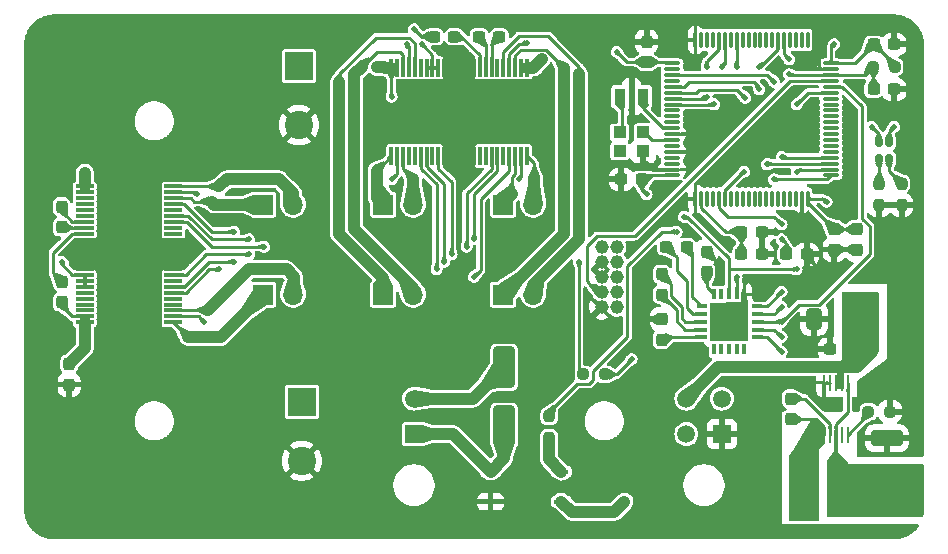
<source format=gbr>
%TF.GenerationSoftware,KiCad,Pcbnew,7.0.10*%
%TF.CreationDate,2025-02-18T11:07:04-08:00*%
%TF.ProjectId,flow-controller,666c6f77-2d63-46f6-9e74-726f6c6c6572,rev?*%
%TF.SameCoordinates,Original*%
%TF.FileFunction,Copper,L1,Top*%
%TF.FilePolarity,Positive*%
%FSLAX46Y46*%
G04 Gerber Fmt 4.6, Leading zero omitted, Abs format (unit mm)*
G04 Created by KiCad (PCBNEW 7.0.10) date 2025-02-18 11:07:04*
%MOMM*%
%LPD*%
G01*
G04 APERTURE LIST*
G04 Aperture macros list*
%AMRoundRect*
0 Rectangle with rounded corners*
0 $1 Rounding radius*
0 $2 $3 $4 $5 $6 $7 $8 $9 X,Y pos of 4 corners*
0 Add a 4 corners polygon primitive as box body*
4,1,4,$2,$3,$4,$5,$6,$7,$8,$9,$2,$3,0*
0 Add four circle primitives for the rounded corners*
1,1,$1+$1,$2,$3*
1,1,$1+$1,$4,$5*
1,1,$1+$1,$6,$7*
1,1,$1+$1,$8,$9*
0 Add four rect primitives between the rounded corners*
20,1,$1+$1,$2,$3,$4,$5,0*
20,1,$1+$1,$4,$5,$6,$7,0*
20,1,$1+$1,$6,$7,$8,$9,0*
20,1,$1+$1,$8,$9,$2,$3,0*%
G04 Aperture macros list end*
%TA.AperFunction,SMDPad,CuDef*%
%ADD10R,0.914400X1.447800*%
%TD*%
%TA.AperFunction,SMDPad,CuDef*%
%ADD11R,0.558800X0.914400*%
%TD*%
%TA.AperFunction,SMDPad,CuDef*%
%ADD12RoundRect,0.237500X-0.237500X0.250000X-0.237500X-0.250000X0.237500X-0.250000X0.237500X0.250000X0*%
%TD*%
%TA.AperFunction,SMDPad,CuDef*%
%ADD13R,0.965200X0.304800*%
%TD*%
%TA.AperFunction,SMDPad,CuDef*%
%ADD14R,0.304800X0.965200*%
%TD*%
%TA.AperFunction,SMDPad,CuDef*%
%ADD15R,3.251200X3.251200*%
%TD*%
%TA.AperFunction,SMDPad,CuDef*%
%ADD16RoundRect,0.237500X-0.300000X-0.237500X0.300000X-0.237500X0.300000X0.237500X-0.300000X0.237500X0*%
%TD*%
%TA.AperFunction,SMDPad,CuDef*%
%ADD17RoundRect,0.237500X0.237500X-0.300000X0.237500X0.300000X-0.237500X0.300000X-0.237500X-0.300000X0*%
%TD*%
%TA.AperFunction,SMDPad,CuDef*%
%ADD18RoundRect,0.237500X-0.237500X0.300000X-0.237500X-0.300000X0.237500X-0.300000X0.237500X0.300000X0*%
%TD*%
%TA.AperFunction,SMDPad,CuDef*%
%ADD19RoundRect,0.237500X-0.250000X-0.237500X0.250000X-0.237500X0.250000X0.237500X-0.250000X0.237500X0*%
%TD*%
%TA.AperFunction,SMDPad,CuDef*%
%ADD20RoundRect,0.250000X0.412500X0.650000X-0.412500X0.650000X-0.412500X-0.650000X0.412500X-0.650000X0*%
%TD*%
%TA.AperFunction,SMDPad,CuDef*%
%ADD21R,1.500000X0.300000*%
%TD*%
%TA.AperFunction,SMDPad,CuDef*%
%ADD22R,4.000000X8.000000*%
%TD*%
%TA.AperFunction,SMDPad,CuDef*%
%ADD23R,1.219200X0.457200*%
%TD*%
%TA.AperFunction,SMDPad,CuDef*%
%ADD24R,1.600000X3.900000*%
%TD*%
%TA.AperFunction,SMDPad,CuDef*%
%ADD25RoundRect,0.162500X0.162500X0.262500X-0.162500X0.262500X-0.162500X-0.262500X0.162500X-0.262500X0*%
%TD*%
%TA.AperFunction,SMDPad,CuDef*%
%ADD26RoundRect,0.237500X0.300000X0.237500X-0.300000X0.237500X-0.300000X-0.237500X0.300000X-0.237500X0*%
%TD*%
%TA.AperFunction,SMDPad,CuDef*%
%ADD27R,1.095500X1.004801*%
%TD*%
%TA.AperFunction,SMDPad,CuDef*%
%ADD28R,1.105500X1.014801*%
%TD*%
%TA.AperFunction,SMDPad,CuDef*%
%ADD29R,1.085500X1.014801*%
%TD*%
%TA.AperFunction,SMDPad,CuDef*%
%ADD30R,1.105500X1.004801*%
%TD*%
%TA.AperFunction,ComponentPad*%
%ADD31C,1.168400*%
%TD*%
%TA.AperFunction,ComponentPad*%
%ADD32R,1.520000X1.520000*%
%TD*%
%TA.AperFunction,ComponentPad*%
%ADD33C,1.520000*%
%TD*%
%TA.AperFunction,SMDPad,CuDef*%
%ADD34RoundRect,0.250000X-1.100000X0.412500X-1.100000X-0.412500X1.100000X-0.412500X1.100000X0.412500X0*%
%TD*%
%TA.AperFunction,SMDPad,CuDef*%
%ADD35RoundRect,0.250000X-0.650000X1.500000X-0.650000X-1.500000X0.650000X-1.500000X0.650000X1.500000X0*%
%TD*%
%TA.AperFunction,SMDPad,CuDef*%
%ADD36RoundRect,0.237500X0.250000X0.237500X-0.250000X0.237500X-0.250000X-0.237500X0.250000X-0.237500X0*%
%TD*%
%TA.AperFunction,SMDPad,CuDef*%
%ADD37R,0.300000X1.500000*%
%TD*%
%TA.AperFunction,SMDPad,CuDef*%
%ADD38R,8.000000X4.000000*%
%TD*%
%TA.AperFunction,SMDPad,CuDef*%
%ADD39R,0.279400X1.333500*%
%TD*%
%TA.AperFunction,SMDPad,CuDef*%
%ADD40O,0.299999X1.450000*%
%TD*%
%TA.AperFunction,SMDPad,CuDef*%
%ADD41O,1.450000X0.299999*%
%TD*%
%TA.AperFunction,ComponentPad*%
%ADD42R,1.700000X1.700000*%
%TD*%
%TA.AperFunction,ComponentPad*%
%ADD43O,1.700000X1.700000*%
%TD*%
%TA.AperFunction,ComponentPad*%
%ADD44R,2.400000X2.400000*%
%TD*%
%TA.AperFunction,ComponentPad*%
%ADD45C,2.400000*%
%TD*%
%TA.AperFunction,ViaPad*%
%ADD46C,0.500000*%
%TD*%
%TA.AperFunction,Conductor*%
%ADD47C,0.250000*%
%TD*%
%TA.AperFunction,Conductor*%
%ADD48C,1.000000*%
%TD*%
G04 APERTURE END LIST*
D10*
%TO.P,U3,1*%
%TO.N,Net-(U1-P6.7_UCB3STE)*%
X103220249Y-88283051D03*
D11*
%TO.P,U3,2*%
%TO.N,GND*%
X102216949Y-87660751D03*
D10*
%TO.P,U3,3*%
%TO.N,Net-(U4-VCC)*%
X101213649Y-88283051D03*
D11*
%TO.P,U3,4*%
%TO.N,GND*%
X102216949Y-88905351D03*
%TD*%
D12*
%TO.P,R10,1*%
%TO.N,Net-(R10-Pad1)*%
X125076949Y-95625551D03*
%TO.P,R10,2*%
%TO.N,GND*%
X125076949Y-97450551D03*
%TD*%
D13*
%TO.P,U8,1,C1+*%
%TO.N,Net-(U8-C1+)*%
X108147849Y-106033051D03*
%TO.P,U8,2,C1-*%
%TO.N,Net-(U8-C1-)*%
X108147849Y-106683052D03*
%TO.P,U8,3,C2+*%
%TO.N,Net-(U8-C2+)*%
X108147849Y-107333051D03*
%TO.P,U8,4,C2-*%
%TO.N,Net-(U8-C2-)*%
X108147849Y-107983050D03*
%TO.P,U8,5,V-*%
%TO.N,Net-(U8-V-)*%
X108147849Y-108633051D03*
D14*
%TO.P,U8,6,T2OUT*%
%TO.N,unconnected-(U8-T2OUT-Pad6)*%
X109171949Y-109657151D03*
%TO.P,U8,7,R2IN*%
%TO.N,unconnected-(U8-R2IN-Pad7)*%
X109821950Y-109657151D03*
%TO.P,U8,8,R2OUT*%
%TO.N,unconnected-(U8-R2OUT-Pad8)*%
X110471949Y-109657151D03*
%TO.P,U8,9,~{INVALID}*%
%TO.N,unconnected-(U8-~{INVALID}-Pad9)*%
X111121948Y-109657151D03*
%TO.P,U8,10,T2IN*%
%TO.N,unconnected-(U8-T2IN-Pad10)*%
X111771949Y-109657151D03*
D13*
%TO.P,U8,11,T1IN*%
%TO.N,/MCU/T1IN*%
X112796049Y-108633051D03*
%TO.P,U8,12,FORCEON*%
%TO.N,/MCU/ONOFF*%
X112796049Y-107983050D03*
%TO.P,U8,13,R1OUT*%
%TO.N,/MCU/R1OUT*%
X112796049Y-107333051D03*
%TO.P,U8,14,R1IN*%
%TO.N,/RS232 Transceiver/R1IN*%
X112796049Y-106683052D03*
%TO.P,U8,15,T1OUT*%
%TO.N,/RS232 Transceiver/T1OUT*%
X112796049Y-106033051D03*
D14*
%TO.P,U8,16,GND*%
%TO.N,GND*%
X111771949Y-105008951D03*
%TO.P,U8,17,VCC*%
%TO.N,+3V3*%
X111121948Y-105008951D03*
%TO.P,U8,18,~{FORCEOFF}*%
%TO.N,/MCU/ONOFF*%
X110471949Y-105008951D03*
%TO.P,U8,19,READY*%
%TO.N,unconnected-(U8-READY-Pad19)*%
X109821950Y-105008951D03*
%TO.P,U8,20,V+*%
%TO.N,Net-(U8-V+)*%
X109171949Y-105008951D03*
D15*
%TO.P,U8,21,EPAD*%
%TO.N,GND*%
X110471949Y-107333051D03*
%TD*%
D16*
%TO.P,C3,1*%
%TO.N,/MCU/P1.1_VREF+*%
X111514449Y-99713051D03*
%TO.P,C3,2*%
%TO.N,GND*%
X113239449Y-99713051D03*
%TD*%
D17*
%TO.P,C18,1*%
%TO.N,Net-(U6-CP2)*%
X53956949Y-99305551D03*
%TO.P,C18,2*%
%TO.N,Net-(U6-CP1)*%
X53956949Y-97580551D03*
%TD*%
D18*
%TO.P,C23,1*%
%TO.N,Net-(U8-C2+)*%
X104756949Y-103295551D03*
%TO.P,C23,2*%
%TO.N,Net-(U8-C2-)*%
X104756949Y-105020551D03*
%TD*%
D19*
%TO.P,R1,1*%
%TO.N,Net-(U2-RT)*%
X122277500Y-114935000D03*
%TO.P,R1,2*%
%TO.N,GND*%
X124102500Y-114935000D03*
%TD*%
D20*
%TO.P,C6,1*%
%TO.N,+BATT*%
X120782244Y-107093051D03*
%TO.P,C6,2*%
%TO.N,GND*%
X117657244Y-107093051D03*
%TD*%
D21*
%TO.P,U6,1,VM1*%
%TO.N,+BATT*%
X55921949Y-95868051D03*
%TO.P,U6,2,VM2*%
X55921949Y-96368051D03*
%TO.P,U6,3,AOUT2*%
%TO.N,unconnected-(U6-AOUT2-Pad3)*%
X55921949Y-96868051D03*
%TO.P,U6,4,AISEN*%
%TO.N,unconnected-(U6-AISEN-Pad4)*%
X55921949Y-97368051D03*
%TO.P,U6,5,AOUT1*%
%TO.N,unconnected-(U6-AOUT1-Pad5)*%
X55921949Y-97868051D03*
%TO.P,U6,6,NC*%
%TO.N,unconnected-(U6-NC-Pad6)*%
X55921949Y-98368051D03*
%TO.P,U6,7,CP1*%
%TO.N,Net-(U6-CP1)*%
X55921949Y-98868051D03*
%TO.P,U6,8,CP2*%
%TO.N,Net-(U6-CP2)*%
X55921949Y-99368051D03*
%TO.P,U6,9,VCP*%
%TO.N,Net-(U6-VCP)*%
X55921949Y-99868051D03*
%TO.P,U6,10,PGND*%
%TO.N,GND*%
X55921949Y-100368051D03*
%TO.P,U6,11,PGND*%
X55921949Y-100868051D03*
%TO.P,U6,12,PGND*%
X55921949Y-101368051D03*
%TO.P,U6,13,PGND*%
X55921949Y-101868051D03*
%TO.P,U6,14,PGND*%
X55921949Y-102368051D03*
%TO.P,U6,15,PGND*%
X55921949Y-102868051D03*
%TO.P,U6,16,V3P3*%
%TO.N,/Motor Driver 2/VREF2*%
X55921949Y-103368051D03*
%TO.P,U6,17,ABVREF*%
X55921949Y-103868051D03*
%TO.P,U6,18,CDVREF*%
X55921949Y-104368051D03*
%TO.P,U6,19,TEST*%
%TO.N,unconnected-(U6-TEST-Pad19)*%
X55921949Y-104868051D03*
%TO.P,U6,20,DOUT2*%
%TO.N,unconnected-(U6-DOUT2-Pad20)*%
X55921949Y-105368051D03*
%TO.P,U6,21,DISEN*%
%TO.N,unconnected-(U6-DISEN-Pad21)*%
X55921949Y-105868051D03*
%TO.P,U6,22,DOUT1*%
%TO.N,unconnected-(U6-DOUT1-Pad22)*%
X55921949Y-106368051D03*
%TO.P,U6,23,VM3*%
%TO.N,+BATT*%
X55921949Y-106868051D03*
%TO.P,U6,24,VM4*%
X55921949Y-107368051D03*
%TO.P,U6,25,COUT2*%
%TO.N,/Motor Driver 2/CO2*%
X63421949Y-107368051D03*
%TO.P,U6,26,CISEN*%
%TO.N,Net-(U6-CISEN)*%
X63421949Y-106868051D03*
%TO.P,U6,27,COUT1*%
%TO.N,/Motor Driver 2/CO1*%
X63421949Y-106368051D03*
%TO.P,U6,28,TEST*%
%TO.N,unconnected-(U6-TEST-Pad28)*%
X63421949Y-105868051D03*
%TO.P,U6,29,TEST*%
%TO.N,unconnected-(U6-TEST-Pad29)*%
X63421949Y-105368051D03*
%TO.P,U6,30,SSTB*%
%TO.N,/MCU/SSTB*%
X63421949Y-104868051D03*
%TO.P,U6,31,SDATA*%
%TO.N,/MCU/SDATA*%
X63421949Y-104368051D03*
%TO.P,U6,32,TEST*%
%TO.N,unconnected-(U6-TEST-Pad32)*%
X63421949Y-103868051D03*
%TO.P,U6,33,SCLK*%
%TO.N,/MCU/SCLK*%
X63421949Y-103368051D03*
%TO.P,U6,34,PGND*%
%TO.N,GND*%
X63421949Y-102868051D03*
%TO.P,U6,35,PGND*%
X63421949Y-102368051D03*
%TO.P,U6,36,PGND*%
X63421949Y-101868051D03*
%TO.P,U6,37,PGND*%
X63421949Y-101368051D03*
%TO.P,U6,38,PGND*%
X63421949Y-100868051D03*
%TO.P,U6,39,PGND*%
X63421949Y-100368051D03*
%TO.P,U6,40,NC*%
%TO.N,unconnected-(U6-NC-Pad40)*%
X63421949Y-99868051D03*
%TO.P,U6,41,NC*%
%TO.N,unconnected-(U6-NC-Pad41)*%
X63421949Y-99368051D03*
%TO.P,U6,42,SLEEPn*%
%TO.N,/MCU/nSLEEP*%
X63421949Y-98868051D03*
%TO.P,U6,43,RESETn*%
%TO.N,/MCU/nRESET*%
X63421949Y-98368051D03*
%TO.P,U6,44,NC*%
%TO.N,unconnected-(U6-NC-Pad44)*%
X63421949Y-97868051D03*
%TO.P,U6,45,SCS*%
%TO.N,/MCU/B_CS*%
X63421949Y-97368051D03*
%TO.P,U6,46,BOUT2*%
%TO.N,/Motor Driver 2/BO2*%
X63421949Y-96868051D03*
%TO.P,U6,47,BISEN*%
%TO.N,Net-(U6-BISEN)*%
X63421949Y-96368051D03*
%TO.P,U6,48,BOUT1*%
%TO.N,/Motor Driver 2/BO1*%
X63421949Y-95868051D03*
D22*
%TO.P,U6,49,EPAD*%
%TO.N,GND*%
X59671949Y-101618051D03*
%TD*%
D23*
%TO.P,U9,1*%
%TO.N,+3V3*%
X96278700Y-122555000D03*
%TO.P,U9,2*%
%TO.N,Net-(R11-Pad2)*%
X96278700Y-120015000D03*
%TO.P,U9,3*%
%TO.N,Net-(D1-A)*%
X90278700Y-120015000D03*
%TO.P,U9,4*%
%TO.N,GND*%
X90278700Y-122555000D03*
%TD*%
D16*
%TO.P,C10,1*%
%TO.N,GND*%
X101354449Y-95268051D03*
%TO.P,C10,2*%
%TO.N,+3V3*%
X103079449Y-95268051D03*
%TD*%
D17*
%TO.P,C25,1*%
%TO.N,Net-(U8-V-)*%
X104756949Y-108830551D03*
%TO.P,C25,2*%
%TO.N,GND*%
X104756949Y-107105551D03*
%TD*%
D24*
%TO.P,L1,1,1*%
%TO.N,+3V3*%
X119692244Y-121063051D03*
%TO.P,L1,2,2*%
%TO.N,Net-(U2-SW)*%
X116792244Y-121063051D03*
%TD*%
D25*
%TO.P,U7,1*%
%TO.N,Net-(U1-P8.2)*%
X124021949Y-92093051D03*
%TO.P,U7,2*%
%TO.N,Net-(U1-P8.3)*%
X123171949Y-92093051D03*
%TO.P,U7,3*%
%TO.N,Net-(R10-Pad1)*%
X124021949Y-93543051D03*
%TO.P,U7,4*%
%TO.N,Net-(R7-Pad1)*%
X123171949Y-93543051D03*
%TD*%
D26*
%TO.P,C26,1*%
%TO.N,GND*%
X117049449Y-101618051D03*
%TO.P,C26,2*%
%TO.N,+3V3*%
X115324449Y-101618051D03*
%TD*%
D27*
%TO.P,U4,1,ST*%
%TO.N,unconnected-(U4-ST-Pad1)*%
X101224699Y-92890650D03*
D28*
%TO.P,U4,2,GND*%
%TO.N,GND*%
X103214199Y-92895650D03*
D29*
%TO.P,U4,3,OUT*%
%TO.N,Net-(U1-PJ.6_HFXIN)*%
X103204199Y-91290452D03*
D30*
%TO.P,U4,4,VCC*%
%TO.N,Net-(U4-VCC)*%
X101219699Y-91295452D03*
%TD*%
D31*
%TO.P,J7,1,1*%
%TO.N,/MCU/JTAG_VCC*%
X99676949Y-100983051D03*
%TO.P,J7,2,2*%
%TO.N,/MCU/TMS*%
X100946949Y-100983051D03*
%TO.P,J7,3,3*%
%TO.N,GND*%
X99676949Y-102253051D03*
%TO.P,J7,4,4*%
%TO.N,/MCU/TCK*%
X100946949Y-102253051D03*
%TO.P,J7,5,5*%
%TO.N,GND*%
X99676949Y-103523051D03*
%TO.P,J7,6,6*%
%TO.N,/MCU/TDO*%
X100946949Y-103523051D03*
%TO.P,J7,7,7*%
%TO.N,/MCU/SBWTCK*%
X99676949Y-104793051D03*
%TO.P,J7,8,8*%
%TO.N,/MCU/TDI*%
X100946949Y-104793051D03*
%TO.P,J7,9,9*%
%TO.N,GND*%
X99676949Y-106063051D03*
%TO.P,J7,10,10*%
%TO.N,/MCU/RST*%
X100946949Y-106063051D03*
%TD*%
D12*
%TO.P,R7,1*%
%TO.N,Net-(R7-Pad1)*%
X123171949Y-95625551D03*
%TO.P,R7,2*%
%TO.N,GND*%
X123171949Y-97450551D03*
%TD*%
D26*
%TO.P,C8,1*%
%TO.N,GND*%
X124441949Y-83838051D03*
%TO.P,C8,2*%
%TO.N,+3V3*%
X122716949Y-83838051D03*
%TD*%
D17*
%TO.P,C1,1*%
%TO.N,GND*%
X121266949Y-101210551D03*
%TO.P,C1,2*%
%TO.N,+3V3*%
X121266949Y-99485551D03*
%TD*%
D18*
%TO.P,C9,1*%
%TO.N,GND*%
X103486949Y-83610551D03*
%TO.P,C9,2*%
%TO.N,+3V3*%
X103486949Y-85335551D03*
%TD*%
D32*
%TO.P,J8,1,Pin_1*%
%TO.N,Net-(D1-A)*%
X83801949Y-116840000D03*
D33*
%TO.P,J8,2,Pin_2*%
%TO.N,+BATT*%
X83801949Y-113840001D03*
%TD*%
D16*
%TO.P,C2,1*%
%TO.N,/MCU/P1.1_VREF+*%
X111514449Y-101618051D03*
%TO.P,C2,2*%
%TO.N,GND*%
X113239449Y-101618051D03*
%TD*%
%TO.P,C27,1*%
%TO.N,/MCU/RST*%
X122716949Y-87648051D03*
%TO.P,C27,2*%
%TO.N,GND*%
X124441949Y-87648051D03*
%TD*%
D26*
%TO.P,C22,1*%
%TO.N,Net-(U8-C1+)*%
X106889449Y-100983051D03*
%TO.P,C22,2*%
%TO.N,Net-(U8-C1-)*%
X105164449Y-100983051D03*
%TD*%
D17*
%TO.P,C11,1*%
%TO.N,GND*%
X119361949Y-101210551D03*
%TO.P,C11,2*%
%TO.N,+3V3*%
X119361949Y-99485551D03*
%TD*%
D34*
%TO.P,C7,1*%
%TO.N,GND*%
X123825000Y-117182500D03*
%TO.P,C7,2*%
%TO.N,+3V3*%
X123825000Y-120307500D03*
%TD*%
D35*
%TO.P,D1,1,K*%
%TO.N,+BATT*%
X91421949Y-111183051D03*
%TO.P,D1,2,A*%
%TO.N,Net-(D1-A)*%
X91421949Y-116183051D03*
%TD*%
D16*
%TO.P,C13,1*%
%TO.N,Net-(U5-CP2)*%
X89289449Y-83203051D03*
%TO.P,C13,2*%
%TO.N,Net-(U5-CP1)*%
X91014449Y-83203051D03*
%TD*%
D17*
%TO.P,C20,1*%
%TO.N,GND*%
X54591949Y-112640551D03*
%TO.P,C20,2*%
%TO.N,+BATT*%
X54591949Y-110915551D03*
%TD*%
D16*
%TO.P,C5,1*%
%TO.N,GND*%
X119057244Y-109633051D03*
%TO.P,C5,2*%
%TO.N,+BATT*%
X120782244Y-109633051D03*
%TD*%
D12*
%TO.P,R11,1*%
%TO.N,/MCU/PUMP_RELAY*%
X95231949Y-115310551D03*
%TO.P,R11,2*%
%TO.N,Net-(R11-Pad2)*%
X95231949Y-117135551D03*
%TD*%
D16*
%TO.P,C14,1*%
%TO.N,+BATT*%
X85479449Y-83203051D03*
%TO.P,C14,2*%
%TO.N,Net-(U5-VCP)*%
X87204449Y-83203051D03*
%TD*%
D36*
%TO.P,R12,1*%
%TO.N,+3V3*%
X124491949Y-85743051D03*
%TO.P,R12,2*%
%TO.N,/MCU/RST*%
X122666949Y-85743051D03*
%TD*%
D37*
%TO.P,U5,1,VM1*%
%TO.N,+BATT*%
X93361949Y-85803051D03*
%TO.P,U5,2,VM2*%
X92861949Y-85803051D03*
%TO.P,U5,3,AOUT2*%
%TO.N,/Motor Driver 1/AO2*%
X92361949Y-85803051D03*
%TO.P,U5,4,AISEN*%
%TO.N,Net-(U5-AISEN)*%
X91861949Y-85803051D03*
%TO.P,U5,5,AOUT1*%
%TO.N,/Motor Driver 1/AO1*%
X91361949Y-85803051D03*
%TO.P,U5,6,NC*%
%TO.N,unconnected-(U5-NC-Pad6)*%
X90861949Y-85803051D03*
%TO.P,U5,7,CP1*%
%TO.N,Net-(U5-CP1)*%
X90361949Y-85803051D03*
%TO.P,U5,8,CP2*%
%TO.N,Net-(U5-CP2)*%
X89861949Y-85803051D03*
%TO.P,U5,9,VCP*%
%TO.N,Net-(U5-VCP)*%
X89361949Y-85803051D03*
%TO.P,U5,10,PGND*%
%TO.N,GND*%
X88861949Y-85803051D03*
%TO.P,U5,11,PGND*%
X88361949Y-85803051D03*
%TO.P,U5,12,PGND*%
X87861949Y-85803051D03*
%TO.P,U5,13,PGND*%
X87361949Y-85803051D03*
%TO.P,U5,14,PGND*%
X86861949Y-85803051D03*
%TO.P,U5,15,PGND*%
X86361949Y-85803051D03*
%TO.P,U5,16,V3P3*%
%TO.N,/Motor Driver 1/VREF1*%
X85861949Y-85803051D03*
%TO.P,U5,17,ABVREF*%
X85361949Y-85803051D03*
%TO.P,U5,18,CDVREF*%
X84861949Y-85803051D03*
%TO.P,U5,19,TEST*%
%TO.N,unconnected-(U5-TEST-Pad19)*%
X84361949Y-85803051D03*
%TO.P,U5,20,DOUT2*%
%TO.N,/Motor Driver 1/DO2*%
X83861949Y-85803051D03*
%TO.P,U5,21,DISEN*%
%TO.N,Net-(U5-DISEN)*%
X83361949Y-85803051D03*
%TO.P,U5,22,DOUT1*%
%TO.N,/Motor Driver 1/DO1*%
X82861949Y-85803051D03*
%TO.P,U5,23,VM3*%
%TO.N,+BATT*%
X82361949Y-85803051D03*
%TO.P,U5,24,VM4*%
X81861949Y-85803051D03*
%TO.P,U5,25,COUT2*%
%TO.N,/Motor Driver 1/CO2*%
X81861949Y-93303051D03*
%TO.P,U5,26,CISEN*%
%TO.N,Net-(U5-CISEN)*%
X82361949Y-93303051D03*
%TO.P,U5,27,COUT1*%
%TO.N,/Motor Driver 1/CO1*%
X82861949Y-93303051D03*
%TO.P,U5,28,TEST*%
%TO.N,unconnected-(U5-TEST-Pad28)*%
X83361949Y-93303051D03*
%TO.P,U5,29,TEST*%
%TO.N,unconnected-(U5-TEST-Pad29)*%
X83861949Y-93303051D03*
%TO.P,U5,30,SSTB*%
%TO.N,/MCU/SSTB*%
X84361949Y-93303051D03*
%TO.P,U5,31,SDATA*%
%TO.N,/MCU/SDATA*%
X84861949Y-93303051D03*
%TO.P,U5,32,TEST*%
%TO.N,unconnected-(U5-TEST-Pad32)*%
X85361949Y-93303051D03*
%TO.P,U5,33,SCLK*%
%TO.N,/MCU/SCLK*%
X85861949Y-93303051D03*
%TO.P,U5,34,PGND*%
%TO.N,GND*%
X86361949Y-93303051D03*
%TO.P,U5,35,PGND*%
X86861949Y-93303051D03*
%TO.P,U5,36,PGND*%
X87361949Y-93303051D03*
%TO.P,U5,37,PGND*%
X87861949Y-93303051D03*
%TO.P,U5,38,PGND*%
X88361949Y-93303051D03*
%TO.P,U5,39,PGND*%
X88861949Y-93303051D03*
%TO.P,U5,40,NC*%
%TO.N,unconnected-(U5-NC-Pad40)*%
X89361949Y-93303051D03*
%TO.P,U5,41,NC*%
%TO.N,unconnected-(U5-NC-Pad41)*%
X89861949Y-93303051D03*
%TO.P,U5,42,SLEEPn*%
%TO.N,/MCU/nSLEEP*%
X90361949Y-93303051D03*
%TO.P,U5,43,RESETn*%
%TO.N,/MCU/nRESET*%
X90861949Y-93303051D03*
%TO.P,U5,44,NC*%
%TO.N,unconnected-(U5-NC-Pad44)*%
X91361949Y-93303051D03*
%TO.P,U5,45,SCS*%
%TO.N,/MCU/A_CS*%
X91861949Y-93303051D03*
%TO.P,U5,46,BOUT2*%
%TO.N,/Motor Driver 1/BO2*%
X92361949Y-93303051D03*
%TO.P,U5,47,BISEN*%
%TO.N,Net-(U5-BISEN)*%
X92861949Y-93303051D03*
%TO.P,U5,48,BOUT1*%
%TO.N,/Motor Driver 1/BO1*%
X93361949Y-93303051D03*
D38*
%TO.P,U5,49,EPAD*%
%TO.N,GND*%
X87611949Y-89553051D03*
%TD*%
D39*
%TO.P,U2,1,VOUT*%
%TO.N,+3V3*%
X120513004Y-112496901D03*
%TO.P,U2,2,EN*%
%TO.N,+BATT*%
X120012624Y-112496901D03*
%TO.P,U2,3,VIN*%
X119512244Y-112496901D03*
%TO.P,U2,4,GND*%
%TO.N,GND*%
X119011864Y-112496901D03*
%TO.P,U2,5,GND*%
X118511484Y-112496901D03*
%TO.P,U2,6,SW*%
%TO.N,Net-(U2-SW)*%
X118511484Y-116929201D03*
%TO.P,U2,7,BOOST*%
%TO.N,Net-(U2-BOOST)*%
X119011864Y-116929201D03*
%TO.P,U2,8,BD*%
%TO.N,+3V3*%
X119512244Y-116929201D03*
%TO.P,U2,9,PG*%
%TO.N,unconnected-(U2-PG-Pad9)*%
X120012624Y-116929201D03*
%TO.P,U2,10,RT*%
%TO.N,Net-(U2-RT)*%
X120513004Y-116929201D03*
%TD*%
D17*
%TO.P,C19,1*%
%TO.N,+BATT*%
X53956949Y-105655551D03*
%TO.P,C19,2*%
%TO.N,Net-(U6-VCP)*%
X53956949Y-103930551D03*
%TD*%
D32*
%TO.P,J9,1,1*%
%TO.N,GND*%
X109855000Y-116840000D03*
D33*
%TO.P,J9,2,2*%
%TO.N,/RS232 Transceiver/T1OUT*%
X106855001Y-116840000D03*
%TO.P,J9,3,3*%
%TO.N,/RS232 Transceiver/R1IN*%
X109855000Y-113840001D03*
%TO.P,J9,4,4*%
%TO.N,+BATT*%
X106855001Y-113840001D03*
%TD*%
D40*
%TO.P,U1,1,P1.0_TA0.1_DMAE0_RTCCLK_A0_C0_VREF-_VEREF-*%
%TO.N,GND*%
X107626948Y-96913052D03*
%TO.P,U1,2,P1.1_TA0.2_TA1CLK_COUT_A1_C1_VREF+_VEREF+*%
%TO.N,/MCU/P1.1_VREF+*%
X108126947Y-96913052D03*
%TO.P,U1,3,P1.2_TA1.1_TA0CLK_COUT_A2_C2*%
%TO.N,unconnected-(U1-P1.2_TA1.1_TA0CLK_COUT_A2_C2-Pad3)*%
X108626949Y-96913052D03*
%TO.P,U1,4,P3.0_A12_C12*%
%TO.N,unconnected-(U1-P3.0_A12_C12-Pad4)*%
X109126948Y-96913052D03*
%TO.P,U1,5,P3.1_A13_C13*%
%TO.N,/MCU/R1OUT*%
X109626949Y-96913052D03*
%TO.P,U1,6,P3.2_A14_C14*%
%TO.N,/MCU/PUMP_RELAY*%
X110126948Y-96913052D03*
%TO.P,U1,7,P3.3_A15_C15*%
%TO.N,unconnected-(U1-P3.3_A15_C15-Pad7)*%
X110626947Y-96913052D03*
%TO.P,U1,8,P6.0_UCA3TXD_UCA3SIMO*%
%TO.N,unconnected-(U1-P6.0_UCA3TXD_UCA3SIMO-Pad8)*%
X111126949Y-96913052D03*
%TO.P,U1,9,P6.1_UCA3RXD_UCA3SOMI*%
%TO.N,unconnected-(U1-P6.1_UCA3RXD_UCA3SOMI-Pad9)*%
X111626948Y-96913052D03*
%TO.P,U1,10,P6.2_UCA3CLK*%
%TO.N,unconnected-(U1-P6.2_UCA3CLK-Pad10)*%
X112126949Y-96913052D03*
%TO.P,U1,11,P6.3_UCA3STE*%
%TO.N,unconnected-(U1-P6.3_UCA3STE-Pad11)*%
X112626949Y-96913052D03*
%TO.P,U1,12,P4.7*%
%TO.N,unconnected-(U1-P4.7-Pad12)*%
X113126947Y-96913052D03*
%TO.P,U1,13,P7.0_UCB2SIMO_UCB2SDA*%
%TO.N,unconnected-(U1-P7.0_UCB2SIMO_UCB2SDA-Pad13)*%
X113626949Y-96913052D03*
%TO.P,U1,14,P7.1_UCB2SOMI_UCB2SCL*%
%TO.N,unconnected-(U1-P7.1_UCB2SOMI_UCB2SCL-Pad14)*%
X114126948Y-96913052D03*
%TO.P,U1,15,P8.0*%
%TO.N,unconnected-(U1-P8.0-Pad15)*%
X114626950Y-96913052D03*
%TO.P,U1,16,P1.3_TA1.2_UCB0STE_A3_C3*%
%TO.N,unconnected-(U1-P1.3_TA1.2_UCB0STE_A3_C3-Pad16)*%
X115126949Y-96913052D03*
%TO.P,U1,17,P1.4_TB0.1_UCA0STE_A4_C4*%
%TO.N,unconnected-(U1-P1.4_TB0.1_UCA0STE_A4_C4-Pad17)*%
X115626948Y-96913052D03*
%TO.P,U1,18,P1.5_TB0.2_UCA0CLK_A5_C5*%
%TO.N,unconnected-(U1-P1.5_TB0.2_UCA0CLK_A5_C5-Pad18)*%
X116126949Y-96913052D03*
%TO.P,U1,19,DVSS2*%
%TO.N,GND*%
X116626948Y-96913052D03*
%TO.P,U1,20,DVCC2*%
%TO.N,+3V3*%
X117126950Y-96913052D03*
D41*
%TO.P,U1,21,PJ.0_TDO_TB0OUTH_SMCLK_SRSCG1_C6*%
%TO.N,/MCU/TDO*%
X119101950Y-94938052D03*
%TO.P,U1,22,PJ.1_TDI_TCLK_MCLK_SRSCG0_C7*%
%TO.N,/MCU/TDI*%
X119101950Y-94438053D03*
%TO.P,U1,23,PJ.2_TMS_ACLK_SROSCOFF_C8*%
%TO.N,/MCU/TMS*%
X119101950Y-93938051D03*
%TO.P,U1,24,PJ.3_TCK_SRCPUOFF_C9*%
%TO.N,/MCU/TCK*%
X119101950Y-93438052D03*
%TO.P,U1,25,P7.2_UCB2CLK*%
%TO.N,unconnected-(U1-P7.2_UCB2CLK-Pad25)*%
X119101950Y-92938051D03*
%TO.P,U1,26,P7.3_UCB2STE_TA4.1*%
%TO.N,unconnected-(U1-P7.3_UCB2STE_TA4.1-Pad26)*%
X119101950Y-92438052D03*
%TO.P,U1,27,P7.4__TA4.0_A16*%
%TO.N,unconnected-(U1-P7.4__TA4.0_A16-Pad27)*%
X119101950Y-91938053D03*
%TO.P,U1,28,P7.5_A17*%
%TO.N,unconnected-(U1-P7.5_A17-Pad28)*%
X119101950Y-91438051D03*
%TO.P,U1,29,P7.6_A18*%
%TO.N,unconnected-(U1-P7.6_A18-Pad29)*%
X119101950Y-90938052D03*
%TO.P,U1,30,P7.7_A19*%
%TO.N,unconnected-(U1-P7.7_A19-Pad30)*%
X119101950Y-90438051D03*
%TO.P,U1,31,P4.0_A8*%
%TO.N,unconnected-(U1-P4.0_A8-Pad31)*%
X119101950Y-89938051D03*
%TO.P,U1,32,P4.1_A9*%
%TO.N,unconnected-(U1-P4.1_A9-Pad32)*%
X119101950Y-89438053D03*
%TO.P,U1,33,P4.2_A10*%
%TO.N,unconnected-(U1-P4.2_A10-Pad33)*%
X119101950Y-88938051D03*
%TO.P,U1,34,P4.3_A11*%
%TO.N,unconnected-(U1-P4.3_A11-Pad34)*%
X119101950Y-88438052D03*
%TO.P,U1,35,P2.5_TB0.0_UCA1TXD_UCA1SIMO*%
%TO.N,/MCU/T1IN*%
X119101950Y-87938050D03*
%TO.P,U1,36,P2.6_TB0.1_UCA1RXD_UCA1SOMI*%
%TO.N,/MCU/R1OUT*%
X119101950Y-87438051D03*
%TO.P,U1,37,TEST_SBWTCK*%
%TO.N,/MCU/SBWTCK*%
X119101950Y-86938052D03*
%TO.P,U1,38,RST_NMI_SBWTDIO_N*%
%TO.N,/MCU/RST*%
X119101950Y-86438051D03*
%TO.P,U1,39,DVSS3*%
%TO.N,GND*%
X119101950Y-85938052D03*
%TO.P,U1,40,DVCC3*%
%TO.N,+3V3*%
X119101950Y-85438050D03*
D40*
%TO.P,U1,41,P2.0_TB0.6_UCA0TXD_UCA0SIMO_TB0CLK_ACLK*%
%TO.N,unconnected-(U1-P2.0_TB0.6_UCA0TXD_UCA0SIMO_TB0CLK_ACLK-Pad41)*%
X117126950Y-83463050D03*
%TO.P,U1,42,P2.1_TB0.0_UCA0RXD_UCA0SOMI*%
%TO.N,unconnected-(U1-P2.1_TB0.0_UCA0RXD_UCA0SOMI-Pad42)*%
X116626948Y-83463050D03*
%TO.P,U1,43,P2.2_TB0.2_UCB0CLK*%
%TO.N,unconnected-(U1-P2.2_TB0.2_UCB0CLK-Pad43)*%
X116126949Y-83463050D03*
%TO.P,U1,44,P8.1*%
%TO.N,unconnected-(U1-P8.1-Pad44)*%
X115626948Y-83463050D03*
%TO.P,U1,45,P8.2*%
%TO.N,Net-(U1-P8.2)*%
X115126949Y-83463050D03*
%TO.P,U1,46,P8.3*%
%TO.N,Net-(U1-P8.3)*%
X114626950Y-83463050D03*
%TO.P,U1,47,P3.4_TB0.3_SMCLK*%
%TO.N,unconnected-(U1-P3.4_TB0.3_SMCLK-Pad47)*%
X114126948Y-83463050D03*
%TO.P,U1,48,P3.5_TB0.4_COUT*%
%TO.N,unconnected-(U1-P3.5_TB0.4_COUT-Pad48)*%
X113626949Y-83463050D03*
%TO.P,U1,49,P3.6_TB0.5*%
%TO.N,unconnected-(U1-P3.6_TB0.5-Pad49)*%
X113126947Y-83463050D03*
%TO.P,U1,50,P3.7_TB0.6*%
%TO.N,unconnected-(U1-P3.7_TB0.6-Pad50)*%
X112626949Y-83463050D03*
%TO.P,U1,51,P1.6_TB0.3_UCB0SIMO_UCB0SDA_TA0.0*%
%TO.N,unconnected-(U1-P1.6_TB0.3_UCB0SIMO_UCB0SDA_TA0.0-Pad51)*%
X112126949Y-83463050D03*
%TO.P,U1,52,P1.7_TB0.4_UCB0SOMI_UCB0SCL_TA1.0*%
%TO.N,unconnected-(U1-P1.7_TB0.4_UCB0SOMI_UCB0SCL_TA1.0-Pad52)*%
X111626948Y-83463050D03*
%TO.P,U1,53,P5.0_UCB1SIMO_UCB1SDA*%
%TO.N,/MCU/SDATA*%
X111126949Y-83463050D03*
%TO.P,U1,54,P5.1_UCB1SOMI_UCB1SCL*%
%TO.N,unconnected-(U1-P5.1_UCB1SOMI_UCB1SCL-Pad54)*%
X110626947Y-83463050D03*
%TO.P,U1,55,P5.2_UCB1CLK_TA4CLK*%
%TO.N,/MCU/SCLK*%
X110126948Y-83463050D03*
%TO.P,U1,56,P5.3_UCB1STE*%
%TO.N,/MCU/B_CS*%
X109626949Y-83463050D03*
%TO.P,U1,57,P4.4_TB0.5*%
%TO.N,unconnected-(U1-P4.4_TB0.5-Pad57)*%
X109126948Y-83463050D03*
%TO.P,U1,58,P4.5*%
%TO.N,unconnected-(U1-P4.5-Pad58)*%
X108626949Y-83463050D03*
%TO.P,U1,59,P4.6*%
%TO.N,unconnected-(U1-P4.6-Pad59)*%
X108126947Y-83463050D03*
%TO.P,U1,60,DVSS1*%
%TO.N,GND*%
X107626948Y-83463050D03*
D41*
%TO.P,U1,61,DVCC1*%
%TO.N,+3V3*%
X105651948Y-85438050D03*
%TO.P,U1,62,P2.7*%
%TO.N,unconnected-(U1-P2.7-Pad62)*%
X105651948Y-85938052D03*
%TO.P,U1,63,P2.3_TA0.0_UCA1STE_A6_C10*%
%TO.N,/MCU/ONOFF*%
X105651948Y-86438051D03*
%TO.P,U1,64,P2.4_TA1.0_UCA1CLK_A7_C11*%
%TO.N,unconnected-(U1-P2.4_TA1.0_UCA1CLK_A7_C11-Pad64)*%
X105651948Y-86938052D03*
%TO.P,U1,65,P5.4_UCA2TXD_UCA2SIMO_TB0OUTH*%
%TO.N,/MCU/A_CS*%
X105651948Y-87438051D03*
%TO.P,U1,66,P5.5_UCA2RXD_UCA2SOMI_ACLK*%
%TO.N,/MCU/SSTB*%
X105651948Y-87938050D03*
%TO.P,U1,67,P5.6_UCA2CLK_TA4.0_SMCLK*%
%TO.N,/MCU/nRESET*%
X105651948Y-88438052D03*
%TO.P,U1,68,P5.7_UCA2STE_TA4.1_MCLK*%
%TO.N,/MCU/nSLEEP*%
X105651948Y-88938051D03*
%TO.P,U1,69,P6.4_UCB3SIMO_UCB3SDA*%
%TO.N,unconnected-(U1-P6.4_UCB3SIMO_UCB3SDA-Pad69)*%
X105651948Y-89438053D03*
%TO.P,U1,70,P6.5_UCB3SOMI_UCB3SCL*%
%TO.N,unconnected-(U1-P6.5_UCB3SOMI_UCB3SCL-Pad70)*%
X105651948Y-89938051D03*
%TO.P,U1,71,P6.6_UCB3CLK*%
%TO.N,unconnected-(U1-P6.6_UCB3CLK-Pad71)*%
X105651948Y-90438051D03*
%TO.P,U1,72,P6.7_UCB3STE*%
%TO.N,Net-(U1-P6.7_UCB3STE)*%
X105651948Y-90938052D03*
%TO.P,U1,73,AVSS3*%
%TO.N,GND*%
X105651948Y-91438051D03*
%TO.P,U1,74,PJ.6_HFXIN*%
%TO.N,Net-(U1-PJ.6_HFXIN)*%
X105651948Y-91938053D03*
%TO.P,U1,75,PJ.7_HFXOUT*%
%TO.N,unconnected-(U1-PJ.7_HFXOUT-Pad75)*%
X105651948Y-92438052D03*
%TO.P,U1,76,AVSS2*%
%TO.N,GND*%
X105651948Y-92938051D03*
%TO.P,U1,77,PJ.4_LFXIN*%
%TO.N,unconnected-(U1-PJ.4_LFXIN-Pad77)*%
X105651948Y-93438052D03*
%TO.P,U1,78,PJ.5_LFXOUT*%
%TO.N,unconnected-(U1-PJ.5_LFXOUT-Pad78)*%
X105651948Y-93938051D03*
%TO.P,U1,79,AVSS1*%
%TO.N,GND*%
X105651948Y-94438053D03*
%TO.P,U1,80,AVCC1*%
%TO.N,+3V3*%
X105651948Y-94938052D03*
%TD*%
D17*
%TO.P,C24,1*%
%TO.N,Net-(U8-V+)*%
X108566949Y-103115551D03*
%TO.P,C24,2*%
%TO.N,GND*%
X108566949Y-101390551D03*
%TD*%
D18*
%TO.P,C4,1*%
%TO.N,Net-(U2-BOOST)*%
X115702244Y-113850551D03*
%TO.P,C4,2*%
%TO.N,Net-(U2-SW)*%
X115702244Y-115575551D03*
%TD*%
D36*
%TO.P,R2,1*%
%TO.N,+3V3*%
X99954449Y-111778051D03*
%TO.P,R2,2*%
%TO.N,/MCU/JTAG_VCC*%
X98129449Y-111778051D03*
%TD*%
D42*
%TO.P,J1,1,Pin_1*%
%TO.N,/Motor Driver 1/DO2*%
X81185749Y-105021651D03*
D43*
%TO.P,J1,2,Pin_2*%
%TO.N,/Motor Driver 1/DO1*%
X83725749Y-105021651D03*
%TD*%
D44*
%TO.P,C16,1*%
%TO.N,+BATT*%
X74050000Y-85676041D03*
D45*
%TO.P,C16,2*%
%TO.N,GND*%
X74050000Y-90676041D03*
%TD*%
D42*
%TO.P,J5,1,Pin_1*%
%TO.N,/Motor Driver 1/AO2*%
X91345749Y-105021651D03*
D43*
%TO.P,J5,2,Pin_2*%
%TO.N,/Motor Driver 1/AO1*%
X93885749Y-105021651D03*
%TD*%
D42*
%TO.P,J6,1,Pin_1*%
%TO.N,/Motor Driver 1/CO2*%
X81185749Y-97401651D03*
D43*
%TO.P,J6,2,Pin_2*%
%TO.N,/Motor Driver 1/CO1*%
X83725749Y-97401651D03*
%TD*%
D42*
%TO.P,J3,1,Pin_1*%
%TO.N,/Motor Driver 2/CO2*%
X71025749Y-105021651D03*
D43*
%TO.P,J3,2,Pin_2*%
%TO.N,/Motor Driver 2/CO1*%
X73565749Y-105021651D03*
%TD*%
D42*
%TO.P,J2,1,Pin_1*%
%TO.N,/Motor Driver 1/BO2*%
X91345749Y-97401651D03*
D43*
%TO.P,J2,2,Pin_2*%
%TO.N,/Motor Driver 1/BO1*%
X93885749Y-97401651D03*
%TD*%
D44*
%TO.P,C21,1*%
%TO.N,+BATT*%
X74300000Y-114101041D03*
D45*
%TO.P,C21,2*%
%TO.N,GND*%
X74300000Y-119101041D03*
%TD*%
D42*
%TO.P,J4,1,Pin_1*%
%TO.N,/Motor Driver 2/BO2*%
X71025749Y-97401651D03*
D43*
%TO.P,J4,2,Pin_2*%
%TO.N,/Motor Driver 2/BO1*%
X73565749Y-97401651D03*
%TD*%
D46*
%TO.N,GND*%
X123190000Y-100965000D03*
X107931949Y-92093051D03*
X125730000Y-114300000D03*
X58401949Y-99713051D03*
X115551949Y-92093051D03*
X114281949Y-116858051D03*
X84436949Y-89553051D03*
X80645000Y-90805000D03*
X123190000Y-113030000D03*
X60941949Y-98443051D03*
X58401949Y-98443051D03*
X59671949Y-103523051D03*
X109836949Y-106698051D03*
X58401949Y-104793051D03*
X85706949Y-89553051D03*
X88265000Y-95250000D03*
X125730000Y-99695000D03*
X86995000Y-84455000D03*
X58401949Y-97173051D03*
X125730000Y-113030000D03*
X118091949Y-102888051D03*
X118110000Y-100330000D03*
X120631949Y-97808051D03*
X90786949Y-88283051D03*
X80225000Y-82375000D03*
X125730000Y-111760000D03*
X105410000Y-82550000D03*
X59671949Y-95903051D03*
X114281949Y-119398051D03*
X94615000Y-88265000D03*
X60941949Y-100983051D03*
X123825000Y-82550000D03*
X105391949Y-98443051D03*
X89516949Y-89553051D03*
X59671949Y-107333051D03*
X89516949Y-88283051D03*
X102216949Y-86378051D03*
X60941949Y-106063051D03*
X111106949Y-107968051D03*
X103486949Y-107333051D03*
X100311949Y-97173051D03*
X59671949Y-106063051D03*
X116205000Y-109855000D03*
X60941949Y-104793051D03*
X59671949Y-104793051D03*
X125730000Y-110490000D03*
X94615000Y-89535000D03*
X101581949Y-97173051D03*
X94615000Y-92075000D03*
X83166949Y-89553051D03*
X60941949Y-99713051D03*
X86976949Y-89553051D03*
X60941949Y-102253051D03*
X119361949Y-114318051D03*
X58401949Y-95903051D03*
X124460000Y-99695000D03*
X109836949Y-107968051D03*
X54591949Y-101618051D03*
X59671949Y-98443051D03*
X80645000Y-89535000D03*
X93326949Y-89553051D03*
X85706949Y-90823051D03*
X86976949Y-90823051D03*
X100946949Y-93998051D03*
X125730000Y-89535000D03*
X103486949Y-93998051D03*
X88246949Y-90823051D03*
X58401949Y-106063051D03*
X86976949Y-88283051D03*
X88246949Y-88283051D03*
X81896949Y-89553051D03*
X58401949Y-100983051D03*
X120631949Y-96538051D03*
X114281949Y-114318051D03*
X60941949Y-103523051D03*
X125730000Y-86360000D03*
X114281949Y-121938051D03*
X59671949Y-100983051D03*
X125730000Y-100965000D03*
X124460000Y-89535000D03*
X90786949Y-89553051D03*
X94615000Y-90805000D03*
X102216949Y-93998051D03*
X92056949Y-89553051D03*
X109836949Y-103523051D03*
X124460000Y-113030000D03*
X116186949Y-98443051D03*
X101600000Y-82550000D03*
X112376949Y-103523051D03*
X65386949Y-100983051D03*
X102216949Y-90188051D03*
X124460000Y-111760000D03*
X59671949Y-102253051D03*
X88246949Y-89553051D03*
X123190000Y-99695000D03*
X119996949Y-102888051D03*
X124460000Y-100965000D03*
X60941949Y-107333051D03*
X89516949Y-90823051D03*
X118726949Y-82568051D03*
X59671949Y-97173051D03*
X80645000Y-92075000D03*
X84436949Y-90823051D03*
X125730000Y-115570000D03*
X90786949Y-90823051D03*
X59671949Y-99713051D03*
X125730000Y-85090000D03*
X58401949Y-107333051D03*
X117475000Y-109220000D03*
%TO.N,+3V3*%
X111106949Y-103523051D03*
X119361949Y-83838051D03*
X118726949Y-97173051D03*
X100946949Y-84473051D03*
X121920000Y-123190000D03*
X124460000Y-121920000D03*
X121920000Y-121920000D03*
X123190000Y-123190000D03*
X102235000Y-110490000D03*
X123190000Y-121920000D03*
X114916949Y-100348051D03*
X125730000Y-123190000D03*
X124460000Y-123190000D03*
X103486949Y-96538051D03*
X125730000Y-121920000D03*
X101600000Y-122555000D03*
%TO.N,+BATT*%
X81896949Y-88283051D03*
X94596949Y-85108051D03*
X122536949Y-109238051D03*
X55861949Y-94633051D03*
X122536949Y-106698051D03*
X122536949Y-105428051D03*
X55921949Y-109585551D03*
X80626949Y-85743051D03*
X122536949Y-107968051D03*
X55921949Y-108603051D03*
X121266949Y-105428051D03*
X83801949Y-82568051D03*
%TO.N,/MCU/JTAG_VCC*%
X97771949Y-102253051D03*
%TO.N,/MCU/TMS*%
X113646949Y-93998051D03*
%TO.N,/MCU/TCK*%
X114916949Y-93363051D03*
%TO.N,/MCU/TDO*%
X114281949Y-95268051D03*
%TO.N,/MCU/TDI*%
X116186949Y-94633051D03*
%TO.N,/MCU/RST*%
X115551949Y-86378051D03*
%TO.N,/RS232 Transceiver/R1IN*%
X114916949Y-106063051D03*
%TO.N,/RS232 Transceiver/T1OUT*%
X114916949Y-104793051D03*
%TO.N,Net-(U5-AISEN)*%
X93326949Y-83708551D03*
%TO.N,Net-(U5-BISEN)*%
X92691949Y-95268051D03*
%TO.N,Net-(U5-CISEN)*%
X81896949Y-95268051D03*
%TO.N,Net-(U5-DISEN)*%
X83166949Y-83838051D03*
%TO.N,Net-(U6-BISEN)*%
X65405000Y-96520000D03*
%TO.N,Net-(U6-CISEN)*%
X66021949Y-107333051D03*
%TO.N,/MCU/PUMP_RELAY*%
X111741949Y-94633051D03*
X106026949Y-99713051D03*
%TO.N,/MCU/R1OUT*%
X114916949Y-107333051D03*
X114916949Y-99078051D03*
%TO.N,/MCU/T1IN*%
X116186949Y-88918051D03*
X114916949Y-109873051D03*
%TO.N,Net-(U1-P8.2)*%
X124441949Y-90823051D03*
X115551949Y-85108051D03*
%TO.N,Net-(U1-P8.3)*%
X113011949Y-85743051D03*
X122536949Y-90823051D03*
%TO.N,/MCU/SDATA*%
X111106949Y-85743051D03*
X86341949Y-102253051D03*
X68561949Y-102253051D03*
%TO.N,/MCU/SCLK*%
X86976949Y-101618051D03*
X69831949Y-101618051D03*
X109836949Y-85743051D03*
%TO.N,/MCU/B_CS*%
X108566949Y-85743051D03*
X68561949Y-99713051D03*
%TO.N,/MCU/ONOFF*%
X106661949Y-98443051D03*
X116186949Y-102888051D03*
X114281949Y-87013051D03*
X114916949Y-108603051D03*
%TO.N,/MCU/A_CS*%
X113011949Y-87648051D03*
X88881949Y-103523051D03*
%TO.N,/MCU/SSTB*%
X67291949Y-102888051D03*
X85706949Y-102888051D03*
X111832432Y-88373534D03*
%TO.N,/MCU/nRESET*%
X88881949Y-100348051D03*
X69831949Y-100348051D03*
X108566949Y-88283051D03*
%TO.N,/MCU/nSLEEP*%
X71101949Y-100983051D03*
X88246949Y-100983051D03*
X109201949Y-88918051D03*
%TO.N,/Motor Driver 1/VREF1*%
X84436949Y-83838051D03*
%TO.N,/Motor Driver 2/VREF2*%
X53956949Y-102253051D03*
%TD*%
D47*
%TO.N,GND*%
X105651948Y-92938051D02*
X107086949Y-92938051D01*
X102216949Y-88905351D02*
X102216949Y-90188051D01*
X117049449Y-101845551D02*
X118091949Y-102888051D01*
X109836949Y-102660551D02*
X109836949Y-103523051D01*
X119101950Y-85938052D02*
X118126950Y-85938052D01*
X119361949Y-101210551D02*
X119361949Y-102253051D01*
X119361949Y-102253051D02*
X119996949Y-102888051D01*
X104756949Y-107105551D02*
X103714449Y-107105551D01*
X103714449Y-107105551D02*
X103486949Y-107333051D01*
X107626948Y-96913052D02*
X106921948Y-96913052D01*
X116626948Y-96913052D02*
X116626948Y-98003052D01*
X110471949Y-107333051D02*
X111771949Y-106033051D01*
X108566949Y-101390551D02*
X109836949Y-102660551D01*
X105651948Y-91438051D02*
X107276949Y-91438051D01*
X118126950Y-85938052D02*
X118051950Y-85863052D01*
X119011864Y-112496901D02*
X118511484Y-112496901D01*
X107276949Y-91438051D02*
X107931949Y-92093051D01*
X111771949Y-106033051D02*
X111771949Y-105008951D01*
X117049449Y-101618051D02*
X117049449Y-101845551D01*
X118051950Y-83243050D02*
X118726949Y-82568051D01*
X111771949Y-105008951D02*
X111771949Y-104128051D01*
X111771949Y-104128051D02*
X112376949Y-103523051D01*
X118051950Y-85863052D02*
X118051950Y-83243050D01*
X116626948Y-98003052D02*
X116186949Y-98443051D01*
X107086949Y-92938051D02*
X107931949Y-92093051D01*
X121266949Y-101210551D02*
X119361949Y-101210551D01*
X102216949Y-87660751D02*
X102216949Y-87455251D01*
X105651948Y-94438053D02*
X103926951Y-94438053D01*
X106921948Y-96913052D02*
X105391949Y-98443051D01*
%TO.N,+3V3*%
X115324449Y-100755551D02*
X114916949Y-100348051D01*
X111121948Y-105008951D02*
X111121948Y-103538050D01*
X103079449Y-96130551D02*
X103079449Y-95268051D01*
X124491949Y-85613051D02*
X122716949Y-83838051D01*
X118466950Y-96913052D02*
X118726949Y-97173051D01*
X117126950Y-97250552D02*
X117126950Y-96913052D01*
X117126950Y-96913052D02*
X118466950Y-96913052D01*
X100946949Y-111778051D02*
X99954449Y-111778051D01*
X119692244Y-121063051D02*
X119512244Y-120883051D01*
X101809449Y-85335551D02*
X103486949Y-85335551D01*
X103486949Y-85335551D02*
X105549449Y-85335551D01*
X120513004Y-114972371D02*
X119512244Y-115973131D01*
X124491949Y-85743051D02*
X124491949Y-85613051D01*
D48*
X96278700Y-122555000D02*
X97133699Y-123409999D01*
D47*
X115324449Y-101618051D02*
X115324449Y-100755551D01*
X122716949Y-83838051D02*
X121116950Y-85438050D01*
X121116950Y-85438050D02*
X119101950Y-85438050D01*
X103486949Y-96538051D02*
X103079449Y-96130551D01*
X100946949Y-84473051D02*
X101809449Y-85335551D01*
X119361949Y-99485551D02*
X117126950Y-97250552D01*
D48*
X97133699Y-123409999D02*
X100745001Y-123409999D01*
D47*
X119512244Y-115973131D02*
X119512244Y-116929201D01*
D48*
X100745001Y-123409999D02*
X101600000Y-122555000D01*
D47*
X100946949Y-111778051D02*
X102235000Y-110490000D01*
X103079449Y-95268051D02*
X103409448Y-94938052D01*
X119512244Y-120883051D02*
X119512244Y-116929201D01*
X111121948Y-103538050D02*
X111106949Y-103523051D01*
X121266949Y-99485551D02*
X119361949Y-99485551D01*
X119101950Y-84098050D02*
X119361949Y-83838051D01*
X119101950Y-85438050D02*
X119101950Y-84098050D01*
X120513004Y-112496901D02*
X120513004Y-114972371D01*
X105549449Y-85335551D02*
X105651948Y-85438050D01*
X103409448Y-94938052D02*
X105651948Y-94938052D01*
%TO.N,/MCU/P1.1_VREF+*%
X108126947Y-96913052D02*
X108126947Y-97659801D01*
X110180197Y-99713051D02*
X111514449Y-99713051D01*
X111514449Y-101618051D02*
X111514449Y-99713051D01*
X108126947Y-97659801D02*
X110180197Y-99713051D01*
%TO.N,Net-(U2-BOOST)*%
X119011864Y-115973131D02*
X119011864Y-116929201D01*
X116889284Y-113850551D02*
X119011864Y-115973131D01*
X115702244Y-113850551D02*
X116889284Y-113850551D01*
%TO.N,Net-(U2-SW)*%
X116792244Y-121063051D02*
X116792244Y-119973051D01*
X115702244Y-115575551D02*
X117834744Y-115575551D01*
X117834744Y-115575551D02*
X118511484Y-116252291D01*
X118511484Y-116252291D02*
X118511484Y-116929201D01*
%TO.N,+BATT*%
X92861949Y-85803051D02*
X93361949Y-85803051D01*
X53956949Y-105953051D02*
X54871949Y-106868051D01*
X55921949Y-94693051D02*
X55861949Y-94633051D01*
D48*
X88764999Y-113840001D02*
X91421949Y-111183051D01*
D47*
X81861949Y-85803051D02*
X81861949Y-88248051D01*
D48*
X93361949Y-85803051D02*
X93901949Y-85803051D01*
X55921949Y-107368051D02*
X55921949Y-109585551D01*
D47*
X55921949Y-96368051D02*
X55921949Y-95868051D01*
D48*
X93901949Y-85803051D02*
X94596949Y-85108051D01*
X109564851Y-111130151D02*
X121279849Y-111130151D01*
D47*
X54871949Y-106868051D02*
X55921949Y-106868051D01*
X82361949Y-85803051D02*
X81861949Y-85803051D01*
X81861949Y-88248051D02*
X81896949Y-88283051D01*
D48*
X55921949Y-109585551D02*
X54591949Y-110915551D01*
D47*
X85479449Y-83203051D02*
X84436949Y-83203051D01*
D48*
X81861949Y-85803051D02*
X81321949Y-85803051D01*
X106855001Y-113840001D02*
X109564851Y-111130151D01*
D47*
X84436949Y-83203051D02*
X83801949Y-82568051D01*
X53956949Y-105655551D02*
X53956949Y-105953051D01*
D48*
X121279849Y-111130151D02*
X122536949Y-109873051D01*
X83801949Y-113840001D02*
X88764999Y-113840001D01*
X122536949Y-109873051D02*
X122536949Y-109238051D01*
X55921949Y-95868051D02*
X55921949Y-94693051D01*
X81321949Y-85803051D02*
X81261949Y-85743051D01*
D47*
X55921949Y-106868051D02*
X55921949Y-107368051D01*
D48*
X81261949Y-85743051D02*
X80626949Y-85743051D01*
D47*
%TO.N,Net-(U5-CP2)*%
X89289449Y-83203051D02*
X89861949Y-83775551D01*
X89861949Y-83775551D02*
X89861949Y-85803051D01*
%TO.N,Net-(U5-CP1)*%
X90361949Y-83855551D02*
X91014449Y-83203051D01*
X90361949Y-85803051D02*
X90361949Y-83855551D01*
%TO.N,Net-(U5-VCP)*%
X87811949Y-83203051D02*
X89361949Y-84753051D01*
X89361949Y-84753051D02*
X89361949Y-85803051D01*
X87204449Y-83203051D02*
X87811949Y-83203051D01*
%TO.N,Net-(U6-CP2)*%
X53956949Y-99305551D02*
X54019449Y-99368051D01*
X54019449Y-99368051D02*
X55921949Y-99368051D01*
%TO.N,Net-(U6-CP1)*%
X54852444Y-98868051D02*
X53956949Y-97972556D01*
X55921949Y-98868051D02*
X54852444Y-98868051D01*
X53956949Y-97972556D02*
X53956949Y-97580551D01*
%TO.N,Net-(U6-VCP)*%
X53956949Y-103930551D02*
X53231949Y-103205551D01*
X53231949Y-103205551D02*
X53231949Y-101508051D01*
X54871949Y-99868051D02*
X55921949Y-99868051D01*
X53231949Y-101508051D02*
X54871949Y-99868051D01*
%TO.N,Net-(U8-C1+)*%
X107376949Y-101470551D02*
X107376949Y-105262151D01*
X107376949Y-105262151D02*
X108147849Y-106033051D01*
X106889449Y-100983051D02*
X107376949Y-101470551D01*
%TO.N,Net-(U8-C1-)*%
X106026949Y-101845551D02*
X105164449Y-100983051D01*
X106926949Y-106194752D02*
X106926949Y-103900405D01*
X106926949Y-103900405D02*
X106026949Y-103000405D01*
X107415249Y-106683052D02*
X106926949Y-106194752D01*
X106026949Y-103000405D02*
X106026949Y-101845551D01*
X108147849Y-106683052D02*
X107415249Y-106683052D01*
%TO.N,Net-(U8-C2+)*%
X105556949Y-105184155D02*
X105556949Y-104095551D01*
X106476949Y-106104155D02*
X105556949Y-105184155D01*
X106780249Y-107333051D02*
X106476949Y-107029751D01*
X108147849Y-107333051D02*
X106780249Y-107333051D01*
X106476949Y-107029751D02*
X106476949Y-106104155D01*
X105556949Y-104095551D02*
X104756949Y-103295551D01*
%TO.N,Net-(U8-C2-)*%
X106780249Y-107983050D02*
X106026949Y-107229750D01*
X106026949Y-107229750D02*
X106026949Y-106290551D01*
X108147849Y-107983050D02*
X106780249Y-107983050D01*
X106026949Y-106290551D02*
X104756949Y-105020551D01*
%TO.N,Net-(U8-V+)*%
X108566949Y-103115551D02*
X108566949Y-104403951D01*
X108566949Y-104403951D02*
X109171949Y-105008951D01*
%TO.N,Net-(U8-V-)*%
X104954449Y-108633051D02*
X108147849Y-108633051D01*
X104756949Y-108830551D02*
X104954449Y-108633051D01*
D48*
%TO.N,Net-(D1-A)*%
X83801949Y-116840000D02*
X87103700Y-116840000D01*
X91421949Y-118871751D02*
X90278700Y-120015000D01*
X87103700Y-116840000D02*
X90278700Y-120015000D01*
X91421949Y-116183051D02*
X91421949Y-118871751D01*
D47*
%TO.N,/Motor Driver 1/BO2*%
X92361949Y-94784878D02*
X92361949Y-93303051D01*
D48*
X92056949Y-96538051D02*
X91345749Y-97249251D01*
D47*
X92056949Y-96538051D02*
X92056949Y-95089878D01*
X92056949Y-95089878D02*
X92361949Y-94784878D01*
D48*
X91345749Y-97249251D02*
X91345749Y-97401651D01*
D47*
%TO.N,/Motor Driver 1/BO1*%
X93361949Y-93303051D02*
X93980000Y-93921102D01*
X93980000Y-93921102D02*
X93980000Y-95155000D01*
D48*
X93980000Y-95155000D02*
X93980000Y-97307400D01*
X93980000Y-97307400D02*
X93885749Y-97401651D01*
D47*
%TO.N,/Motor Driver 1/AO2*%
X92361949Y-85803051D02*
X92361949Y-84753051D01*
D48*
X96501949Y-99865451D02*
X91345749Y-105021651D01*
X96501949Y-85846325D02*
X96501949Y-99865451D01*
D47*
X94938675Y-84283051D02*
X96501949Y-85846325D01*
X92831949Y-84283051D02*
X94938675Y-84283051D01*
X92361949Y-84753051D02*
X92831949Y-84283051D01*
D48*
%TO.N,/Motor Driver 1/AO1*%
X97771949Y-86378051D02*
X97771949Y-100292507D01*
X97771949Y-100292507D02*
X93885749Y-104178707D01*
D47*
X95162449Y-83133551D02*
X97771949Y-85743051D01*
X92708657Y-83133551D02*
X95162449Y-83133551D01*
X91361949Y-85803051D02*
X91361949Y-84480259D01*
D48*
X93885749Y-104178707D02*
X93885749Y-105021651D01*
D47*
X97771949Y-85743051D02*
X97771949Y-86378051D01*
X91361949Y-84480259D02*
X92708657Y-83133551D01*
%TO.N,/Motor Driver 1/DO2*%
X77451949Y-87013051D02*
X77451949Y-86378051D01*
D48*
X77451949Y-99884907D02*
X81185749Y-103618707D01*
D47*
X77451949Y-86378051D02*
X80566949Y-83263051D01*
X83861949Y-83719878D02*
X83861949Y-85803051D01*
X80566949Y-83263051D02*
X83405122Y-83263051D01*
D48*
X77451949Y-87013051D02*
X77451949Y-99884907D01*
D47*
X83405122Y-83263051D02*
X83861949Y-83719878D01*
D48*
X81185749Y-103618707D02*
X81185749Y-105021651D01*
D47*
%TO.N,/Motor Driver 1/DO1*%
X80626949Y-84473051D02*
X79356949Y-85743051D01*
X82861949Y-85803051D02*
X82861949Y-84753051D01*
D48*
X83725749Y-104461651D02*
X83725749Y-105021651D01*
D47*
X82581949Y-84473051D02*
X80626949Y-84473051D01*
X82861949Y-84753051D02*
X82581949Y-84473051D01*
D48*
X78721949Y-99457851D02*
X83725749Y-104461651D01*
X79356949Y-85743051D02*
X78721949Y-86378051D01*
X78721949Y-86378051D02*
X78721949Y-99457851D01*
D47*
%TO.N,/Motor Driver 1/CO2*%
X80626949Y-96842851D02*
X81185749Y-97401651D01*
X81861949Y-93303051D02*
X80626949Y-94538051D01*
D48*
X80626949Y-94538051D02*
X80626949Y-96842851D01*
%TO.N,/Motor Driver 1/CO1*%
X83725749Y-95216851D02*
X83725749Y-97401651D01*
D47*
X82861949Y-93303051D02*
X82861949Y-94353051D01*
X82861949Y-94353051D02*
X83725749Y-95216851D01*
D48*
%TO.N,/Motor Driver 2/CO2*%
X64656949Y-108603051D02*
X67444349Y-108603051D01*
X67444349Y-108603051D02*
X71025749Y-105021651D01*
D47*
X63421949Y-107368051D02*
X64656949Y-108603051D01*
D48*
%TO.N,/Motor Driver 2/CO1*%
X66351949Y-106368051D02*
X69831949Y-102888051D01*
X73641949Y-103523051D02*
X73641949Y-104945451D01*
X73006949Y-102888051D02*
X73641949Y-103523051D01*
D47*
X73641949Y-104945451D02*
X73565749Y-105021651D01*
X63421949Y-106368051D02*
X66351949Y-106368051D01*
D48*
X69831949Y-102888051D02*
X73006949Y-102888051D01*
%TO.N,/Motor Driver 2/BO2*%
X66885549Y-97401651D02*
X71025749Y-97401651D01*
D47*
X64903776Y-96868051D02*
X65208776Y-97173051D01*
X65208776Y-97173051D02*
X66656949Y-97173051D01*
X63421949Y-96868051D02*
X64903776Y-96868051D01*
D48*
X66656949Y-97173051D02*
X66885549Y-97401651D01*
D47*
%TO.N,/Motor Driver 2/BO1*%
X63421949Y-95868051D02*
X67326949Y-95868051D01*
D48*
X67326949Y-95868051D02*
X67926949Y-95268051D01*
X73565749Y-96461851D02*
X73565749Y-97401651D01*
X72371949Y-95268051D02*
X73565749Y-96461851D01*
X67926949Y-95268051D02*
X72371949Y-95268051D01*
D47*
%TO.N,/MCU/JTAG_VCC*%
X97771949Y-102253051D02*
X97771949Y-111420551D01*
%TO.N,/MCU/TMS*%
X113646949Y-93998051D02*
X113706949Y-93938051D01*
X113706949Y-93938051D02*
X119101950Y-93938051D01*
%TO.N,/MCU/TCK*%
X114916949Y-93363051D02*
X114991950Y-93438052D01*
X114991950Y-93438052D02*
X119101950Y-93438052D01*
%TO.N,/MCU/TDO*%
X114281949Y-95268051D02*
X118771951Y-95268051D01*
X118771951Y-95268051D02*
X119101950Y-94938052D01*
%TO.N,/MCU/SBWTCK*%
X98425000Y-100949197D02*
X98425000Y-103901902D01*
X99316149Y-104793051D02*
X99676949Y-104793051D01*
X115611949Y-86953051D02*
X102491149Y-100073851D01*
X119101950Y-86938052D02*
X115805121Y-86938052D01*
X102491149Y-100073851D02*
X99300346Y-100073851D01*
X99300346Y-100073851D02*
X98425000Y-100949197D01*
X115790122Y-86953051D02*
X115611949Y-86953051D01*
X98425000Y-103901902D02*
X99316149Y-104793051D01*
X115805121Y-86938052D02*
X115790122Y-86953051D01*
%TO.N,/MCU/TDI*%
X116186949Y-94633051D02*
X116381947Y-94438053D01*
X116381947Y-94438053D02*
X119101950Y-94438053D01*
%TO.N,/MCU/RST*%
X122666949Y-85743051D02*
X122666949Y-87598051D01*
X121971949Y-86438051D02*
X119101950Y-86438051D01*
X122666949Y-87598051D02*
X122716949Y-87648051D01*
X122666949Y-85743051D02*
X121971949Y-86438051D01*
X115551949Y-86378051D02*
X115611949Y-86438051D01*
X115611949Y-86438051D02*
X119101950Y-86438051D01*
%TO.N,/RS232 Transceiver/R1IN*%
X114296948Y-106683052D02*
X114916949Y-106063051D01*
X112796049Y-106683052D02*
X114296948Y-106683052D01*
%TO.N,/RS232 Transceiver/T1OUT*%
X112796049Y-106033051D02*
X113676949Y-106033051D01*
X113676949Y-106033051D02*
X114916949Y-104793051D01*
D48*
%TO.N,Net-(R11-Pad2)*%
X95231949Y-117135551D02*
X95231949Y-118968249D01*
X95231949Y-118968249D02*
X96278700Y-120015000D01*
D47*
%TO.N,Net-(U2-RT)*%
X122277500Y-115164705D02*
X120513004Y-116929201D01*
X122277500Y-114935000D02*
X122277500Y-115164705D01*
%TO.N,Net-(U5-AISEN)*%
X92645553Y-83833051D02*
X91861949Y-84616655D01*
X91861949Y-84616655D02*
X91861949Y-85803051D01*
X93326949Y-83708551D02*
X93202449Y-83833051D01*
X93202449Y-83833051D02*
X92645553Y-83833051D01*
%TO.N,Net-(U5-BISEN)*%
X92861949Y-95098051D02*
X92691949Y-95268051D01*
X92861949Y-93303051D02*
X92861949Y-95098051D01*
%TO.N,Net-(U5-CISEN)*%
X82361949Y-94803051D02*
X82361949Y-93303051D01*
X81896949Y-95268051D02*
X82361949Y-94803051D01*
%TO.N,Net-(U5-DISEN)*%
X83166949Y-83838051D02*
X83361949Y-84033051D01*
X83361949Y-84033051D02*
X83361949Y-85803051D01*
%TO.N,Net-(R7-Pad1)*%
X123171949Y-95625551D02*
X123171949Y-93543051D01*
%TO.N,Net-(U6-BISEN)*%
X65253051Y-96368051D02*
X65405000Y-96520000D01*
X63421949Y-96368051D02*
X65253051Y-96368051D01*
%TO.N,Net-(U6-CISEN)*%
X65556949Y-106868051D02*
X66021949Y-107333051D01*
X63421949Y-106868051D02*
X65556949Y-106868051D01*
%TO.N,Net-(R10-Pad1)*%
X124021949Y-93543051D02*
X124021949Y-94570551D01*
X124021949Y-94570551D02*
X125076949Y-95625551D01*
%TO.N,/MCU/PUMP_RELAY*%
X98941949Y-111507556D02*
X101856149Y-108593356D01*
X104756949Y-99713051D02*
X106026949Y-99713051D01*
X95231949Y-115310551D02*
X95231949Y-114953051D01*
X95231949Y-114953051D02*
X97606949Y-112578051D01*
X97606949Y-112578051D02*
X98612444Y-112578051D01*
X98612444Y-112578051D02*
X98941949Y-112248546D01*
X101856149Y-108593356D02*
X101856149Y-102613851D01*
X111660197Y-94633051D02*
X110126948Y-96166300D01*
X98941949Y-112248546D02*
X98941949Y-111507556D01*
X101856149Y-102613851D02*
X104756949Y-99713051D01*
X110126948Y-96166300D02*
X110126948Y-96913052D01*
X111741949Y-94633051D02*
X111660197Y-94633051D01*
%TO.N,/MCU/R1OUT*%
X116381949Y-105868051D02*
X114916949Y-107333051D01*
X114281949Y-98443051D02*
X110410196Y-98443051D01*
X110410196Y-98443051D02*
X109626949Y-97659804D01*
X109626949Y-97659804D02*
X109626949Y-96913052D01*
X112796049Y-107333051D02*
X114916949Y-107333051D01*
X114916949Y-99078051D02*
X114281949Y-98443051D01*
X121737444Y-98623051D02*
X122371949Y-99257556D01*
X118091949Y-105868051D02*
X116381949Y-105868051D01*
X122371949Y-101588051D02*
X118091949Y-105868051D01*
X121737444Y-89098545D02*
X121737444Y-98623051D01*
X119101950Y-87438051D02*
X120076950Y-87438051D01*
X122371949Y-99257556D02*
X122371949Y-101588051D01*
X120076950Y-87438051D02*
X121737444Y-89098545D01*
%TO.N,/MCU/T1IN*%
X117166950Y-87938050D02*
X119101950Y-87938050D01*
X113676949Y-108633051D02*
X114916949Y-109873051D01*
X116186949Y-88918051D02*
X117166950Y-87938050D01*
X112796049Y-108633051D02*
X113676949Y-108633051D01*
%TO.N,Net-(U1-P8.2)*%
X124021949Y-92093051D02*
X124021949Y-91243051D01*
X124021949Y-91243051D02*
X124441949Y-90823051D01*
X115126949Y-83463050D02*
X115126949Y-84683051D01*
X115126949Y-84683051D02*
X115551949Y-85108051D01*
%TO.N,Net-(U1-P8.3)*%
X114626950Y-84209799D02*
X114626950Y-83463050D01*
X113011949Y-85743051D02*
X113093698Y-85743051D01*
X123171949Y-92093051D02*
X123171949Y-91458051D01*
X113093698Y-85743051D02*
X114626950Y-84209799D01*
X123171949Y-91458051D02*
X122536949Y-90823051D01*
%TO.N,/MCU/SDATA*%
X84861949Y-93303051D02*
X84861949Y-94216655D01*
X68561949Y-102253051D02*
X66450553Y-102253051D01*
X84861949Y-94216655D02*
X86341949Y-95696655D01*
X86341949Y-95696655D02*
X86341949Y-102253051D01*
X111126949Y-85723051D02*
X111106949Y-85743051D01*
X66450553Y-102253051D02*
X64335553Y-104368051D01*
X111126949Y-83463050D02*
X111126949Y-85723051D01*
X64335553Y-104368051D02*
X63421949Y-104368051D01*
%TO.N,/MCU/SCLK*%
X110126948Y-85453052D02*
X110126948Y-83463050D01*
X69831949Y-101618051D02*
X66221949Y-101618051D01*
X64471949Y-103368051D02*
X63421949Y-103368051D01*
X85861949Y-94353051D02*
X86976949Y-95468051D01*
X85861949Y-93303051D02*
X85861949Y-94353051D01*
X86976949Y-95468051D02*
X86976949Y-101618051D01*
X109836949Y-85743051D02*
X110126948Y-85453052D01*
X66221949Y-101618051D02*
X64471949Y-103368051D01*
%TO.N,/MCU/B_CS*%
X64313345Y-97368051D02*
X63421949Y-97368051D01*
X109626949Y-84209800D02*
X109626949Y-83463050D01*
X66658345Y-99713051D02*
X64313345Y-97368051D01*
X68561949Y-99713051D02*
X66658345Y-99713051D01*
X108566949Y-85269800D02*
X109626949Y-84209800D01*
X108566949Y-85743051D02*
X108566949Y-85269800D01*
%TO.N,/MCU/ONOFF*%
X113706949Y-86438051D02*
X105651948Y-86438051D01*
X110471949Y-102888051D02*
X110471949Y-101962556D01*
X114296948Y-107983050D02*
X114916949Y-108603051D01*
X112796049Y-107983050D02*
X114296948Y-107983050D01*
X116186949Y-102888051D02*
X110471949Y-102888051D01*
X114281949Y-87013051D02*
X113706949Y-86438051D01*
X110471949Y-101962556D02*
X106952444Y-98443051D01*
X106952444Y-98443051D02*
X106661949Y-98443051D01*
X110471949Y-105008951D02*
X110471949Y-102888051D01*
%TO.N,/MCU/A_CS*%
X91861949Y-93303051D02*
X91861949Y-94535451D01*
X91861949Y-94535451D02*
X89456949Y-96940451D01*
X112555122Y-87013051D02*
X107051948Y-87013051D01*
X113011949Y-87469878D02*
X112555122Y-87013051D01*
X89456949Y-96940451D02*
X89456949Y-102948051D01*
X107051948Y-87013051D02*
X106626948Y-87438051D01*
X113011949Y-87648051D02*
X113011949Y-87469878D01*
X89456949Y-102948051D02*
X88881949Y-103523051D01*
X106626948Y-87438051D02*
X105651948Y-87438051D01*
%TO.N,/MCU/SSTB*%
X84361949Y-94353051D02*
X85706949Y-95698051D01*
X64471949Y-104868051D02*
X63421949Y-104868051D01*
X67291949Y-102888051D02*
X66451949Y-102888051D01*
X107931949Y-87708051D02*
X107701950Y-87938050D01*
X66451949Y-102888051D02*
X64471949Y-104868051D01*
X85706949Y-95698051D02*
X85706949Y-102888051D01*
X111166949Y-87708051D02*
X107931949Y-87708051D01*
X84361949Y-93303051D02*
X84361949Y-94353051D01*
X107701950Y-87938050D02*
X105651948Y-87938050D01*
X111832432Y-88373534D02*
X111166949Y-87708051D01*
%TO.N,/MCU/nRESET*%
X64676949Y-98368051D02*
X63421949Y-98368051D01*
X90861949Y-93303051D02*
X90861949Y-94567851D01*
X108411948Y-88438052D02*
X105651948Y-88438052D01*
X69831949Y-100348051D02*
X66656949Y-100348051D01*
X90861949Y-94567851D02*
X88881949Y-96547851D01*
X88881949Y-96547851D02*
X88881949Y-100348051D01*
X108566949Y-88283051D02*
X108411948Y-88438052D01*
X66656949Y-100348051D02*
X64676949Y-98368051D01*
%TO.N,/MCU/nSLEEP*%
X109201949Y-88918051D02*
X109181949Y-88938051D01*
X90361949Y-94353051D02*
X88246949Y-96468051D01*
X64540553Y-98868051D02*
X63421949Y-98868051D01*
X71101949Y-100983051D02*
X66655553Y-100983051D01*
X88246949Y-96468051D02*
X88246949Y-100983051D01*
X66655553Y-100983051D02*
X64540553Y-98868051D01*
X90361949Y-93303051D02*
X90361949Y-94353051D01*
X109181949Y-88938051D02*
X105651948Y-88938051D01*
%TO.N,Net-(U1-P6.7_UCB3STE)*%
X103220249Y-88283051D02*
X103220249Y-89256951D01*
X103220249Y-89256951D02*
X104901350Y-90938052D01*
X104901350Y-90938052D02*
X105651948Y-90938052D01*
%TO.N,Net-(U1-PJ.6_HFXIN)*%
X103966951Y-91938053D02*
X105651948Y-91938053D01*
X103521950Y-91493052D02*
X103966951Y-91938053D01*
X103017049Y-91493052D02*
X103521950Y-91493052D01*
%TO.N,Net-(U4-VCC)*%
X101416849Y-88486251D02*
X101213649Y-88283051D01*
X101416849Y-91493052D02*
X101416849Y-88486251D01*
%TO.N,/Motor Driver 1/VREF1*%
X85361949Y-85803051D02*
X85361949Y-84763051D01*
X85361949Y-84763051D02*
X84436949Y-83838051D01*
X85861949Y-85803051D02*
X85361949Y-85803051D01*
X85861949Y-85803051D02*
X84861949Y-85803051D01*
%TO.N,/Motor Driver 2/VREF2*%
X53956949Y-102253051D02*
X53956949Y-102453051D01*
X53956949Y-102453051D02*
X54871949Y-103368051D01*
X55921949Y-103368051D02*
X55921949Y-103868051D01*
X54871949Y-103368051D02*
X55921949Y-103368051D01*
X55921949Y-104368051D02*
X55921949Y-103868051D01*
%TD*%
%TA.AperFunction,Conductor*%
%TO.N,/MCU/A_CS*%
G36*
X112871905Y-87153092D02*
G01*
X113035146Y-87317034D01*
X113180521Y-87463034D01*
X113183930Y-87471314D01*
X113180536Y-87479529D01*
X113014328Y-87647072D01*
X113010459Y-87649658D01*
X112793817Y-87738459D01*
X112784863Y-87738426D01*
X112778554Y-87732070D01*
X112777960Y-87730179D01*
X112759809Y-87648758D01*
X112688272Y-87327852D01*
X112689817Y-87319032D01*
X112691414Y-87317039D01*
X112855361Y-87153092D01*
X112863633Y-87149666D01*
X112871905Y-87153092D01*
G37*
%TD.AperFunction*%
%TD*%
%TA.AperFunction,Conductor*%
%TO.N,/MCU/RST*%
G36*
X115658395Y-86151639D02*
G01*
X115658436Y-86151656D01*
X116032872Y-86310030D01*
X116039156Y-86316409D01*
X116040014Y-86320806D01*
X116040014Y-86552805D01*
X116036587Y-86561078D01*
X116029859Y-86564403D01*
X115584912Y-86623660D01*
X115584160Y-86623677D01*
X115584162Y-86623699D01*
X115583141Y-86623788D01*
X115583064Y-86623809D01*
X115581588Y-86624103D01*
X115565139Y-86626293D01*
X115556486Y-86623988D01*
X115551997Y-86616239D01*
X115551895Y-86614753D01*
X115550958Y-86380422D01*
X115551864Y-86375863D01*
X115643085Y-86157914D01*
X115649441Y-86151606D01*
X115658395Y-86151639D01*
G37*
%TD.AperFunction*%
%TD*%
%TA.AperFunction,Conductor*%
%TO.N,+3V3*%
G36*
X111245437Y-104377378D02*
G01*
X111248679Y-104383581D01*
X111273837Y-104523512D01*
X111273481Y-104529099D01*
X111133107Y-104974540D01*
X111127352Y-104981400D01*
X111118431Y-104982182D01*
X111111571Y-104976427D01*
X111110789Y-104974540D01*
X110970414Y-104529099D01*
X110970058Y-104523512D01*
X110995217Y-104383581D01*
X111000053Y-104376044D01*
X111006732Y-104373951D01*
X111237164Y-104373951D01*
X111245437Y-104377378D01*
G37*
%TD.AperFunction*%
%TD*%
%TA.AperFunction,Conductor*%
%TO.N,/MCU/T1IN*%
G36*
X116458497Y-88482492D02*
G01*
X116622507Y-88646502D01*
X116625934Y-88654775D01*
X116624334Y-88660680D01*
X116423050Y-89004945D01*
X116415916Y-89010358D01*
X116408513Y-89009866D01*
X116190773Y-88920615D01*
X116184417Y-88914306D01*
X116184384Y-88914226D01*
X116095133Y-88696486D01*
X116095166Y-88687532D01*
X116100052Y-88681950D01*
X116444322Y-88480664D01*
X116453190Y-88479447D01*
X116458497Y-88482492D01*
G37*
%TD.AperFunction*%
%TD*%
%TA.AperFunction,Conductor*%
%TO.N,+3V3*%
G36*
X119639244Y-117535246D02*
G01*
X119639244Y-117535247D01*
X119651568Y-117594154D01*
X119651752Y-117597774D01*
X119637244Y-117735651D01*
X119387244Y-117735651D01*
X119372735Y-117597768D01*
X119372918Y-117594160D01*
X119512244Y-116928201D01*
X119639244Y-117535246D01*
G37*
%TD.AperFunction*%
%TD*%
%TA.AperFunction,Conductor*%
%TO.N,/RS232 Transceiver/T1OUT*%
G36*
X113421420Y-105906319D02*
G01*
X113428956Y-105911155D01*
X113431049Y-105917834D01*
X113431049Y-106148267D01*
X113427622Y-106156540D01*
X113421419Y-106159782D01*
X113281487Y-106184940D01*
X113275900Y-106184584D01*
X112830459Y-106044210D01*
X112823599Y-106038455D01*
X112822817Y-106029534D01*
X112828572Y-106022674D01*
X112830459Y-106021892D01*
X113275901Y-105881516D01*
X113281485Y-105881161D01*
X113421420Y-105906319D01*
G37*
%TD.AperFunction*%
%TD*%
%TA.AperFunction,Conductor*%
%TO.N,+3V3*%
G36*
X100304196Y-111325861D02*
G01*
X100910760Y-111649746D01*
X100916444Y-111656666D01*
X100916949Y-111660067D01*
X100916949Y-111896034D01*
X100913522Y-111904307D01*
X100910760Y-111906355D01*
X100304196Y-112230240D01*
X100295284Y-112231114D01*
X100289317Y-112226928D01*
X100046979Y-111903051D01*
X99958692Y-111785059D01*
X99956480Y-111776383D01*
X99958693Y-111771042D01*
X100049452Y-111649746D01*
X100289318Y-111329172D01*
X100297017Y-111324601D01*
X100304196Y-111325861D01*
G37*
%TD.AperFunction*%
%TD*%
%TA.AperFunction,Conductor*%
%TO.N,/MCU/RST*%
G36*
X122673669Y-85746766D02*
G01*
X123127756Y-86065394D01*
X123132560Y-86072951D01*
X123131270Y-86080641D01*
X122795290Y-86687021D01*
X122788283Y-86692597D01*
X122785056Y-86693051D01*
X122548842Y-86693051D01*
X122540569Y-86689624D01*
X122538608Y-86687021D01*
X122202627Y-86080641D01*
X122201615Y-86071744D01*
X122206140Y-86065394D01*
X122660229Y-85746765D01*
X122668969Y-85744819D01*
X122673669Y-85746766D01*
G37*
%TD.AperFunction*%
%TD*%
%TA.AperFunction,Conductor*%
%TO.N,Net-(U1-P6.7_UCB3STE)*%
G36*
X104906848Y-90761876D02*
G01*
X104942877Y-90763139D01*
X104946265Y-90763766D01*
X104950722Y-90765296D01*
X105018459Y-90788550D01*
X105018460Y-90788550D01*
X105642068Y-90788550D01*
X105650341Y-90791977D01*
X105653768Y-90800250D01*
X105653768Y-90800344D01*
X105652738Y-90928356D01*
X105649244Y-90936601D01*
X105642312Y-90939892D01*
X104954370Y-91015261D01*
X104949332Y-91014709D01*
X104832437Y-90974985D01*
X104742804Y-90944526D01*
X104736074Y-90938619D01*
X104735491Y-90929683D01*
X104738294Y-90925177D01*
X104898175Y-90765296D01*
X104906447Y-90761870D01*
X104906848Y-90761876D01*
G37*
%TD.AperFunction*%
%TD*%
%TA.AperFunction,Conductor*%
%TO.N,Net-(U6-CISEN)*%
G36*
X65764574Y-106895664D02*
G01*
X66108843Y-107096949D01*
X66114256Y-107104083D01*
X66113764Y-107111486D01*
X66024513Y-107329226D01*
X66018204Y-107335582D01*
X66018124Y-107335615D01*
X65800384Y-107424866D01*
X65791430Y-107424833D01*
X65785847Y-107419945D01*
X65584562Y-107075677D01*
X65583345Y-107066809D01*
X65586388Y-107061504D01*
X65750401Y-106897491D01*
X65758673Y-106894065D01*
X65764574Y-106895664D01*
G37*
%TD.AperFunction*%
%TD*%
%TA.AperFunction,Conductor*%
%TO.N,+BATT*%
G36*
X56045311Y-107071478D02*
G01*
X56048579Y-107077828D01*
X56070963Y-107212136D01*
X56068943Y-107220860D01*
X56067723Y-107222305D01*
X55930250Y-107360694D01*
X55921988Y-107364148D01*
X55913703Y-107360749D01*
X55913648Y-107360694D01*
X55852889Y-107299531D01*
X55776173Y-107222303D01*
X55772775Y-107214020D01*
X55772933Y-107212146D01*
X55795319Y-107077826D01*
X55800060Y-107070230D01*
X55806860Y-107068051D01*
X56037038Y-107068051D01*
X56045311Y-107071478D01*
G37*
%TD.AperFunction*%
%TD*%
%TA.AperFunction,Conductor*%
%TO.N,+3V3*%
G36*
X117282854Y-96764037D02*
G01*
X117417172Y-96786422D01*
X117424769Y-96791162D01*
X117426948Y-96797963D01*
X117426948Y-97028140D01*
X117423521Y-97036413D01*
X117417171Y-97039681D01*
X117282864Y-97062065D01*
X117274140Y-97060045D01*
X117272695Y-97058825D01*
X117134306Y-96921353D01*
X117130852Y-96913091D01*
X117134251Y-96904806D01*
X117134306Y-96904751D01*
X117241806Y-96797963D01*
X117272696Y-96767277D01*
X117280980Y-96763879D01*
X117282854Y-96764037D01*
G37*
%TD.AperFunction*%
%TD*%
%TA.AperFunction,Conductor*%
%TO.N,/Motor Driver 1/AO2*%
G36*
X95890439Y-85053799D02*
G01*
X96561833Y-85330255D01*
X96682469Y-85379929D01*
X96688814Y-85386248D01*
X96688833Y-85395203D01*
X96688832Y-85395205D01*
X96504512Y-85842527D01*
X96498191Y-85848871D01*
X96498151Y-85848888D01*
X96050829Y-86033208D01*
X96041875Y-86033191D01*
X96035554Y-86026847D01*
X96035553Y-86026845D01*
X95959657Y-85842527D01*
X95709424Y-85234817D01*
X95709443Y-85225864D01*
X95711967Y-85222094D01*
X95877716Y-85056345D01*
X95885988Y-85052919D01*
X95890439Y-85053799D01*
G37*
%TD.AperFunction*%
%TD*%
%TA.AperFunction,Conductor*%
%TO.N,/Motor Driver 2/BO2*%
G36*
X64175903Y-96718710D02*
G01*
X64312173Y-96741421D01*
X64319770Y-96746161D01*
X64321949Y-96752962D01*
X64321949Y-96983139D01*
X64318522Y-96991412D01*
X64312173Y-96994680D01*
X64221327Y-97009821D01*
X64175902Y-97017392D01*
X64173980Y-97017551D01*
X64170601Y-97017551D01*
X64168309Y-97017324D01*
X63478390Y-96879524D01*
X63470949Y-96874543D01*
X63469209Y-96865759D01*
X63474190Y-96858318D01*
X63478390Y-96856578D01*
X64031212Y-96746161D01*
X64168309Y-96718777D01*
X64170601Y-96718551D01*
X64173980Y-96718551D01*
X64175903Y-96718710D01*
G37*
%TD.AperFunction*%
%TD*%
%TA.AperFunction,Conductor*%
%TO.N,/Motor Driver 1/CO2*%
G36*
X81719808Y-93244122D02*
G01*
X81851748Y-93297898D01*
X81858116Y-93304194D01*
X81858167Y-93313149D01*
X81858137Y-93313221D01*
X81718659Y-93649029D01*
X81712321Y-93655355D01*
X81703366Y-93655346D01*
X81699581Y-93652814D01*
X81525107Y-93478340D01*
X81521680Y-93470067D01*
X81524446Y-93462512D01*
X81706465Y-93247399D01*
X81714424Y-93243298D01*
X81719808Y-93244122D01*
G37*
%TD.AperFunction*%
%TD*%
%TA.AperFunction,Conductor*%
%TO.N,/MCU/R1OUT*%
G36*
X113421420Y-107206319D02*
G01*
X113428956Y-107211155D01*
X113431049Y-107217834D01*
X113431049Y-107448267D01*
X113427622Y-107456540D01*
X113421419Y-107459782D01*
X113281487Y-107484940D01*
X113275900Y-107484584D01*
X112830459Y-107344210D01*
X112823599Y-107338455D01*
X112822817Y-107329534D01*
X112828572Y-107322674D01*
X112830459Y-107321892D01*
X113275901Y-107181516D01*
X113281485Y-107181161D01*
X113421420Y-107206319D01*
G37*
%TD.AperFunction*%
%TD*%
%TA.AperFunction,Conductor*%
%TO.N,/MCU/RST*%
G36*
X122190693Y-85548954D02*
G01*
X122663258Y-85741143D01*
X122669630Y-85747434D01*
X122669768Y-85747776D01*
X122846576Y-86206914D01*
X122846352Y-86215866D01*
X122839863Y-86222037D01*
X122839646Y-86222118D01*
X121915058Y-86557362D01*
X121906112Y-86556961D01*
X121900071Y-86550351D01*
X121899370Y-86546363D01*
X121899370Y-86315115D01*
X121900077Y-86311110D01*
X121932503Y-86222118D01*
X122175293Y-85555785D01*
X122181344Y-85549186D01*
X122190290Y-85548799D01*
X122190693Y-85548954D01*
G37*
%TD.AperFunction*%
%TD*%
%TA.AperFunction,Conductor*%
%TO.N,+3V3*%
G36*
X119225311Y-85141479D02*
G01*
X119228579Y-85147829D01*
X119250963Y-85282135D01*
X119248943Y-85290859D01*
X119247723Y-85292304D01*
X119110251Y-85430693D01*
X119101989Y-85434147D01*
X119093704Y-85430748D01*
X119093649Y-85430693D01*
X118956176Y-85292304D01*
X118952777Y-85284019D01*
X118952934Y-85282147D01*
X118975321Y-85147828D01*
X118980062Y-85140231D01*
X118986862Y-85138052D01*
X119217038Y-85138052D01*
X119225311Y-85141479D01*
G37*
%TD.AperFunction*%
%TD*%
%TA.AperFunction,Conductor*%
%TO.N,/MCU/A_CS*%
G36*
X106233417Y-87288591D02*
G01*
X106516219Y-87312157D01*
X106524179Y-87316259D01*
X106526947Y-87323817D01*
X106526947Y-87552284D01*
X106523520Y-87560557D01*
X106516219Y-87563944D01*
X106233417Y-87587511D01*
X106232445Y-87587551D01*
X106226530Y-87587551D01*
X106223581Y-87587173D01*
X106089606Y-87552284D01*
X105694423Y-87449372D01*
X105687282Y-87443972D01*
X105686051Y-87435102D01*
X105691452Y-87427960D01*
X105694422Y-87426729D01*
X106223581Y-87288928D01*
X106226530Y-87288551D01*
X106232445Y-87288551D01*
X106233417Y-87288591D01*
G37*
%TD.AperFunction*%
%TD*%
%TA.AperFunction,Conductor*%
%TO.N,Net-(U2-BOOST)*%
G36*
X116105780Y-113381015D02*
G01*
X116646784Y-113722109D01*
X116651955Y-113729419D01*
X116652244Y-113732005D01*
X116652244Y-113969096D01*
X116648817Y-113977369D01*
X116646784Y-113978993D01*
X116105781Y-114320085D01*
X116096955Y-114321599D01*
X116090553Y-114317679D01*
X115707487Y-113858042D01*
X115704823Y-113849492D01*
X115707487Y-113843060D01*
X116090553Y-113383422D01*
X116098482Y-113379261D01*
X116105780Y-113381015D01*
G37*
%TD.AperFunction*%
%TD*%
%TA.AperFunction,Conductor*%
%TO.N,GND*%
G36*
X106526947Y-91313051D02*
G01*
X106526947Y-91563051D01*
X106232901Y-91587554D01*
X106225044Y-91587554D01*
X105650948Y-91438051D01*
X106225033Y-91288551D01*
X106232937Y-91288551D01*
X106526947Y-91313051D01*
G37*
%TD.AperFunction*%
%TD*%
%TA.AperFunction,Conductor*%
%TO.N,Net-(U1-P8.3)*%
G36*
X114617247Y-83462227D02*
G01*
X114625480Y-83465745D01*
X114628751Y-83472696D01*
X114701664Y-84162293D01*
X114701089Y-84167339D01*
X114630754Y-84371185D01*
X114624816Y-84377888D01*
X114615878Y-84378429D01*
X114611421Y-84375642D01*
X114451491Y-84215712D01*
X114448064Y-84207439D01*
X114448072Y-84207025D01*
X114449092Y-84180649D01*
X114449714Y-84177322D01*
X114477447Y-84096539D01*
X114477447Y-83472509D01*
X114480874Y-83464236D01*
X114489146Y-83460809D01*
X114617247Y-83462227D01*
G37*
%TD.AperFunction*%
%TD*%
%TA.AperFunction,Conductor*%
%TO.N,/MCU/T1IN*%
G36*
X113421420Y-108506319D02*
G01*
X113428956Y-108511155D01*
X113431049Y-108517834D01*
X113431049Y-108748267D01*
X113427622Y-108756540D01*
X113421419Y-108759782D01*
X113281487Y-108784940D01*
X113275900Y-108784584D01*
X112830459Y-108644210D01*
X112823599Y-108638455D01*
X112822817Y-108629534D01*
X112828572Y-108622674D01*
X112830459Y-108621892D01*
X113275901Y-108481516D01*
X113281485Y-108481161D01*
X113421420Y-108506319D01*
G37*
%TD.AperFunction*%
%TD*%
%TA.AperFunction,Conductor*%
%TO.N,/MCU/R1OUT*%
G36*
X114820315Y-107105876D02*
G01*
X114825203Y-107111459D01*
X114916058Y-107328534D01*
X114916091Y-107337488D01*
X114916058Y-107337568D01*
X114825203Y-107554642D01*
X114818847Y-107560951D01*
X114811444Y-107561443D01*
X114425683Y-107460340D01*
X114418549Y-107454927D01*
X114416949Y-107449022D01*
X114416949Y-107217079D01*
X114420376Y-107208806D01*
X114425680Y-107205762D01*
X114811444Y-107104658D01*
X114820315Y-107105876D01*
G37*
%TD.AperFunction*%
%TD*%
%TA.AperFunction,Conductor*%
%TO.N,Net-(U1-PJ.6_HFXIN)*%
G36*
X103379407Y-91251921D02*
G01*
X103709747Y-91506492D01*
X103714208Y-91514255D01*
X103711872Y-91522900D01*
X103710878Y-91524031D01*
X103544463Y-91690446D01*
X103542377Y-91692103D01*
X103379935Y-91793312D01*
X103371101Y-91794779D01*
X103366132Y-91792264D01*
X103027877Y-91502235D01*
X103023827Y-91494248D01*
X103026611Y-91485737D01*
X103028848Y-91483723D01*
X103365625Y-91251554D01*
X103374381Y-91249681D01*
X103379407Y-91251921D01*
G37*
%TD.AperFunction*%
%TD*%
%TA.AperFunction,Conductor*%
%TO.N,Net-(D1-A)*%
G36*
X91427601Y-116196025D02*
G01*
X91432193Y-116200617D01*
X92300357Y-117774079D01*
X92301353Y-117782978D01*
X92301117Y-117783707D01*
X91924740Y-118825327D01*
X91918705Y-118831943D01*
X91913736Y-118833051D01*
X90930162Y-118833051D01*
X90921889Y-118829624D01*
X90919158Y-118825327D01*
X90542780Y-117783707D01*
X90543192Y-117774762D01*
X90543530Y-117774097D01*
X91411705Y-116200616D01*
X91418702Y-116195029D01*
X91427601Y-116196025D01*
G37*
%TD.AperFunction*%
%TD*%
%TA.AperFunction,Conductor*%
%TO.N,GND*%
G36*
X120092620Y-102657081D02*
G01*
X119997656Y-102888758D01*
X119765979Y-102983722D01*
X119555007Y-102622886D01*
X119731784Y-102446109D01*
X120092620Y-102657081D01*
G37*
%TD.AperFunction*%
%TD*%
%TA.AperFunction,Conductor*%
%TO.N,+3V3*%
G36*
X102013434Y-110398183D02*
G01*
X102231175Y-110487435D01*
X102237531Y-110493744D01*
X102237564Y-110493824D01*
X102326815Y-110711564D01*
X102326782Y-110720518D01*
X102321894Y-110726101D01*
X101977629Y-110927385D01*
X101968758Y-110928603D01*
X101963451Y-110925558D01*
X101799441Y-110761548D01*
X101796014Y-110753275D01*
X101797612Y-110747374D01*
X101998899Y-110403103D01*
X102006032Y-110397692D01*
X102013434Y-110398183D01*
G37*
%TD.AperFunction*%
%TD*%
%TA.AperFunction,Conductor*%
%TO.N,+BATT*%
G36*
X93214757Y-85656056D02*
G01*
X93216197Y-85657271D01*
X93235475Y-85676421D01*
X93354592Y-85794750D01*
X93358046Y-85803012D01*
X93354647Y-85811297D01*
X93354592Y-85811352D01*
X93216203Y-85948825D01*
X93207918Y-85952224D01*
X93206034Y-85952065D01*
X93071726Y-85929680D01*
X93064128Y-85924939D01*
X93061949Y-85918139D01*
X93061949Y-85687962D01*
X93065376Y-85679689D01*
X93071724Y-85676421D01*
X93206036Y-85654036D01*
X93214757Y-85656056D01*
G37*
%TD.AperFunction*%
%TD*%
%TA.AperFunction,Conductor*%
%TO.N,+3V3*%
G36*
X103098639Y-84868422D02*
G01*
X103481705Y-85328060D01*
X103484369Y-85336610D01*
X103481705Y-85343042D01*
X103098639Y-85802679D01*
X103090710Y-85806840D01*
X103083411Y-85805085D01*
X102542409Y-85463993D01*
X102537238Y-85456682D01*
X102536949Y-85454096D01*
X102536949Y-85217005D01*
X102540376Y-85208732D01*
X102542405Y-85207110D01*
X103083412Y-84866015D01*
X103092237Y-84864502D01*
X103098639Y-84868422D01*
G37*
%TD.AperFunction*%
%TD*%
%TA.AperFunction,Conductor*%
%TO.N,/Motor Driver 1/BO1*%
G36*
X94105473Y-94158427D02*
G01*
X94108000Y-94162200D01*
X94437438Y-94952855D01*
X94437457Y-94961810D01*
X94431138Y-94968155D01*
X94431135Y-94968156D01*
X93984497Y-95154127D01*
X93975543Y-95154144D01*
X93975503Y-95154127D01*
X93528864Y-94968156D01*
X93522543Y-94961812D01*
X93522560Y-94952858D01*
X93522561Y-94952855D01*
X93852000Y-94162200D01*
X93858345Y-94155881D01*
X93862800Y-94155000D01*
X94097200Y-94155000D01*
X94105473Y-94158427D01*
G37*
%TD.AperFunction*%
%TD*%
%TA.AperFunction,Conductor*%
%TO.N,/MCU/ONOFF*%
G36*
X116090315Y-102660876D02*
G01*
X116095203Y-102666459D01*
X116186058Y-102883534D01*
X116186091Y-102892488D01*
X116186058Y-102892568D01*
X116095203Y-103109642D01*
X116088847Y-103115951D01*
X116081444Y-103116443D01*
X115695683Y-103015340D01*
X115688549Y-103009927D01*
X115686949Y-103004022D01*
X115686949Y-102772079D01*
X115690376Y-102763806D01*
X115695680Y-102760762D01*
X116081444Y-102659658D01*
X116090315Y-102660876D01*
G37*
%TD.AperFunction*%
%TD*%
%TA.AperFunction,Conductor*%
%TO.N,/MCU/ONOFF*%
G36*
X106846690Y-98271652D02*
G01*
X107177218Y-98494866D01*
X107182156Y-98502336D01*
X107180366Y-98511110D01*
X107178943Y-98512835D01*
X107015439Y-98676339D01*
X107007616Y-98679757D01*
X106674064Y-98692585D01*
X106665665Y-98689479D01*
X106661923Y-98681344D01*
X106661914Y-98680970D01*
X106661255Y-98447234D01*
X106664658Y-98438955D01*
X106831904Y-98273040D01*
X106840189Y-98269648D01*
X106846690Y-98271652D01*
G37*
%TD.AperFunction*%
%TD*%
%TA.AperFunction,Conductor*%
%TO.N,+3V3*%
G36*
X103229574Y-96100664D02*
G01*
X103573843Y-96301949D01*
X103579256Y-96309083D01*
X103578764Y-96316486D01*
X103489513Y-96534226D01*
X103483204Y-96540582D01*
X103483124Y-96540615D01*
X103265384Y-96629866D01*
X103256430Y-96629833D01*
X103250847Y-96624945D01*
X103049562Y-96280677D01*
X103048345Y-96271809D01*
X103051388Y-96266504D01*
X103215401Y-96102491D01*
X103223673Y-96099065D01*
X103229574Y-96100664D01*
G37*
%TD.AperFunction*%
%TD*%
%TA.AperFunction,Conductor*%
%TO.N,Net-(U2-SW)*%
G36*
X118572799Y-116262451D02*
G01*
X118512191Y-116929908D01*
X118371784Y-116932369D01*
X118331498Y-116249081D01*
X118508274Y-116072305D01*
X118572799Y-116262451D01*
G37*
%TD.AperFunction*%
%TD*%
%TA.AperFunction,Conductor*%
%TO.N,GND*%
G36*
X103892716Y-107230551D02*
G01*
X103663726Y-107509828D01*
X103485949Y-107333051D01*
X103391278Y-107102081D01*
X103892716Y-106980551D01*
X103892716Y-107230551D01*
G37*
%TD.AperFunction*%
%TD*%
%TA.AperFunction,Conductor*%
%TO.N,+BATT*%
G36*
X84032467Y-82476268D02*
G01*
X84038050Y-82481156D01*
X84239334Y-82825422D01*
X84240552Y-82834292D01*
X84237507Y-82839599D01*
X84073497Y-83003609D01*
X84065224Y-83007036D01*
X84059320Y-83005436D01*
X83715054Y-82804152D01*
X83709641Y-82797018D01*
X83710132Y-82789616D01*
X83799385Y-82571873D01*
X83805692Y-82565519D01*
X84023514Y-82476235D01*
X84032467Y-82476268D01*
G37*
%TD.AperFunction*%
%TD*%
%TA.AperFunction,Conductor*%
%TO.N,/Motor Driver 2/VREF2*%
G36*
X56045311Y-104071478D02*
G01*
X56048579Y-104077828D01*
X56070963Y-104212136D01*
X56068943Y-104220860D01*
X56067723Y-104222305D01*
X55930250Y-104360694D01*
X55921988Y-104364148D01*
X55913703Y-104360749D01*
X55913648Y-104360694D01*
X55852889Y-104299531D01*
X55776173Y-104222303D01*
X55772775Y-104214020D01*
X55772933Y-104212146D01*
X55795319Y-104077826D01*
X55800060Y-104070230D01*
X55806860Y-104068051D01*
X56037038Y-104068051D01*
X56045311Y-104071478D01*
G37*
%TD.AperFunction*%
%TD*%
%TA.AperFunction,Conductor*%
%TO.N,GND*%
G36*
X116776451Y-97486148D02*
G01*
X116776451Y-97494005D01*
X116751948Y-97788051D01*
X116501948Y-97788051D01*
X116477448Y-97494041D01*
X116477448Y-97486136D01*
X116626948Y-96912052D01*
X116776451Y-97486148D01*
G37*
%TD.AperFunction*%
%TD*%
%TA.AperFunction,Conductor*%
%TO.N,/Motor Driver 2/BO1*%
G36*
X64312173Y-95741421D02*
G01*
X64319770Y-95746161D01*
X64321949Y-95752962D01*
X64321949Y-95983139D01*
X64318522Y-95991412D01*
X64312172Y-95994680D01*
X64196782Y-96013911D01*
X64193425Y-96013982D01*
X64193231Y-96013958D01*
X64192837Y-96013909D01*
X64190914Y-96013750D01*
X64173980Y-96013051D01*
X64170601Y-96013051D01*
X64170584Y-96013051D01*
X64153040Y-96013914D01*
X64150174Y-96013701D01*
X63478390Y-95879523D01*
X63470949Y-95874542D01*
X63469209Y-95865758D01*
X63474190Y-95858317D01*
X63478384Y-95856579D01*
X64169846Y-95718470D01*
X64174061Y-95718403D01*
X64312173Y-95741421D01*
G37*
%TD.AperFunction*%
%TD*%
%TA.AperFunction,Conductor*%
%TO.N,/Motor Driver 1/DO1*%
G36*
X82985311Y-84906478D02*
G01*
X82988579Y-84912828D01*
X83011290Y-85049097D01*
X83011449Y-85051020D01*
X83011449Y-85054398D01*
X83011222Y-85056690D01*
X82873422Y-85746609D01*
X82868441Y-85754050D01*
X82859657Y-85755790D01*
X82852216Y-85750809D01*
X82850476Y-85746609D01*
X82712676Y-85056690D01*
X82712449Y-85054398D01*
X82712449Y-85051020D01*
X82712608Y-85049097D01*
X82735319Y-84912828D01*
X82740059Y-84905230D01*
X82746860Y-84903051D01*
X82977038Y-84903051D01*
X82985311Y-84906478D01*
G37*
%TD.AperFunction*%
%TD*%
%TA.AperFunction,Conductor*%
%TO.N,/Motor Driver 1/CO1*%
G36*
X83114239Y-94424325D02*
G01*
X83785633Y-94700781D01*
X83906269Y-94750455D01*
X83912614Y-94756774D01*
X83912633Y-94765729D01*
X83912632Y-94765731D01*
X83728312Y-95213053D01*
X83721991Y-95219397D01*
X83721951Y-95219414D01*
X83274629Y-95403734D01*
X83265675Y-95403717D01*
X83259354Y-95397373D01*
X83259353Y-95397371D01*
X83183457Y-95213053D01*
X82933224Y-94605343D01*
X82933243Y-94596390D01*
X82935767Y-94592620D01*
X83101516Y-94426871D01*
X83109788Y-94423445D01*
X83114239Y-94424325D01*
G37*
%TD.AperFunction*%
%TD*%
%TA.AperFunction,Conductor*%
%TO.N,+3V3*%
G36*
X119765485Y-99016015D02*
G01*
X120306489Y-99357109D01*
X120311660Y-99364419D01*
X120311949Y-99367005D01*
X120311949Y-99604096D01*
X120308522Y-99612369D01*
X120306489Y-99613993D01*
X119765486Y-99955085D01*
X119756660Y-99956599D01*
X119750258Y-99952679D01*
X119367192Y-99493042D01*
X119364528Y-99484492D01*
X119367192Y-99478060D01*
X119750258Y-99018422D01*
X119758187Y-99014261D01*
X119765485Y-99016015D01*
G37*
%TD.AperFunction*%
%TD*%
%TA.AperFunction,Conductor*%
%TO.N,Net-(U5-DISEN)*%
G36*
X83485311Y-84906478D02*
G01*
X83488579Y-84912828D01*
X83511290Y-85049097D01*
X83511449Y-85051020D01*
X83511449Y-85054398D01*
X83511222Y-85056690D01*
X83373421Y-85746609D01*
X83368440Y-85754050D01*
X83359656Y-85755790D01*
X83352215Y-85750809D01*
X83350476Y-85746613D01*
X83216293Y-85074802D01*
X83216081Y-85071947D01*
X83216949Y-85054398D01*
X83216949Y-85051020D01*
X83216250Y-85034086D01*
X83216091Y-85032163D01*
X83216019Y-85031585D01*
X83216086Y-85028224D01*
X83232114Y-84932058D01*
X83235320Y-84912827D01*
X83240061Y-84905230D01*
X83246861Y-84903051D01*
X83477038Y-84903051D01*
X83485311Y-84906478D01*
G37*
%TD.AperFunction*%
%TD*%
%TA.AperFunction,Conductor*%
%TO.N,Net-(U8-C1+)*%
G36*
X107424336Y-100976277D02*
G01*
X107427865Y-100983711D01*
X107500883Y-101852222D01*
X107498161Y-101860753D01*
X107490204Y-101864861D01*
X107489224Y-101864902D01*
X107255343Y-101864902D01*
X107249082Y-101863086D01*
X106619245Y-101464106D01*
X106614090Y-101456784D01*
X106615418Y-101448295D01*
X106886124Y-100987707D01*
X106893271Y-100982312D01*
X106896008Y-100981938D01*
X107416005Y-100972993D01*
X107424336Y-100976277D01*
G37*
%TD.AperFunction*%
%TD*%
%TA.AperFunction,Conductor*%
%TO.N,/MCU/RST*%
G36*
X119683419Y-86288591D02*
G01*
X119966221Y-86312157D01*
X119974181Y-86316259D01*
X119976949Y-86323817D01*
X119976949Y-86552284D01*
X119973522Y-86560557D01*
X119966221Y-86563944D01*
X119683395Y-86587513D01*
X119682423Y-86587553D01*
X119676540Y-86587553D01*
X119673591Y-86587175D01*
X119144426Y-86449372D01*
X119137284Y-86443971D01*
X119136053Y-86435101D01*
X119141454Y-86427959D01*
X119144420Y-86426730D01*
X119588278Y-86311143D01*
X119673584Y-86288929D01*
X119676532Y-86288551D01*
X119682447Y-86288551D01*
X119683419Y-86288591D01*
G37*
%TD.AperFunction*%
%TD*%
%TA.AperFunction,Conductor*%
%TO.N,/Motor Driver 1/DO1*%
G36*
X79977409Y-84950545D02*
G01*
X79981182Y-84953072D01*
X80146927Y-85118817D01*
X80150354Y-85127090D01*
X80149473Y-85131545D01*
X80077829Y-85305536D01*
X80075768Y-85308839D01*
X80046215Y-85342198D01*
X79967158Y-85492825D01*
X79926449Y-85657996D01*
X79926449Y-85670859D01*
X79925568Y-85675314D01*
X79823344Y-85923571D01*
X79817025Y-85929916D01*
X79808070Y-85929935D01*
X79808068Y-85929934D01*
X79360746Y-85745614D01*
X79354402Y-85739293D01*
X79170065Y-85291930D01*
X79170082Y-85282977D01*
X79176426Y-85276656D01*
X79176424Y-85276656D01*
X79968456Y-84950526D01*
X79977409Y-84950545D01*
G37*
%TD.AperFunction*%
%TD*%
%TA.AperFunction,Conductor*%
%TO.N,/MCU/R1OUT*%
G36*
X109772930Y-96914147D02*
G01*
X109776448Y-96922381D01*
X109776449Y-96922511D01*
X109776449Y-97517097D01*
X109790856Y-97603431D01*
X109803448Y-97626700D01*
X109804849Y-97631816D01*
X109805823Y-97656989D01*
X109802719Y-97665388D01*
X109802405Y-97665714D01*
X109642474Y-97825645D01*
X109634201Y-97829072D01*
X109625928Y-97825645D01*
X109623141Y-97821188D01*
X109569497Y-97665714D01*
X109552805Y-97617338D01*
X109552231Y-97612296D01*
X109625147Y-96922697D01*
X109629425Y-96914831D01*
X109636649Y-96912229D01*
X109764622Y-96910813D01*
X109772930Y-96914147D01*
G37*
%TD.AperFunction*%
%TD*%
%TA.AperFunction,Conductor*%
%TO.N,/Motor Driver 1/BO2*%
G36*
X92371681Y-93355292D02*
G01*
X92373421Y-93359492D01*
X92507602Y-94031291D01*
X92507815Y-94034160D01*
X92506949Y-94051691D01*
X92506949Y-94055082D01*
X92507648Y-94072016D01*
X92507807Y-94073936D01*
X92507880Y-94074527D01*
X92507809Y-94077884D01*
X92488578Y-94193274D01*
X92483838Y-94200872D01*
X92477037Y-94203051D01*
X92246860Y-94203051D01*
X92238587Y-94199624D01*
X92235319Y-94193274D01*
X92212608Y-94057005D01*
X92212449Y-94055082D01*
X92212449Y-94051702D01*
X92212676Y-94049410D01*
X92216295Y-94031291D01*
X92350476Y-93359489D01*
X92355456Y-93352051D01*
X92364240Y-93350311D01*
X92371681Y-93355292D01*
G37*
%TD.AperFunction*%
%TD*%
%TA.AperFunction,Conductor*%
%TO.N,/MCU/B_CS*%
G36*
X64174536Y-97223703D02*
G01*
X64388190Y-97280527D01*
X64395305Y-97285965D01*
X64396490Y-97294841D01*
X64393456Y-97300107D01*
X64231169Y-97462394D01*
X64230908Y-97462647D01*
X64176346Y-97513918D01*
X64167970Y-97517086D01*
X64166031Y-97516863D01*
X64151361Y-97513918D01*
X63895969Y-97462647D01*
X63479619Y-97379063D01*
X63472182Y-97374075D01*
X63470451Y-97365289D01*
X63475439Y-97357852D01*
X63479710Y-97356102D01*
X64169321Y-97223520D01*
X64174536Y-97223703D01*
G37*
%TD.AperFunction*%
%TD*%
%TA.AperFunction,Conductor*%
%TO.N,Net-(U5-DISEN)*%
G36*
X83407082Y-83838011D02*
G01*
X83415340Y-83841471D01*
X83418574Y-83847784D01*
X83445080Y-84006530D01*
X83484674Y-84243653D01*
X83482657Y-84252378D01*
X83475061Y-84257120D01*
X83473134Y-84257280D01*
X83241735Y-84257280D01*
X83233535Y-84253926D01*
X83231959Y-84252378D01*
X83195144Y-84216208D01*
X82998568Y-84023076D01*
X82995068Y-84014833D01*
X82998421Y-84006532D01*
X83163500Y-83840518D01*
X83171760Y-83837070D01*
X83407082Y-83838011D01*
G37*
%TD.AperFunction*%
%TD*%
%TA.AperFunction,Conductor*%
%TO.N,/MCU/TMS*%
G36*
X118530317Y-93788929D02*
G01*
X119059473Y-93926729D01*
X119066615Y-93932130D01*
X119067846Y-93941000D01*
X119062445Y-93948142D01*
X119059472Y-93949373D01*
X118530304Y-94087176D01*
X118527357Y-94087554D01*
X118521489Y-94087554D01*
X118520517Y-94087514D01*
X118237679Y-94063944D01*
X118229719Y-94059842D01*
X118226951Y-94052284D01*
X118226951Y-93823817D01*
X118230378Y-93815544D01*
X118237679Y-93812157D01*
X118520481Y-93788591D01*
X118521453Y-93788551D01*
X118527368Y-93788551D01*
X118530317Y-93788929D01*
G37*
%TD.AperFunction*%
%TD*%
%TA.AperFunction,Conductor*%
%TO.N,+BATT*%
G36*
X83815596Y-113082335D02*
G01*
X85312222Y-113338337D01*
X85319799Y-113343110D01*
X85321949Y-113349870D01*
X85321949Y-114330131D01*
X85318522Y-114338404D01*
X85312222Y-114341664D01*
X83815603Y-114597665D01*
X83806870Y-114595682D01*
X83802097Y-114588105D01*
X83801930Y-114586156D01*
X83800949Y-113840001D01*
X83801930Y-113093852D01*
X83805368Y-113085585D01*
X83813645Y-113082169D01*
X83815596Y-113082335D01*
G37*
%TD.AperFunction*%
%TD*%
%TA.AperFunction,Conductor*%
%TO.N,/MCU/PUMP_RELAY*%
G36*
X110142473Y-96000458D02*
G01*
X110302404Y-96160389D01*
X110305831Y-96168662D01*
X110305822Y-96169115D01*
X110304803Y-96195439D01*
X110304178Y-96198785D01*
X110276448Y-96279560D01*
X110276448Y-96903591D01*
X110273021Y-96911864D01*
X110264748Y-96915291D01*
X110264619Y-96915290D01*
X110136652Y-96913874D01*
X110128417Y-96910356D01*
X110125146Y-96903405D01*
X110052230Y-96213806D01*
X110052804Y-96208765D01*
X110123140Y-96004914D01*
X110129078Y-95998212D01*
X110138016Y-95997671D01*
X110142473Y-96000458D01*
G37*
%TD.AperFunction*%
%TD*%
%TA.AperFunction,Conductor*%
%TO.N,/MCU/nRESET*%
G36*
X89006193Y-99851478D02*
G01*
X89009238Y-99856785D01*
X89110341Y-100242546D01*
X89109123Y-100251417D01*
X89103540Y-100256305D01*
X88886466Y-100347160D01*
X88877512Y-100347193D01*
X88877432Y-100347160D01*
X88660357Y-100256305D01*
X88654048Y-100249949D01*
X88653556Y-100242546D01*
X88754660Y-99856785D01*
X88760073Y-99849651D01*
X88765978Y-99848051D01*
X88997920Y-99848051D01*
X89006193Y-99851478D01*
G37*
%TD.AperFunction*%
%TD*%
%TA.AperFunction,Conductor*%
%TO.N,+3V3*%
G36*
X119634983Y-116126178D02*
G01*
X119638346Y-116133227D01*
X119651752Y-116260627D01*
X119651568Y-116264247D01*
X119512244Y-116930201D01*
X119372918Y-116264242D01*
X119372735Y-116260632D01*
X119386142Y-116133227D01*
X119390416Y-116125357D01*
X119397778Y-116122751D01*
X119626710Y-116122751D01*
X119634983Y-116126178D01*
G37*
%TD.AperFunction*%
%TD*%
%TA.AperFunction,Conductor*%
%TO.N,/MCU/P1.1_VREF+*%
G36*
X111641267Y-100671478D02*
G01*
X111642891Y-100673511D01*
X111983983Y-101214513D01*
X111985497Y-101223339D01*
X111981577Y-101229741D01*
X111521940Y-101612807D01*
X111513390Y-101615471D01*
X111506958Y-101612807D01*
X111047320Y-101229741D01*
X111043159Y-101221812D01*
X111044913Y-101214514D01*
X111386007Y-100673511D01*
X111393318Y-100668340D01*
X111395904Y-100668051D01*
X111632994Y-100668051D01*
X111641267Y-100671478D01*
G37*
%TD.AperFunction*%
%TD*%
%TA.AperFunction,Conductor*%
%TO.N,/Motor Driver 2/CO2*%
G36*
X63432119Y-107371862D02*
G01*
X63767926Y-107511341D01*
X63774252Y-107517679D01*
X63774243Y-107526634D01*
X63771712Y-107530418D01*
X63766404Y-107535727D01*
X63766403Y-107535728D01*
X63597238Y-107704892D01*
X63588965Y-107708319D01*
X63581408Y-107705551D01*
X63366297Y-107523534D01*
X63362196Y-107515575D01*
X63363020Y-107510191D01*
X63416796Y-107378250D01*
X63423092Y-107371883D01*
X63432047Y-107371832D01*
X63432119Y-107371862D01*
G37*
%TD.AperFunction*%
%TD*%
%TA.AperFunction,Conductor*%
%TO.N,/MCU/ONOFF*%
G36*
X114659574Y-108165664D02*
G01*
X115003843Y-108366949D01*
X115009256Y-108374083D01*
X115008764Y-108381486D01*
X114919513Y-108599226D01*
X114913204Y-108605582D01*
X114913124Y-108605615D01*
X114695384Y-108694866D01*
X114686430Y-108694833D01*
X114680847Y-108689945D01*
X114479562Y-108345677D01*
X114478345Y-108336809D01*
X114481388Y-108331504D01*
X114645401Y-108167491D01*
X114653673Y-108164065D01*
X114659574Y-108165664D01*
G37*
%TD.AperFunction*%
%TD*%
%TA.AperFunction,Conductor*%
%TO.N,/MCU/nRESET*%
G36*
X64175903Y-98218710D02*
G01*
X64312173Y-98241421D01*
X64319770Y-98246161D01*
X64321949Y-98252962D01*
X64321949Y-98483139D01*
X64318522Y-98491412D01*
X64312173Y-98494680D01*
X64221327Y-98509821D01*
X64175902Y-98517392D01*
X64173980Y-98517551D01*
X64170601Y-98517551D01*
X64168309Y-98517324D01*
X63478390Y-98379524D01*
X63470949Y-98374543D01*
X63469209Y-98365759D01*
X63474190Y-98358318D01*
X63478390Y-98356578D01*
X64031212Y-98246161D01*
X64168309Y-98218777D01*
X64170601Y-98218551D01*
X64173980Y-98218551D01*
X64175903Y-98218710D01*
G37*
%TD.AperFunction*%
%TD*%
%TA.AperFunction,Conductor*%
%TO.N,Net-(U5-BISEN)*%
G36*
X92982238Y-94840173D02*
G01*
X92985665Y-94848446D01*
X92985602Y-94849660D01*
X92943038Y-95257607D01*
X92938771Y-95265480D01*
X92931448Y-95268093D01*
X92696841Y-95269031D01*
X92688554Y-95265637D01*
X92523749Y-95099900D01*
X92520346Y-95091618D01*
X92523772Y-95083380D01*
X92581710Y-95025441D01*
X92582440Y-95024772D01*
X92615143Y-94997333D01*
X92636493Y-94960351D01*
X92637018Y-94959528D01*
X92661503Y-94924562D01*
X92661505Y-94924551D01*
X92661936Y-94923632D01*
X92662165Y-94923738D01*
X92663758Y-94920745D01*
X92733451Y-94840759D01*
X92741469Y-94836774D01*
X92742272Y-94836746D01*
X92973965Y-94836746D01*
X92982238Y-94840173D01*
G37*
%TD.AperFunction*%
%TD*%
%TA.AperFunction,Conductor*%
%TO.N,/MCU/SSTB*%
G36*
X111575057Y-87936147D02*
G01*
X111919326Y-88137432D01*
X111924739Y-88144566D01*
X111924247Y-88151969D01*
X111834996Y-88369709D01*
X111828687Y-88376065D01*
X111828607Y-88376098D01*
X111610867Y-88465349D01*
X111601913Y-88465316D01*
X111596330Y-88460428D01*
X111395045Y-88116160D01*
X111393828Y-88107292D01*
X111396871Y-88101987D01*
X111560884Y-87937974D01*
X111569156Y-87934548D01*
X111575057Y-87936147D01*
G37*
%TD.AperFunction*%
%TD*%
%TA.AperFunction,Conductor*%
%TO.N,/MCU/SBWTCK*%
G36*
X118530309Y-86788928D02*
G01*
X119059473Y-86926730D01*
X119066615Y-86932131D01*
X119067846Y-86941001D01*
X119062445Y-86948143D01*
X119059473Y-86949374D01*
X118530317Y-87087174D01*
X118527368Y-87087552D01*
X118521453Y-87087552D01*
X118520481Y-87087512D01*
X118237679Y-87063945D01*
X118229719Y-87059843D01*
X118226951Y-87052285D01*
X118226951Y-86823818D01*
X118230378Y-86815545D01*
X118237679Y-86812158D01*
X118520505Y-86788590D01*
X118521477Y-86788550D01*
X118527360Y-86788550D01*
X118530309Y-86788928D01*
G37*
%TD.AperFunction*%
%TD*%
%TA.AperFunction,Conductor*%
%TO.N,/RS232 Transceiver/T1OUT*%
G36*
X114695383Y-104701234D02*
G01*
X114913124Y-104790486D01*
X114919480Y-104796795D01*
X114919513Y-104796875D01*
X115008764Y-105014615D01*
X115008731Y-105023569D01*
X115003843Y-105029152D01*
X114659578Y-105230436D01*
X114650707Y-105231654D01*
X114645400Y-105228609D01*
X114481390Y-105064599D01*
X114477963Y-105056326D01*
X114479561Y-105050425D01*
X114680848Y-104706154D01*
X114687981Y-104700743D01*
X114695383Y-104701234D01*
G37*
%TD.AperFunction*%
%TD*%
%TA.AperFunction,Conductor*%
%TO.N,/Motor Driver 2/BO1*%
G36*
X67140104Y-95416912D02*
G01*
X67140105Y-95416915D01*
X67326076Y-95863554D01*
X67326093Y-95872508D01*
X67326076Y-95872548D01*
X67140105Y-96319186D01*
X67133761Y-96325507D01*
X67124807Y-96325490D01*
X67124804Y-96325489D01*
X66334149Y-95996050D01*
X66327830Y-95989705D01*
X66326949Y-95985250D01*
X66326949Y-95750851D01*
X66330376Y-95742578D01*
X66334149Y-95740051D01*
X67109677Y-95416915D01*
X67124804Y-95410611D01*
X67133759Y-95410593D01*
X67140104Y-95416912D01*
G37*
%TD.AperFunction*%
%TD*%
%TA.AperFunction,Conductor*%
%TO.N,/MCU/nSLEEP*%
G36*
X106516219Y-88812157D02*
G01*
X106524179Y-88816259D01*
X106526947Y-88823817D01*
X106526947Y-89052284D01*
X106523520Y-89060557D01*
X106516219Y-89063944D01*
X106233381Y-89087514D01*
X106232409Y-89087554D01*
X106226541Y-89087554D01*
X106223593Y-89087176D01*
X106110738Y-89057787D01*
X105694424Y-88949372D01*
X105687282Y-88943971D01*
X105686051Y-88935101D01*
X105691452Y-88927959D01*
X105694416Y-88926731D01*
X106209633Y-88792561D01*
X106213316Y-88792208D01*
X106226530Y-88793052D01*
X106226534Y-88793052D01*
X106232421Y-88793052D01*
X106232445Y-88793052D01*
X106240895Y-88792878D01*
X106241867Y-88792838D01*
X106242003Y-88792829D01*
X106250440Y-88792305D01*
X106250455Y-88792303D01*
X106250483Y-88792302D01*
X106263251Y-88791238D01*
X106265182Y-88791238D01*
X106516219Y-88812157D01*
G37*
%TD.AperFunction*%
%TD*%
%TA.AperFunction,Conductor*%
%TO.N,+3V3*%
G36*
X120366299Y-119113051D02*
G01*
X119692244Y-121064051D01*
X118892244Y-119113051D01*
X119387244Y-118313051D01*
X119637244Y-118313051D01*
X120366299Y-119113051D01*
G37*
%TD.AperFunction*%
%TD*%
%TA.AperFunction,Conductor*%
%TO.N,Net-(U6-BISEN)*%
G36*
X64175903Y-96218710D02*
G01*
X64312173Y-96241421D01*
X64319770Y-96246161D01*
X64321949Y-96252962D01*
X64321949Y-96483139D01*
X64318522Y-96491412D01*
X64312172Y-96494680D01*
X64196782Y-96513911D01*
X64193425Y-96513982D01*
X64193231Y-96513958D01*
X64192837Y-96513909D01*
X64190914Y-96513750D01*
X64173980Y-96513051D01*
X64170601Y-96513051D01*
X64170584Y-96513051D01*
X64153040Y-96513914D01*
X64150174Y-96513701D01*
X63478390Y-96379523D01*
X63470949Y-96374542D01*
X63469209Y-96365758D01*
X63474190Y-96358317D01*
X63478384Y-96356579D01*
X64168309Y-96218777D01*
X64170601Y-96218551D01*
X64173980Y-96218551D01*
X64175903Y-96218710D01*
G37*
%TD.AperFunction*%
%TD*%
%TA.AperFunction,Conductor*%
%TO.N,Net-(U1-P8.3)*%
G36*
X113311601Y-85353102D02*
G01*
X113315372Y-85355628D01*
X113479421Y-85519677D01*
X113482848Y-85527950D01*
X113480471Y-85535019D01*
X113196800Y-85909177D01*
X113189071Y-85913699D01*
X113180408Y-85911431D01*
X113179237Y-85910414D01*
X113012927Y-85745430D01*
X113010341Y-85741561D01*
X112920709Y-85522891D01*
X112920742Y-85513937D01*
X112927080Y-85507635D01*
X113302648Y-85353081D01*
X113311601Y-85353102D01*
G37*
%TD.AperFunction*%
%TD*%
%TA.AperFunction,Conductor*%
%TO.N,+3V3*%
G36*
X119966221Y-85312156D02*
G01*
X119974181Y-85316258D01*
X119976949Y-85323816D01*
X119976949Y-85552283D01*
X119973522Y-85560556D01*
X119966221Y-85563943D01*
X119683383Y-85587513D01*
X119682411Y-85587553D01*
X119676543Y-85587553D01*
X119673595Y-85587175D01*
X119144425Y-85449371D01*
X119137284Y-85443971D01*
X119136053Y-85435101D01*
X119141454Y-85427959D01*
X119144424Y-85426728D01*
X119675020Y-85288553D01*
X119678934Y-85288216D01*
X119966221Y-85312156D01*
G37*
%TD.AperFunction*%
%TD*%
%TA.AperFunction,Conductor*%
%TO.N,GND*%
G36*
X106526947Y-92813051D02*
G01*
X106526947Y-93063051D01*
X106232913Y-93087553D01*
X106225041Y-93087553D01*
X105650948Y-92938051D01*
X106225033Y-92788551D01*
X106232937Y-92788551D01*
X106526947Y-92813051D01*
G37*
%TD.AperFunction*%
%TD*%
%TA.AperFunction,Conductor*%
%TO.N,/Motor Driver 2/BO2*%
G36*
X66470104Y-96721912D02*
G01*
X66470105Y-96721915D01*
X66656076Y-97168554D01*
X66656093Y-97177508D01*
X66656076Y-97177548D01*
X66470105Y-97624186D01*
X66463761Y-97630507D01*
X66454807Y-97630490D01*
X66454804Y-97630489D01*
X65664149Y-97301050D01*
X65657830Y-97294705D01*
X65656949Y-97290250D01*
X65656949Y-97055851D01*
X65660376Y-97047578D01*
X65664149Y-97045051D01*
X66439677Y-96721915D01*
X66454804Y-96715611D01*
X66463759Y-96715593D01*
X66470104Y-96721912D01*
G37*
%TD.AperFunction*%
%TD*%
%TA.AperFunction,Conductor*%
%TO.N,+3V3*%
G36*
X120522796Y-112546632D02*
G01*
X120524456Y-112550640D01*
X120652328Y-113161854D01*
X120652512Y-113165474D01*
X120639106Y-113292875D01*
X120634832Y-113300745D01*
X120627470Y-113303351D01*
X120398538Y-113303351D01*
X120390265Y-113299924D01*
X120386902Y-113292875D01*
X120382975Y-113255560D01*
X120373495Y-113165468D01*
X120373678Y-113161860D01*
X120501552Y-112550639D01*
X120506600Y-112543244D01*
X120515400Y-112541584D01*
X120522796Y-112546632D01*
G37*
%TD.AperFunction*%
%TD*%
%TA.AperFunction,Conductor*%
%TO.N,/MCU/P1.1_VREF+*%
G36*
X111521940Y-99718294D02*
G01*
X111981577Y-100101360D01*
X111985738Y-100109289D01*
X111983983Y-100116588D01*
X111642891Y-100657591D01*
X111635580Y-100662762D01*
X111632994Y-100663051D01*
X111395904Y-100663051D01*
X111387631Y-100659624D01*
X111386007Y-100657591D01*
X111044914Y-100116588D01*
X111043400Y-100107762D01*
X111047320Y-100101360D01*
X111506958Y-99718294D01*
X111515508Y-99715630D01*
X111521940Y-99718294D01*
G37*
%TD.AperFunction*%
%TD*%
%TA.AperFunction,Conductor*%
%TO.N,/Motor Driver 2/VREF2*%
G36*
X55175589Y-103218778D02*
G01*
X55865507Y-103356578D01*
X55872948Y-103361559D01*
X55874688Y-103370343D01*
X55869707Y-103377784D01*
X55865507Y-103379524D01*
X55174051Y-103517630D01*
X55169836Y-103517698D01*
X55031726Y-103494680D01*
X55024128Y-103489940D01*
X55021949Y-103483139D01*
X55021949Y-103252962D01*
X55025376Y-103244689D01*
X55031724Y-103241421D01*
X55167995Y-103218710D01*
X55169918Y-103218551D01*
X55173297Y-103218551D01*
X55175589Y-103218778D01*
G37*
%TD.AperFunction*%
%TD*%
%TA.AperFunction,Conductor*%
%TO.N,Net-(U5-AISEN)*%
G36*
X91985311Y-84906478D02*
G01*
X91988579Y-84912828D01*
X92011290Y-85049097D01*
X92011449Y-85051020D01*
X92011449Y-85054398D01*
X92011222Y-85056690D01*
X91873422Y-85746609D01*
X91868441Y-85754050D01*
X91859657Y-85755790D01*
X91852216Y-85750809D01*
X91850476Y-85746609D01*
X91712676Y-85056690D01*
X91712449Y-85054398D01*
X91712449Y-85051020D01*
X91712608Y-85049097D01*
X91735319Y-84912828D01*
X91740059Y-84905230D01*
X91746860Y-84903051D01*
X91977038Y-84903051D01*
X91985311Y-84906478D01*
G37*
%TD.AperFunction*%
%TD*%
%TA.AperFunction,Conductor*%
%TO.N,/MCU/TCK*%
G36*
X115023234Y-93137023D02*
G01*
X115023645Y-93137204D01*
X115395261Y-93309906D01*
X115401319Y-93316500D01*
X115402030Y-93320516D01*
X115402030Y-93552496D01*
X115398603Y-93560769D01*
X115391530Y-93564134D01*
X114929797Y-93611726D01*
X114921216Y-93609166D01*
X114916959Y-93601288D01*
X114916897Y-93600135D01*
X114916740Y-93560769D01*
X114915958Y-93365422D01*
X114916864Y-93360863D01*
X115007925Y-93143297D01*
X115014280Y-93136990D01*
X115023234Y-93137023D01*
G37*
%TD.AperFunction*%
%TD*%
%TA.AperFunction,Conductor*%
%TO.N,Net-(U5-CP2)*%
G36*
X89985311Y-84906478D02*
G01*
X89988579Y-84912828D01*
X90011290Y-85049097D01*
X90011449Y-85051020D01*
X90011449Y-85054398D01*
X90011222Y-85056690D01*
X89873422Y-85746609D01*
X89868441Y-85754050D01*
X89859657Y-85755790D01*
X89852216Y-85750809D01*
X89850476Y-85746609D01*
X89712676Y-85056690D01*
X89712449Y-85054398D01*
X89712449Y-85051020D01*
X89712608Y-85049097D01*
X89735319Y-84912828D01*
X89740059Y-84905230D01*
X89746860Y-84903051D01*
X89977038Y-84903051D01*
X89985311Y-84906478D01*
G37*
%TD.AperFunction*%
%TD*%
%TA.AperFunction,Conductor*%
%TO.N,GND*%
G36*
X116628891Y-98177886D02*
G01*
X116417919Y-98538722D01*
X116186242Y-98443758D01*
X116091278Y-98212081D01*
X116452114Y-98001109D01*
X116628891Y-98177886D01*
G37*
%TD.AperFunction*%
%TD*%
%TA.AperFunction,Conductor*%
%TO.N,Net-(U8-V+)*%
G36*
X109023727Y-104653394D02*
G01*
X109026259Y-104657179D01*
X109168138Y-104998781D01*
X109168147Y-105007736D01*
X109161821Y-105014074D01*
X109161750Y-105014103D01*
X109027466Y-105068849D01*
X109018511Y-105068799D01*
X109014069Y-105065515D01*
X108830251Y-104845384D01*
X108827580Y-104836839D01*
X108830959Y-104829615D01*
X109000175Y-104660400D01*
X109007181Y-104653393D01*
X109015454Y-104649967D01*
X109023727Y-104653394D01*
G37*
%TD.AperFunction*%
%TD*%
%TA.AperFunction,Conductor*%
%TO.N,/Motor Driver 1/DO1*%
G36*
X83244406Y-103273686D02*
G01*
X83244611Y-103273897D01*
X84318998Y-104412353D01*
X84322184Y-104420722D01*
X84318772Y-104428646D01*
X83728109Y-105020700D01*
X83724292Y-105023251D01*
X82952416Y-105341991D01*
X82943461Y-105341982D01*
X82937136Y-105335643D01*
X82936741Y-105334530D01*
X82531269Y-103978965D01*
X82532181Y-103970059D01*
X82534202Y-103967344D01*
X83227861Y-103273685D01*
X83236133Y-103270259D01*
X83244406Y-103273686D01*
G37*
%TD.AperFunction*%
%TD*%
%TA.AperFunction,Conductor*%
%TO.N,GND*%
G36*
X109421685Y-102068510D02*
G01*
X109244908Y-102245287D01*
X108432698Y-101928051D01*
X108566242Y-101389844D01*
X109041949Y-101193800D01*
X109421685Y-102068510D01*
G37*
%TD.AperFunction*%
%TD*%
%TA.AperFunction,Conductor*%
%TO.N,GND*%
G36*
X102496349Y-89362551D02*
G01*
X102341949Y-89641951D01*
X102091949Y-89641951D01*
X101937549Y-89362551D01*
X102216949Y-88904351D01*
X102496349Y-89362551D01*
G37*
%TD.AperFunction*%
%TD*%
%TA.AperFunction,Conductor*%
%TO.N,+3V3*%
G36*
X122711913Y-83835919D02*
G01*
X122719116Y-83841237D01*
X122719911Y-83842816D01*
X122909324Y-84302433D01*
X122909308Y-84311388D01*
X122903166Y-84317623D01*
X122046292Y-84689616D01*
X122037339Y-84689767D01*
X122033360Y-84687157D01*
X121867620Y-84521417D01*
X121864193Y-84513144D01*
X121864995Y-84508887D01*
X122175709Y-83713372D01*
X122181911Y-83706914D01*
X122189423Y-83706274D01*
X122711913Y-83835919D01*
G37*
%TD.AperFunction*%
%TD*%
%TA.AperFunction,Conductor*%
%TO.N,GND*%
G36*
X118727656Y-82567344D02*
G01*
X118822620Y-82799021D01*
X118461784Y-83009993D01*
X118285007Y-82833216D01*
X118495979Y-82472380D01*
X118727656Y-82567344D01*
G37*
%TD.AperFunction*%
%TD*%
%TA.AperFunction,Conductor*%
%TO.N,/MCU/SDATA*%
G36*
X86466193Y-101756478D02*
G01*
X86469238Y-101761785D01*
X86570341Y-102147546D01*
X86569123Y-102156417D01*
X86563540Y-102161305D01*
X86346466Y-102252160D01*
X86337512Y-102252193D01*
X86337432Y-102252160D01*
X86120357Y-102161305D01*
X86114048Y-102154949D01*
X86113556Y-102147546D01*
X86214660Y-101761785D01*
X86220073Y-101754651D01*
X86225978Y-101753051D01*
X86457920Y-101753051D01*
X86466193Y-101756478D01*
G37*
%TD.AperFunction*%
%TD*%
%TA.AperFunction,Conductor*%
%TO.N,GND*%
G36*
X108027620Y-91862081D02*
G01*
X107932656Y-92093758D01*
X107700979Y-92188722D01*
X107490007Y-91827886D01*
X107666784Y-91651109D01*
X108027620Y-91862081D01*
G37*
%TD.AperFunction*%
%TD*%
%TA.AperFunction,Conductor*%
%TO.N,GND*%
G36*
X107932656Y-92092344D02*
G01*
X108027620Y-92324021D01*
X107666784Y-92534993D01*
X107490007Y-92358216D01*
X107700979Y-91997380D01*
X107932656Y-92092344D01*
G37*
%TD.AperFunction*%
%TD*%
%TA.AperFunction,Conductor*%
%TO.N,/MCU/R1OUT*%
G36*
X115188497Y-106897492D02*
G01*
X115352507Y-107061502D01*
X115355934Y-107069775D01*
X115354334Y-107075680D01*
X115153050Y-107419945D01*
X115145916Y-107425358D01*
X115138513Y-107424866D01*
X114920773Y-107335615D01*
X114914417Y-107329306D01*
X114914384Y-107329226D01*
X114825133Y-107111486D01*
X114825166Y-107102532D01*
X114830052Y-107096950D01*
X115174322Y-106895664D01*
X115183190Y-106894447D01*
X115188497Y-106897492D01*
G37*
%TD.AperFunction*%
%TD*%
%TA.AperFunction,Conductor*%
%TO.N,Net-(U6-BISEN)*%
G36*
X64974033Y-96243804D02*
G01*
X65394054Y-96269334D01*
X65402103Y-96273256D01*
X65405043Y-96280965D01*
X65405980Y-96515107D01*
X65402586Y-96523394D01*
X65402530Y-96523450D01*
X65235463Y-96689576D01*
X65227180Y-96692980D01*
X65220109Y-96690576D01*
X64966230Y-96496563D01*
X64961737Y-96488817D01*
X64961634Y-96487267D01*
X64961634Y-96255483D01*
X64965061Y-96247210D01*
X64973334Y-96243783D01*
X64974033Y-96243804D01*
G37*
%TD.AperFunction*%
%TD*%
%TA.AperFunction,Conductor*%
%TO.N,GND*%
G36*
X111924349Y-105491551D02*
G01*
X111896949Y-105643951D01*
X111646949Y-105643951D01*
X111619549Y-105491551D01*
X111771949Y-105007951D01*
X111924349Y-105491551D01*
G37*
%TD.AperFunction*%
%TD*%
%TA.AperFunction,Conductor*%
%TO.N,Net-(U1-P8.2)*%
G36*
X115137040Y-83502554D02*
G01*
X115138271Y-83505526D01*
X115276071Y-84034682D01*
X115276449Y-84037631D01*
X115276449Y-84043547D01*
X115276409Y-84044519D01*
X115252843Y-84327321D01*
X115248741Y-84335281D01*
X115241183Y-84338049D01*
X115012715Y-84338049D01*
X115004442Y-84334622D01*
X115001055Y-84327321D01*
X114977489Y-84044519D01*
X114977449Y-84043547D01*
X114977449Y-84037631D01*
X114977827Y-84034682D01*
X115115627Y-83505526D01*
X115121028Y-83498384D01*
X115129898Y-83497153D01*
X115137040Y-83502554D01*
G37*
%TD.AperFunction*%
%TD*%
%TA.AperFunction,Conductor*%
%TO.N,/MCU/T1IN*%
G36*
X118530317Y-87788928D02*
G01*
X119059473Y-87926728D01*
X119066615Y-87932129D01*
X119067846Y-87940999D01*
X119062445Y-87948141D01*
X119059472Y-87949372D01*
X118530304Y-88087175D01*
X118527357Y-88087553D01*
X118521489Y-88087553D01*
X118520517Y-88087513D01*
X118237679Y-88063943D01*
X118229719Y-88059841D01*
X118226951Y-88052283D01*
X118226951Y-87823816D01*
X118230378Y-87815543D01*
X118237679Y-87812156D01*
X118520481Y-87788590D01*
X118521453Y-87788550D01*
X118527368Y-87788550D01*
X118530317Y-87788928D01*
G37*
%TD.AperFunction*%
%TD*%
%TA.AperFunction,Conductor*%
%TO.N,GND*%
G36*
X102447919Y-90092380D02*
G01*
X102216949Y-90189051D01*
X101985979Y-90092380D01*
X102091949Y-89688051D01*
X102341949Y-89688051D01*
X102447919Y-90092380D01*
G37*
%TD.AperFunction*%
%TD*%
%TA.AperFunction,Conductor*%
%TO.N,GND*%
G36*
X107627948Y-96913052D02*
G01*
X107476949Y-97063051D01*
X107326950Y-97038052D01*
X107326950Y-96788052D01*
X107476949Y-96763053D01*
X107627948Y-96913052D01*
G37*
%TD.AperFunction*%
%TD*%
%TA.AperFunction,Conductor*%
%TO.N,/MCU/TDI*%
G36*
X116601277Y-94317345D02*
G01*
X116606019Y-94324941D01*
X116606179Y-94326868D01*
X116606179Y-94558266D01*
X116602825Y-94566466D01*
X116371975Y-94801431D01*
X116363732Y-94804931D01*
X116355429Y-94801577D01*
X116355379Y-94801527D01*
X116247544Y-94694300D01*
X116189417Y-94636500D01*
X116185968Y-94628238D01*
X116186909Y-94392916D01*
X116190369Y-94384659D01*
X116196679Y-94381426D01*
X116592552Y-94315328D01*
X116601277Y-94317345D01*
G37*
%TD.AperFunction*%
%TD*%
%TA.AperFunction,Conductor*%
%TO.N,+BATT*%
G36*
X55930195Y-95875352D02*
G01*
X56067723Y-96013797D01*
X56071122Y-96022081D01*
X56070963Y-96023965D01*
X56048579Y-96158274D01*
X56043839Y-96165872D01*
X56037038Y-96168051D01*
X55806860Y-96168051D01*
X55798587Y-96164624D01*
X55795319Y-96158274D01*
X55772934Y-96023963D01*
X55774954Y-96015242D01*
X55776163Y-96013808D01*
X55913648Y-95875406D01*
X55921910Y-95871953D01*
X55930195Y-95875352D01*
G37*
%TD.AperFunction*%
%TD*%
%TA.AperFunction,Conductor*%
%TO.N,/MCU/TDO*%
G36*
X119107072Y-94948180D02*
G01*
X119107102Y-94948252D01*
X119160876Y-95080187D01*
X119160825Y-95089142D01*
X119157599Y-95093535D01*
X118942493Y-95275550D01*
X118933963Y-95278278D01*
X118926662Y-95274891D01*
X118752190Y-95100419D01*
X118748763Y-95092146D01*
X118752190Y-95083873D01*
X118755973Y-95081341D01*
X119091779Y-94941862D01*
X119100734Y-94941854D01*
X119107072Y-94948180D01*
G37*
%TD.AperFunction*%
%TD*%
%TA.AperFunction,Conductor*%
%TO.N,+3V3*%
G36*
X104061430Y-94812724D02*
G01*
X104069601Y-94816388D01*
X104072793Y-94824419D01*
X104072793Y-95058601D01*
X104069836Y-95066376D01*
X103605590Y-95588359D01*
X103597531Y-95592264D01*
X103590614Y-95590485D01*
X103088380Y-95274303D01*
X103083204Y-95266996D01*
X103084712Y-95258169D01*
X103084730Y-95258139D01*
X103211174Y-95058601D01*
X103375885Y-94798674D01*
X103383208Y-94793521D01*
X103386105Y-94793243D01*
X104061430Y-94812724D01*
G37*
%TD.AperFunction*%
%TD*%
%TA.AperFunction,Conductor*%
%TO.N,/Motor Driver 1/BO1*%
G36*
X94478218Y-95723826D02*
G01*
X94481512Y-95730339D01*
X94733703Y-97388206D01*
X94731559Y-97396901D01*
X94723896Y-97401533D01*
X94722150Y-97401666D01*
X93888091Y-97402648D01*
X93883588Y-97401753D01*
X93110023Y-97080347D01*
X93103698Y-97074008D01*
X93103245Y-97066388D01*
X93477608Y-95728945D01*
X93483138Y-95721902D01*
X93488875Y-95720399D01*
X94469945Y-95720399D01*
X94478218Y-95723826D01*
G37*
%TD.AperFunction*%
%TD*%
%TA.AperFunction,Conductor*%
%TO.N,Net-(U8-C2-)*%
G36*
X105224246Y-104830680D02*
G01*
X105230566Y-104837023D01*
X105231449Y-104841481D01*
X105231449Y-105169435D01*
X105231404Y-105170455D01*
X105227684Y-105212958D01*
X105227684Y-105212960D01*
X105238730Y-105254184D01*
X105238951Y-105255180D01*
X105246361Y-105297199D01*
X105246362Y-105297203D01*
X105252860Y-105308457D01*
X105254029Y-105311278D01*
X105257395Y-105323839D01*
X105257396Y-105323840D01*
X105281870Y-105358794D01*
X105282419Y-105359655D01*
X105303754Y-105396609D01*
X105336452Y-105424046D01*
X105337204Y-105424736D01*
X105603058Y-105690590D01*
X105606485Y-105698863D01*
X105603058Y-105707136D01*
X105440315Y-105869879D01*
X105432042Y-105873306D01*
X105427785Y-105872504D01*
X104632272Y-105561790D01*
X104625813Y-105555588D01*
X104625173Y-105548075D01*
X104754817Y-105025584D01*
X104760135Y-105018383D01*
X104761703Y-105017593D01*
X105215293Y-104830664D01*
X105224246Y-104830680D01*
G37*
%TD.AperFunction*%
%TD*%
%TA.AperFunction,Conductor*%
%TO.N,/Motor Driver 1/VREF1*%
G36*
X85714757Y-85656056D02*
G01*
X85716197Y-85657271D01*
X85735475Y-85676421D01*
X85854592Y-85794750D01*
X85858046Y-85803012D01*
X85854647Y-85811297D01*
X85854592Y-85811352D01*
X85716203Y-85948825D01*
X85707918Y-85952224D01*
X85706034Y-85952065D01*
X85571726Y-85929680D01*
X85564128Y-85924939D01*
X85561949Y-85918139D01*
X85561949Y-85687962D01*
X85565376Y-85679689D01*
X85571724Y-85676421D01*
X85706036Y-85654036D01*
X85714757Y-85656056D01*
G37*
%TD.AperFunction*%
%TD*%
%TA.AperFunction,Conductor*%
%TO.N,Net-(U8-V+)*%
G36*
X108574564Y-103121082D02*
G01*
X109016744Y-103500326D01*
X109020793Y-103508313D01*
X109019448Y-103514718D01*
X108695254Y-104121862D01*
X108688334Y-104127546D01*
X108684933Y-104128051D01*
X108448965Y-104128051D01*
X108440692Y-104124624D01*
X108438644Y-104121862D01*
X108114449Y-103514718D01*
X108113575Y-103505806D01*
X108117151Y-103500328D01*
X108559333Y-103121082D01*
X108567843Y-103118298D01*
X108574564Y-103121082D01*
G37*
%TD.AperFunction*%
%TD*%
%TA.AperFunction,Conductor*%
%TO.N,/Motor Driver 2/CO1*%
G36*
X64175903Y-106218710D02*
G01*
X64312173Y-106241421D01*
X64319770Y-106246161D01*
X64321949Y-106252962D01*
X64321949Y-106483139D01*
X64318522Y-106491412D01*
X64312173Y-106494680D01*
X64221327Y-106509821D01*
X64175902Y-106517392D01*
X64173980Y-106517551D01*
X64170601Y-106517551D01*
X64168309Y-106517324D01*
X63478390Y-106379524D01*
X63470949Y-106374543D01*
X63469209Y-106365759D01*
X63474190Y-106358318D01*
X63478390Y-106356578D01*
X64031212Y-106246161D01*
X64168309Y-106218777D01*
X64170601Y-106218551D01*
X64173980Y-106218551D01*
X64175903Y-106218710D01*
G37*
%TD.AperFunction*%
%TD*%
%TA.AperFunction,Conductor*%
%TO.N,/Motor Driver 1/BO2*%
G36*
X92182422Y-95541478D02*
G01*
X92184949Y-95545251D01*
X92514387Y-96335906D01*
X92514406Y-96344861D01*
X92508087Y-96351206D01*
X92508084Y-96351207D01*
X92061446Y-96537178D01*
X92052492Y-96537195D01*
X92052452Y-96537178D01*
X91605813Y-96351207D01*
X91599492Y-96344863D01*
X91599509Y-96335909D01*
X91599510Y-96335906D01*
X91928949Y-95545251D01*
X91935294Y-95538932D01*
X91939749Y-95538051D01*
X92174149Y-95538051D01*
X92182422Y-95541478D01*
G37*
%TD.AperFunction*%
%TD*%
%TA.AperFunction,Conductor*%
%TO.N,/Motor Driver 2/VREF2*%
G36*
X55930195Y-103875352D02*
G01*
X56067723Y-104013797D01*
X56071122Y-104022081D01*
X56070963Y-104023965D01*
X56048579Y-104158274D01*
X56043839Y-104165872D01*
X56037038Y-104168051D01*
X55806860Y-104168051D01*
X55798587Y-104164624D01*
X55795319Y-104158274D01*
X55772934Y-104023963D01*
X55774954Y-104015242D01*
X55776163Y-104013808D01*
X55913648Y-103875406D01*
X55921910Y-103871953D01*
X55930195Y-103875352D01*
G37*
%TD.AperFunction*%
%TD*%
%TA.AperFunction,Conductor*%
%TO.N,/Motor Driver 2/VREF2*%
G36*
X55930195Y-103375352D02*
G01*
X56067723Y-103513797D01*
X56071122Y-103522081D01*
X56070963Y-103523965D01*
X56048579Y-103658274D01*
X56043839Y-103665872D01*
X56037038Y-103668051D01*
X55806860Y-103668051D01*
X55798587Y-103664624D01*
X55795319Y-103658274D01*
X55772934Y-103523963D01*
X55774954Y-103515242D01*
X55776163Y-103513808D01*
X55913648Y-103375406D01*
X55921910Y-103371953D01*
X55930195Y-103375352D01*
G37*
%TD.AperFunction*%
%TD*%
%TA.AperFunction,Conductor*%
%TO.N,Net-(U5-CISEN)*%
G36*
X82371681Y-93355292D02*
G01*
X82373421Y-93359492D01*
X82507602Y-94031291D01*
X82507815Y-94034160D01*
X82506949Y-94051691D01*
X82506949Y-94055082D01*
X82507648Y-94072016D01*
X82507807Y-94073936D01*
X82507880Y-94074527D01*
X82507809Y-94077884D01*
X82488578Y-94193274D01*
X82483838Y-94200872D01*
X82477037Y-94203051D01*
X82246860Y-94203051D01*
X82238587Y-94199624D01*
X82235319Y-94193274D01*
X82212608Y-94057005D01*
X82212449Y-94055082D01*
X82212449Y-94051702D01*
X82212676Y-94049410D01*
X82216295Y-94031291D01*
X82350476Y-93359489D01*
X82355456Y-93352051D01*
X82364240Y-93350311D01*
X82371681Y-93355292D01*
G37*
%TD.AperFunction*%
%TD*%
%TA.AperFunction,Conductor*%
%TO.N,/Motor Driver 1/AO1*%
G36*
X94147414Y-103226753D02*
G01*
X94148910Y-103228017D01*
X94842303Y-103921410D01*
X94845730Y-103929683D01*
X94845671Y-103930856D01*
X94736808Y-105011132D01*
X94732569Y-105019020D01*
X94725177Y-105021659D01*
X93889902Y-105022353D01*
X93881626Y-105018933D01*
X93881609Y-105018916D01*
X93291682Y-104427600D01*
X93288265Y-104419323D01*
X93290428Y-104412560D01*
X94131103Y-103229510D01*
X94138685Y-103224754D01*
X94147414Y-103226753D01*
G37*
%TD.AperFunction*%
%TD*%
%TA.AperFunction,Conductor*%
%TO.N,Net-(U5-AISEN)*%
G36*
X93235720Y-83488609D02*
G01*
X93236612Y-83490326D01*
X93327032Y-83706361D01*
X93327939Y-83710925D01*
X93327000Y-83945898D01*
X93323540Y-83954157D01*
X93315300Y-83957551D01*
X92876942Y-83957551D01*
X92868669Y-83954124D01*
X92865242Y-83945851D01*
X92865242Y-83714510D01*
X92868669Y-83706237D01*
X92870705Y-83704610D01*
X93219587Y-83484941D01*
X93228412Y-83483434D01*
X93235720Y-83488609D01*
G37*
%TD.AperFunction*%
%TD*%
%TA.AperFunction,Conductor*%
%TO.N,/MCU/SDATA*%
G36*
X68465315Y-102025876D02*
G01*
X68470203Y-102031459D01*
X68561058Y-102248534D01*
X68561091Y-102257488D01*
X68561058Y-102257568D01*
X68470203Y-102474642D01*
X68463847Y-102480951D01*
X68456444Y-102481443D01*
X68070683Y-102380340D01*
X68063549Y-102374927D01*
X68061949Y-102369022D01*
X68061949Y-102137079D01*
X68065376Y-102128806D01*
X68070680Y-102125762D01*
X68456444Y-102024658D01*
X68465315Y-102025876D01*
G37*
%TD.AperFunction*%
%TD*%
%TA.AperFunction,Conductor*%
%TO.N,+BATT*%
G36*
X82313084Y-85989894D02*
G01*
X82319405Y-85996238D01*
X82319388Y-86005192D01*
X82319387Y-86005195D01*
X81989949Y-86795851D01*
X81983604Y-86802170D01*
X81979149Y-86803051D01*
X81744749Y-86803051D01*
X81736476Y-86799624D01*
X81733949Y-86795851D01*
X81404510Y-86005195D01*
X81404491Y-85996240D01*
X81410808Y-85989896D01*
X81857453Y-85803922D01*
X81866404Y-85803906D01*
X82313084Y-85989894D01*
G37*
%TD.AperFunction*%
%TD*%
%TA.AperFunction,Conductor*%
%TO.N,GND*%
G36*
X110067919Y-103427380D02*
G01*
X109836949Y-103524051D01*
X109605979Y-103427380D01*
X109711949Y-103023051D01*
X109961949Y-103023051D01*
X110067919Y-103427380D01*
G37*
%TD.AperFunction*%
%TD*%
%TA.AperFunction,Conductor*%
%TO.N,/Motor Driver 2/BO1*%
G36*
X73388047Y-95581014D02*
G01*
X73389612Y-95582954D01*
X74343471Y-97064602D01*
X74345068Y-97073413D01*
X74339966Y-97080773D01*
X74338122Y-97081740D01*
X73568614Y-97401461D01*
X73564115Y-97402356D01*
X72727019Y-97401660D01*
X72718749Y-97398226D01*
X72715337Y-97390388D01*
X72674840Y-96282957D01*
X72677962Y-96274564D01*
X72678232Y-96274284D01*
X73371502Y-95581013D01*
X73379774Y-95577587D01*
X73388047Y-95581014D01*
G37*
%TD.AperFunction*%
%TD*%
%TA.AperFunction,Conductor*%
%TO.N,/MCU/SDATA*%
G36*
X111137040Y-83502554D02*
G01*
X111138271Y-83505526D01*
X111276071Y-84034682D01*
X111276449Y-84037631D01*
X111276449Y-84043547D01*
X111276409Y-84044519D01*
X111252843Y-84327321D01*
X111248741Y-84335281D01*
X111241183Y-84338049D01*
X111012715Y-84338049D01*
X111004442Y-84334622D01*
X111001055Y-84327321D01*
X110977486Y-84044483D01*
X110977446Y-84043511D01*
X110977446Y-84037643D01*
X110977824Y-84034694D01*
X111115627Y-83505526D01*
X111121028Y-83498384D01*
X111129898Y-83497153D01*
X111137040Y-83502554D01*
G37*
%TD.AperFunction*%
%TD*%
%TA.AperFunction,Conductor*%
%TO.N,Net-(U4-VCC)*%
G36*
X101220131Y-88295800D02*
G01*
X101225067Y-88300155D01*
X101668070Y-89002545D01*
X101669585Y-89011371D01*
X101669434Y-89011964D01*
X101544254Y-89455628D01*
X101538710Y-89462660D01*
X101532994Y-89464151D01*
X101297010Y-89464151D01*
X101288737Y-89460724D01*
X101288370Y-89460341D01*
X100879622Y-89012722D01*
X100876574Y-89004301D01*
X100877665Y-88999872D01*
X101204576Y-88301435D01*
X101211185Y-88295397D01*
X101220131Y-88295800D01*
G37*
%TD.AperFunction*%
%TD*%
%TA.AperFunction,Conductor*%
%TO.N,+3V3*%
G36*
X103086706Y-95274246D02*
G01*
X103539212Y-95666404D01*
X103543219Y-95674412D01*
X103540964Y-95682193D01*
X103230226Y-96103333D01*
X103229084Y-96104659D01*
X103062727Y-96271016D01*
X103054454Y-96274443D01*
X103046181Y-96271016D01*
X103044914Y-96269516D01*
X102926931Y-96103333D01*
X102636925Y-95694848D01*
X102634931Y-95686120D01*
X102638469Y-95679537D01*
X103071049Y-95274546D01*
X103079428Y-95271394D01*
X103086706Y-95274246D01*
G37*
%TD.AperFunction*%
%TD*%
%TA.AperFunction,Conductor*%
%TO.N,/Motor Driver 1/AO2*%
G36*
X92449979Y-103223800D02*
G01*
X93143599Y-103917420D01*
X93147026Y-103925693D01*
X93145098Y-103932128D01*
X92201061Y-105365667D01*
X92193648Y-105370692D01*
X92186822Y-105370046D01*
X92176220Y-105365667D01*
X91349532Y-105024212D01*
X91343195Y-105017887D01*
X90997353Y-104180575D01*
X90997362Y-104171622D01*
X91001728Y-104166342D01*
X92435273Y-103222300D01*
X92444065Y-103220613D01*
X92449979Y-103223800D01*
G37*
%TD.AperFunction*%
%TD*%
%TA.AperFunction,Conductor*%
%TO.N,/MCU/JTAG_VCC*%
G36*
X97993540Y-102344796D02*
G01*
X97999849Y-102351152D01*
X98000341Y-102358555D01*
X97899238Y-102744317D01*
X97893825Y-102751451D01*
X97887920Y-102753051D01*
X97655978Y-102753051D01*
X97647705Y-102749624D01*
X97644660Y-102744317D01*
X97543556Y-102358555D01*
X97544774Y-102349684D01*
X97550355Y-102344797D01*
X97767433Y-102253940D01*
X97776386Y-102253908D01*
X97993540Y-102344796D01*
G37*
%TD.AperFunction*%
%TD*%
%TA.AperFunction,Conductor*%
%TO.N,/Motor Driver 1/CO1*%
G36*
X84224501Y-95705078D02*
G01*
X84227684Y-95710974D01*
X84509081Y-97066899D01*
X84507407Y-97075695D01*
X84502114Y-97080081D01*
X83730238Y-97400785D01*
X83721283Y-97400794D01*
X83721260Y-97400785D01*
X82949383Y-97080081D01*
X82943058Y-97073742D01*
X82942416Y-97066900D01*
X83223814Y-95710973D01*
X83228851Y-95703569D01*
X83235270Y-95701651D01*
X84216228Y-95701651D01*
X84224501Y-95705078D01*
G37*
%TD.AperFunction*%
%TD*%
%TA.AperFunction,Conductor*%
%TO.N,/Motor Driver 2/CO2*%
G36*
X70184672Y-104673254D02*
G01*
X71021965Y-105019089D01*
X71028302Y-105025414D01*
X71028311Y-105025435D01*
X71374144Y-105862724D01*
X71374135Y-105871679D01*
X71369765Y-105876963D01*
X69936226Y-106821000D01*
X69927432Y-106822688D01*
X69921518Y-106819501D01*
X69227898Y-106125881D01*
X69224471Y-106117608D01*
X69226397Y-106111176D01*
X70170439Y-104677631D01*
X70177849Y-104672609D01*
X70184672Y-104673254D01*
G37*
%TD.AperFunction*%
%TD*%
%TA.AperFunction,Conductor*%
%TO.N,/Motor Driver 1/AO2*%
G36*
X92485311Y-84906478D02*
G01*
X92488579Y-84912828D01*
X92511290Y-85049097D01*
X92511449Y-85051020D01*
X92511449Y-85054398D01*
X92511222Y-85056690D01*
X92373421Y-85746609D01*
X92368440Y-85754050D01*
X92359656Y-85755790D01*
X92352215Y-85750809D01*
X92350476Y-85746613D01*
X92216293Y-85074802D01*
X92216081Y-85071947D01*
X92216949Y-85054398D01*
X92216949Y-85051020D01*
X92216250Y-85034086D01*
X92216091Y-85032163D01*
X92216019Y-85031585D01*
X92216086Y-85028224D01*
X92232114Y-84932058D01*
X92235320Y-84912827D01*
X92240061Y-84905230D01*
X92246861Y-84903051D01*
X92477038Y-84903051D01*
X92485311Y-84906478D01*
G37*
%TD.AperFunction*%
%TD*%
%TA.AperFunction,Conductor*%
%TO.N,+3V3*%
G36*
X118349860Y-96792855D02*
G01*
X118810493Y-96938253D01*
X118817351Y-96944011D01*
X118818128Y-96952932D01*
X118817797Y-96953847D01*
X118728846Y-97170860D01*
X118726270Y-97174719D01*
X118560091Y-97339964D01*
X118551808Y-97343368D01*
X118543545Y-97339918D01*
X118542217Y-97338321D01*
X118336719Y-97041055D01*
X118334643Y-97034402D01*
X118334643Y-96804013D01*
X118338070Y-96795740D01*
X118346343Y-96792313D01*
X118349860Y-96792855D01*
G37*
%TD.AperFunction*%
%TD*%
%TA.AperFunction,Conductor*%
%TO.N,Net-(U6-CISEN)*%
G36*
X64196775Y-106722188D02*
G01*
X64312174Y-106741421D01*
X64319770Y-106746162D01*
X64321949Y-106752962D01*
X64321949Y-106983139D01*
X64318522Y-106991412D01*
X64312173Y-106994680D01*
X64221327Y-107009821D01*
X64175902Y-107017392D01*
X64173980Y-107017551D01*
X64170601Y-107017551D01*
X64168309Y-107017324D01*
X63478390Y-106879523D01*
X63470949Y-106874542D01*
X63469209Y-106865758D01*
X63474190Y-106858317D01*
X63478384Y-106856579D01*
X64150199Y-106722395D01*
X64153050Y-106722183D01*
X64170601Y-106723051D01*
X64170615Y-106723051D01*
X64173981Y-106723051D01*
X64174711Y-106723020D01*
X64190922Y-106722351D01*
X64192844Y-106722192D01*
X64193405Y-106722122D01*
X64196775Y-106722188D01*
G37*
%TD.AperFunction*%
%TD*%
%TA.AperFunction,Conductor*%
%TO.N,GND*%
G36*
X118780409Y-112370798D02*
G01*
X118788278Y-112375072D01*
X118790884Y-112382434D01*
X118790884Y-112611367D01*
X118787457Y-112619640D01*
X118780408Y-112623003D01*
X118745000Y-112626728D01*
X118745000Y-112626729D01*
X118651184Y-112636601D01*
X118510484Y-112496901D01*
X118651184Y-112357201D01*
X118780409Y-112370798D01*
G37*
%TD.AperFunction*%
%TD*%
%TA.AperFunction,Conductor*%
%TO.N,/RS232 Transceiver/R1IN*%
G36*
X114695383Y-105971234D02*
G01*
X114913124Y-106060486D01*
X114919480Y-106066795D01*
X114919513Y-106066875D01*
X115008764Y-106284615D01*
X115008731Y-106293569D01*
X115003843Y-106299152D01*
X114659578Y-106500436D01*
X114650707Y-106501654D01*
X114645400Y-106498609D01*
X114481390Y-106334599D01*
X114477963Y-106326326D01*
X114479561Y-106320425D01*
X114680848Y-105976154D01*
X114687981Y-105970743D01*
X114695383Y-105971234D01*
G37*
%TD.AperFunction*%
%TD*%
%TA.AperFunction,Conductor*%
%TO.N,+3V3*%
G36*
X101177467Y-84381268D02*
G01*
X101183050Y-84386156D01*
X101384334Y-84730422D01*
X101385552Y-84739292D01*
X101382507Y-84744599D01*
X101218497Y-84908609D01*
X101210224Y-84912036D01*
X101204320Y-84910436D01*
X100860054Y-84709152D01*
X100854641Y-84702018D01*
X100855132Y-84694616D01*
X100944385Y-84476873D01*
X100950692Y-84470519D01*
X101168514Y-84381235D01*
X101177467Y-84381268D01*
G37*
%TD.AperFunction*%
%TD*%
%TA.AperFunction,Conductor*%
%TO.N,+3V3*%
G36*
X104831267Y-85211723D02*
G01*
X105650825Y-85287013D01*
X105658749Y-85291181D01*
X105661432Y-85299377D01*
X105653562Y-85428011D01*
X105649636Y-85436060D01*
X105642932Y-85438950D01*
X104945127Y-85501714D01*
X104940380Y-85501161D01*
X104826501Y-85463216D01*
X104819736Y-85457350D01*
X104818500Y-85452116D01*
X104818500Y-85223375D01*
X104821927Y-85215102D01*
X104830200Y-85211675D01*
X104831267Y-85211723D01*
G37*
%TD.AperFunction*%
%TD*%
%TA.AperFunction,Conductor*%
%TO.N,+BATT*%
G36*
X54428608Y-105517958D02*
G01*
X54434251Y-105524911D01*
X54434500Y-105525910D01*
X54619542Y-106433960D01*
X54617836Y-106442751D01*
X54616351Y-106444569D01*
X54450499Y-106610421D01*
X54442226Y-106613848D01*
X54436178Y-106612163D01*
X53750675Y-106198177D01*
X53745364Y-106190967D01*
X53745851Y-106183838D01*
X53954145Y-105660115D01*
X53960386Y-105653696D01*
X53961670Y-105653229D01*
X54419703Y-105517031D01*
X54428608Y-105517958D01*
G37*
%TD.AperFunction*%
%TD*%
%TA.AperFunction,Conductor*%
%TO.N,+BATT*%
G36*
X81871682Y-85855292D02*
G01*
X81873422Y-85859492D01*
X82011528Y-86550948D01*
X82011596Y-86555163D01*
X81988579Y-86693274D01*
X81983839Y-86700872D01*
X81977038Y-86703051D01*
X81746860Y-86703051D01*
X81738587Y-86699624D01*
X81735319Y-86693274D01*
X81712301Y-86555163D01*
X81712369Y-86550948D01*
X81850476Y-85859492D01*
X81855457Y-85852051D01*
X81864241Y-85850311D01*
X81871682Y-85855292D01*
G37*
%TD.AperFunction*%
%TD*%
%TA.AperFunction,Conductor*%
%TO.N,/Motor Driver 1/CO2*%
G36*
X81247409Y-93745545D02*
G01*
X81251182Y-93748072D01*
X81416927Y-93913817D01*
X81420354Y-93922090D01*
X81419473Y-93926545D01*
X81093344Y-94718571D01*
X81087025Y-94724916D01*
X81078070Y-94724935D01*
X81078068Y-94724934D01*
X80630746Y-94540614D01*
X80624402Y-94534293D01*
X80440065Y-94086930D01*
X80440082Y-94077977D01*
X80446426Y-94071656D01*
X80446424Y-94071656D01*
X81238456Y-93745526D01*
X81247409Y-93745545D01*
G37*
%TD.AperFunction*%
%TD*%
%TA.AperFunction,Conductor*%
%TO.N,/MCU/RST*%
G36*
X118530316Y-86288929D02*
G01*
X118619513Y-86312157D01*
X119059473Y-86426729D01*
X119066615Y-86432129D01*
X119067846Y-86440998D01*
X119062445Y-86448141D01*
X119059473Y-86449372D01*
X118544267Y-86583539D01*
X118540573Y-86583893D01*
X118527367Y-86583050D01*
X118527360Y-86583050D01*
X118521477Y-86583050D01*
X118513027Y-86583224D01*
X118513007Y-86583224D01*
X118512998Y-86583225D01*
X118512038Y-86583264D01*
X118503478Y-86583796D01*
X118490664Y-86584864D01*
X118488721Y-86584864D01*
X118237679Y-86563944D01*
X118229719Y-86559842D01*
X118226951Y-86552284D01*
X118226951Y-86323817D01*
X118230378Y-86315544D01*
X118237679Y-86312157D01*
X118520481Y-86288591D01*
X118521453Y-86288551D01*
X118527368Y-86288551D01*
X118530316Y-86288929D01*
G37*
%TD.AperFunction*%
%TD*%
%TA.AperFunction,Conductor*%
%TO.N,/MCU/SCLK*%
G36*
X110243148Y-85366599D02*
G01*
X110246575Y-85374872D01*
X110245786Y-85379095D01*
X110072225Y-85827593D01*
X110066044Y-85834071D01*
X110057091Y-85834281D01*
X110056877Y-85834196D01*
X109841466Y-85745902D01*
X109835110Y-85739593D01*
X109835087Y-85739537D01*
X109745202Y-85521595D01*
X109745215Y-85512640D01*
X109750213Y-85506976D01*
X109999250Y-85364712D01*
X110005053Y-85363172D01*
X110234875Y-85363172D01*
X110243148Y-85366599D01*
G37*
%TD.AperFunction*%
%TD*%
%TA.AperFunction,Conductor*%
%TO.N,/MCU/TDI*%
G36*
X118503451Y-94292304D02*
G01*
X118503474Y-94292305D01*
X118503493Y-94292307D01*
X118512050Y-94292839D01*
X118512052Y-94292839D01*
X118512067Y-94292840D01*
X118513039Y-94292880D01*
X118521489Y-94293054D01*
X118521513Y-94293054D01*
X118527354Y-94293054D01*
X118527357Y-94293054D01*
X118540576Y-94292209D01*
X118544262Y-94292562D01*
X119026935Y-94418257D01*
X119059473Y-94426731D01*
X119066615Y-94432132D01*
X119067846Y-94441002D01*
X119062445Y-94448144D01*
X119059473Y-94449375D01*
X118530317Y-94587175D01*
X118527368Y-94587553D01*
X118521453Y-94587553D01*
X118520481Y-94587513D01*
X118237679Y-94563946D01*
X118229719Y-94559844D01*
X118226951Y-94552286D01*
X118226951Y-94323819D01*
X118230378Y-94315546D01*
X118237679Y-94312159D01*
X118488740Y-94291238D01*
X118490659Y-94291238D01*
X118503451Y-94292304D01*
G37*
%TD.AperFunction*%
%TD*%
%TA.AperFunction,Conductor*%
%TO.N,/Motor Driver 2/CO2*%
G36*
X64045439Y-107810525D02*
G01*
X64716833Y-108086981D01*
X64837469Y-108136655D01*
X64843814Y-108142974D01*
X64843833Y-108151929D01*
X64843832Y-108151931D01*
X64659512Y-108599253D01*
X64653191Y-108605597D01*
X64653151Y-108605614D01*
X64205829Y-108789934D01*
X64196875Y-108789917D01*
X64190554Y-108783573D01*
X64190553Y-108783571D01*
X64114657Y-108599253D01*
X63864424Y-107991543D01*
X63864443Y-107982590D01*
X63866967Y-107978820D01*
X64032716Y-107813071D01*
X64040988Y-107809645D01*
X64045439Y-107810525D01*
G37*
%TD.AperFunction*%
%TD*%
%TA.AperFunction,Conductor*%
%TO.N,/Motor Driver 2/BO2*%
G36*
X70177496Y-96554637D02*
G01*
X70181262Y-96557157D01*
X70523173Y-96898667D01*
X71018461Y-97393373D01*
X71021893Y-97401644D01*
X71018471Y-97409919D01*
X71018461Y-97409929D01*
X70181264Y-98246142D01*
X70172989Y-98249564D01*
X70168541Y-98248683D01*
X69332994Y-97904634D01*
X69326649Y-97898315D01*
X69325749Y-97893815D01*
X69325749Y-96909486D01*
X69329176Y-96901213D01*
X69332991Y-96898668D01*
X70168543Y-96554618D01*
X70177496Y-96554637D01*
G37*
%TD.AperFunction*%
%TD*%
%TA.AperFunction,Conductor*%
%TO.N,/MCU/R1OUT*%
G36*
X114659574Y-98640664D02*
G01*
X115003843Y-98841949D01*
X115009256Y-98849083D01*
X115008764Y-98856486D01*
X114919513Y-99074226D01*
X114913204Y-99080582D01*
X114913124Y-99080615D01*
X114695384Y-99169866D01*
X114686430Y-99169833D01*
X114680847Y-99164945D01*
X114479562Y-98820677D01*
X114478345Y-98811809D01*
X114481388Y-98806504D01*
X114645401Y-98642491D01*
X114653673Y-98639065D01*
X114659574Y-98640664D01*
G37*
%TD.AperFunction*%
%TD*%
%TA.AperFunction,Conductor*%
%TO.N,/Motor Driver 1/DO2*%
G36*
X81334695Y-103066205D02*
G01*
X81336715Y-103068916D01*
X81928700Y-104164491D01*
X81929618Y-104173399D01*
X81927203Y-104177768D01*
X81194692Y-105012967D01*
X81186661Y-105016927D01*
X81178181Y-105014048D01*
X81177623Y-105013525D01*
X80342687Y-104178589D01*
X80339260Y-104170316D01*
X80341372Y-104163611D01*
X80621561Y-103763045D01*
X80622865Y-103761490D01*
X81318152Y-103066203D01*
X81326422Y-103062778D01*
X81334695Y-103066205D01*
G37*
%TD.AperFunction*%
%TD*%
%TA.AperFunction,Conductor*%
%TO.N,/MCU/B_CS*%
G36*
X108510865Y-85175887D02*
G01*
X108672557Y-85337579D01*
X108675142Y-85341494D01*
X108793614Y-85636656D01*
X108793515Y-85645610D01*
X108787250Y-85651817D01*
X108570749Y-85741882D01*
X108561794Y-85741895D01*
X108561738Y-85741872D01*
X108345992Y-85651571D01*
X108339683Y-85645215D01*
X108339409Y-85637081D01*
X108339551Y-85636656D01*
X108491492Y-85180462D01*
X108497357Y-85173696D01*
X108506289Y-85173060D01*
X108510865Y-85175887D01*
G37*
%TD.AperFunction*%
%TD*%
%TA.AperFunction,Conductor*%
%TO.N,/MCU/SSTB*%
G36*
X67195315Y-102660876D02*
G01*
X67200203Y-102666459D01*
X67291058Y-102883534D01*
X67291091Y-102892488D01*
X67291058Y-102892568D01*
X67200203Y-103109642D01*
X67193847Y-103115951D01*
X67186444Y-103116443D01*
X66800683Y-103015340D01*
X66793549Y-103009927D01*
X66791949Y-103004022D01*
X66791949Y-102772079D01*
X66795376Y-102763806D01*
X66800680Y-102760762D01*
X67186444Y-102659658D01*
X67195315Y-102660876D01*
G37*
%TD.AperFunction*%
%TD*%
%TA.AperFunction,Conductor*%
%TO.N,+BATT*%
G36*
X82214757Y-85656056D02*
G01*
X82216197Y-85657271D01*
X82235475Y-85676421D01*
X82354592Y-85794750D01*
X82358046Y-85803012D01*
X82354647Y-85811297D01*
X82354592Y-85811352D01*
X82216203Y-85948825D01*
X82207918Y-85952224D01*
X82206034Y-85952065D01*
X82071726Y-85929680D01*
X82064128Y-85924939D01*
X82061949Y-85918139D01*
X82061949Y-85687962D01*
X82065376Y-85679689D01*
X82071724Y-85676421D01*
X82206036Y-85654036D01*
X82214757Y-85656056D01*
G37*
%TD.AperFunction*%
%TD*%
%TA.AperFunction,Conductor*%
%TO.N,+BATT*%
G36*
X81986958Y-87793440D02*
G01*
X81989712Y-87797801D01*
X82124218Y-88176948D01*
X82123754Y-88185891D01*
X82117708Y-88191653D01*
X81899138Y-88283134D01*
X81894574Y-88284041D01*
X81660921Y-88283106D01*
X81652662Y-88279646D01*
X81649268Y-88271359D01*
X81649458Y-88269305D01*
X81735197Y-87799612D01*
X81740054Y-87792089D01*
X81746707Y-87790013D01*
X81978685Y-87790013D01*
X81986958Y-87793440D01*
G37*
%TD.AperFunction*%
%TD*%
%TA.AperFunction,Conductor*%
%TO.N,Net-(U5-CISEN)*%
G36*
X82168497Y-94832492D02*
G01*
X82332507Y-94996502D01*
X82335934Y-95004775D01*
X82334334Y-95010680D01*
X82133050Y-95354945D01*
X82125916Y-95360358D01*
X82118513Y-95359866D01*
X81900773Y-95270615D01*
X81894417Y-95264306D01*
X81894384Y-95264226D01*
X81805133Y-95046486D01*
X81805166Y-95037532D01*
X81810052Y-95031950D01*
X82154322Y-94830664D01*
X82163190Y-94829447D01*
X82168497Y-94832492D01*
G37*
%TD.AperFunction*%
%TD*%
%TA.AperFunction,Conductor*%
%TO.N,+3V3*%
G36*
X126924488Y-119399685D02*
G01*
X126970243Y-119452489D01*
X126981449Y-119504000D01*
X126981449Y-123204573D01*
X126981254Y-123211524D01*
X126975432Y-123315221D01*
X126975398Y-123315794D01*
X126964609Y-123493265D01*
X126963086Y-123506509D01*
X126942085Y-123630129D01*
X126941806Y-123631711D01*
X126925014Y-123723350D01*
X126893569Y-123785743D01*
X126833383Y-123821232D01*
X126803045Y-123825000D01*
X118869000Y-123825000D01*
X118801961Y-123805315D01*
X118756206Y-123752511D01*
X118745000Y-123701000D01*
X118745000Y-119436606D01*
X118750244Y-119418747D01*
X118750244Y-122968051D01*
X120528244Y-122968051D01*
X120528244Y-119380000D01*
X126857449Y-119380000D01*
X126924488Y-119399685D01*
G37*
%TD.AperFunction*%
%TD*%
%TA.AperFunction,Conductor*%
%TO.N,Net-(R7-Pad1)*%
G36*
X123180051Y-93550505D02*
G01*
X123180390Y-93550844D01*
X123479151Y-93862083D01*
X123482408Y-93870424D01*
X123481415Y-93874907D01*
X123300027Y-94286073D01*
X123293552Y-94292260D01*
X123289322Y-94293051D01*
X123054576Y-94293051D01*
X123046303Y-94289624D01*
X123043871Y-94286073D01*
X122862482Y-93874907D01*
X122862278Y-93865955D01*
X122864746Y-93862083D01*
X123163508Y-93550844D01*
X123171710Y-93547248D01*
X123180051Y-93550505D01*
G37*
%TD.AperFunction*%
%TD*%
%TA.AperFunction,Conductor*%
%TO.N,/MCU/R1OUT*%
G36*
X119683419Y-87288591D02*
G01*
X119966221Y-87312157D01*
X119974181Y-87316259D01*
X119976949Y-87323817D01*
X119976949Y-87552284D01*
X119973522Y-87560557D01*
X119966221Y-87563944D01*
X119683419Y-87587511D01*
X119682447Y-87587551D01*
X119676532Y-87587551D01*
X119673583Y-87587173D01*
X119539608Y-87552284D01*
X119144425Y-87449372D01*
X119137284Y-87443972D01*
X119136053Y-87435102D01*
X119141454Y-87427960D01*
X119144424Y-87426729D01*
X119673583Y-87288928D01*
X119676532Y-87288551D01*
X119682447Y-87288551D01*
X119683419Y-87288591D01*
G37*
%TD.AperFunction*%
%TD*%
%TA.AperFunction,Conductor*%
%TO.N,+3V3*%
G36*
X120878639Y-99018422D02*
G01*
X121261705Y-99478060D01*
X121264369Y-99486610D01*
X121261705Y-99493042D01*
X120878639Y-99952679D01*
X120870710Y-99956840D01*
X120863411Y-99955085D01*
X120322409Y-99613993D01*
X120317238Y-99606682D01*
X120316949Y-99604096D01*
X120316949Y-99367005D01*
X120320376Y-99358732D01*
X120322405Y-99357110D01*
X120863412Y-99016015D01*
X120872237Y-99014502D01*
X120878639Y-99018422D01*
G37*
%TD.AperFunction*%
%TD*%
%TA.AperFunction,Conductor*%
%TO.N,Net-(U8-C1+)*%
G36*
X107984282Y-105691353D02*
G01*
X108204412Y-105875171D01*
X108208566Y-105883103D01*
X108207747Y-105888568D01*
X108153001Y-106022852D01*
X108146705Y-106029219D01*
X108137750Y-106029269D01*
X108137679Y-106029240D01*
X107796077Y-105887361D01*
X107789751Y-105881023D01*
X107789760Y-105872068D01*
X107792292Y-105868283D01*
X107799298Y-105861277D01*
X107968513Y-105692061D01*
X107976785Y-105688635D01*
X107984282Y-105691353D01*
G37*
%TD.AperFunction*%
%TD*%
%TA.AperFunction,Conductor*%
%TO.N,Net-(U6-CP2)*%
G36*
X55175589Y-99218778D02*
G01*
X55865507Y-99356578D01*
X55872948Y-99361559D01*
X55874688Y-99370343D01*
X55869707Y-99377784D01*
X55865507Y-99379524D01*
X55175589Y-99517324D01*
X55173297Y-99517551D01*
X55169918Y-99517551D01*
X55167995Y-99517392D01*
X55122571Y-99509821D01*
X55031725Y-99494680D01*
X55024128Y-99489939D01*
X55021949Y-99483139D01*
X55021949Y-99252962D01*
X55025376Y-99244689D01*
X55031724Y-99241421D01*
X55167995Y-99218710D01*
X55169918Y-99218551D01*
X55173297Y-99218551D01*
X55175589Y-99218778D01*
G37*
%TD.AperFunction*%
%TD*%
%TA.AperFunction,Conductor*%
%TO.N,GND*%
G36*
X121267949Y-101210551D02*
G01*
X120872080Y-101685551D01*
X120316949Y-101335551D01*
X120316949Y-101085551D01*
X120872080Y-100735551D01*
X121267949Y-101210551D01*
G37*
%TD.AperFunction*%
%TD*%
%TA.AperFunction,Conductor*%
%TO.N,Net-(U1-P8.2)*%
G36*
X115294574Y-84670664D02*
G01*
X115638843Y-84871949D01*
X115644256Y-84879083D01*
X115643764Y-84886486D01*
X115554513Y-85104226D01*
X115548204Y-85110582D01*
X115548124Y-85110615D01*
X115330384Y-85199866D01*
X115321430Y-85199833D01*
X115315847Y-85194945D01*
X115114562Y-84850677D01*
X115113345Y-84841809D01*
X115116388Y-84836504D01*
X115280401Y-84672491D01*
X115288673Y-84669065D01*
X115294574Y-84670664D01*
G37*
%TD.AperFunction*%
%TD*%
%TA.AperFunction,Conductor*%
%TO.N,/Motor Driver 2/VREF2*%
G36*
X56045311Y-103571478D02*
G01*
X56048579Y-103577828D01*
X56070963Y-103712136D01*
X56068943Y-103720860D01*
X56067723Y-103722305D01*
X55930250Y-103860694D01*
X55921988Y-103864148D01*
X55913703Y-103860749D01*
X55913648Y-103860694D01*
X55852889Y-103799531D01*
X55776173Y-103722303D01*
X55772775Y-103714020D01*
X55772933Y-103712146D01*
X55795319Y-103577826D01*
X55800060Y-103570230D01*
X55806860Y-103568051D01*
X56037038Y-103568051D01*
X56045311Y-103571478D01*
G37*
%TD.AperFunction*%
%TD*%
%TA.AperFunction,Conductor*%
%TO.N,Net-(U2-RT)*%
G36*
X121801947Y-114803313D02*
G01*
X122268282Y-114931563D01*
X122273240Y-114932927D01*
X122280308Y-114938425D01*
X122280553Y-114938879D01*
X122516538Y-115400087D01*
X122517255Y-115409013D01*
X122511960Y-115415556D01*
X121792488Y-115829790D01*
X121783608Y-115830948D01*
X121778377Y-115827923D01*
X121612431Y-115661977D01*
X121609004Y-115653704D01*
X121609257Y-115651284D01*
X121787422Y-114812167D01*
X121792492Y-114804789D01*
X121801296Y-114803155D01*
X121801947Y-114803313D01*
G37*
%TD.AperFunction*%
%TD*%
%TA.AperFunction,Conductor*%
%TO.N,+BATT*%
G36*
X93017854Y-85654035D02*
G01*
X93152173Y-85676421D01*
X93159770Y-85681162D01*
X93161949Y-85687962D01*
X93161949Y-85918139D01*
X93158522Y-85926412D01*
X93152172Y-85929680D01*
X93017863Y-85952065D01*
X93009140Y-85950045D01*
X93007699Y-85948829D01*
X92869304Y-85811351D01*
X92865851Y-85803090D01*
X92869250Y-85794805D01*
X92869305Y-85794750D01*
X93007697Y-85657274D01*
X93015979Y-85653877D01*
X93017854Y-85654035D01*
G37*
%TD.AperFunction*%
%TD*%
%TA.AperFunction,Conductor*%
%TO.N,GND*%
G36*
X105833891Y-98177886D02*
G01*
X105622919Y-98538722D01*
X105391242Y-98443758D01*
X105296278Y-98212081D01*
X105657114Y-98001109D01*
X105833891Y-98177886D01*
G37*
%TD.AperFunction*%
%TD*%
%TA.AperFunction,Conductor*%
%TO.N,Net-(U1-P8.3)*%
G36*
X123185232Y-91298679D02*
G01*
X123186842Y-91300689D01*
X123453585Y-91721620D01*
X123455119Y-91730443D01*
X123452921Y-91735087D01*
X123180954Y-92083137D01*
X123173160Y-92087546D01*
X123164531Y-92085152D01*
X123163307Y-92084049D01*
X122864912Y-91774173D01*
X122861642Y-91765836D01*
X122862756Y-91761072D01*
X123001376Y-91466962D01*
X123003681Y-91463684D01*
X123168687Y-91298678D01*
X123176959Y-91295252D01*
X123185232Y-91298679D01*
G37*
%TD.AperFunction*%
%TD*%
%TA.AperFunction,Conductor*%
%TO.N,/Motor Driver 1/BO1*%
G36*
X93513040Y-93244174D02*
G01*
X93517432Y-93247399D01*
X93699449Y-93462510D01*
X93702177Y-93471039D01*
X93698790Y-93478340D01*
X93529626Y-93647505D01*
X93529625Y-93647506D01*
X93524316Y-93652814D01*
X93516043Y-93656240D01*
X93507770Y-93652812D01*
X93505239Y-93649028D01*
X93365760Y-93313221D01*
X93365751Y-93304266D01*
X93372077Y-93297928D01*
X93372089Y-93297922D01*
X93504087Y-93244123D01*
X93513040Y-93244174D01*
G37*
%TD.AperFunction*%
%TD*%
%TA.AperFunction,Conductor*%
%TO.N,Net-(U2-BOOST)*%
G36*
X119134603Y-116126178D02*
G01*
X119137966Y-116133227D01*
X119151372Y-116260627D01*
X119151188Y-116264247D01*
X119023316Y-116875461D01*
X119018268Y-116882857D01*
X119009468Y-116884517D01*
X119002072Y-116879469D01*
X119000412Y-116875461D01*
X118978032Y-116768489D01*
X118872538Y-116264242D01*
X118872355Y-116260632D01*
X118885762Y-116133227D01*
X118890036Y-116125357D01*
X118897398Y-116122751D01*
X119126330Y-116122751D01*
X119134603Y-116126178D01*
G37*
%TD.AperFunction*%
%TD*%
%TA.AperFunction,Conductor*%
%TO.N,/MCU/SCLK*%
G36*
X64175903Y-103218710D02*
G01*
X64312173Y-103241421D01*
X64319770Y-103246161D01*
X64321949Y-103252962D01*
X64321949Y-103483139D01*
X64318522Y-103491412D01*
X64312173Y-103494680D01*
X64221327Y-103509821D01*
X64175902Y-103517392D01*
X64173980Y-103517551D01*
X64170601Y-103517551D01*
X64168309Y-103517324D01*
X63478390Y-103379524D01*
X63470949Y-103374543D01*
X63469209Y-103365759D01*
X63474190Y-103358318D01*
X63478390Y-103356578D01*
X64031212Y-103246161D01*
X64168309Y-103218777D01*
X64170601Y-103218551D01*
X64173980Y-103218551D01*
X64175903Y-103218710D01*
G37*
%TD.AperFunction*%
%TD*%
%TA.AperFunction,Conductor*%
%TO.N,Net-(U1-P8.2)*%
G36*
X124147595Y-91346478D02*
G01*
X124150027Y-91350029D01*
X124331415Y-91761194D01*
X124331619Y-91770146D01*
X124329151Y-91774018D01*
X124030390Y-92085257D01*
X124022188Y-92088853D01*
X124013847Y-92085596D01*
X124013508Y-92085257D01*
X123714746Y-91774018D01*
X123711489Y-91765677D01*
X123712481Y-91761196D01*
X123893871Y-91350029D01*
X123900346Y-91343842D01*
X123904576Y-91343051D01*
X124139322Y-91343051D01*
X124147595Y-91346478D01*
G37*
%TD.AperFunction*%
%TD*%
%TA.AperFunction,Conductor*%
%TO.N,+BATT*%
G36*
X85094673Y-82753255D02*
G01*
X85473916Y-83195434D01*
X85476701Y-83203945D01*
X85473916Y-83210668D01*
X85094673Y-83652846D01*
X85086686Y-83656895D01*
X85080281Y-83655550D01*
X84473138Y-83331355D01*
X84467454Y-83324435D01*
X84466949Y-83321034D01*
X84466949Y-83085067D01*
X84470376Y-83076794D01*
X84473136Y-83074746D01*
X85080282Y-82750550D01*
X85089193Y-82749677D01*
X85094673Y-82753255D01*
G37*
%TD.AperFunction*%
%TD*%
%TA.AperFunction,Conductor*%
%TO.N,Net-(U6-CP1)*%
G36*
X55175588Y-98718777D02*
G01*
X55865508Y-98856578D01*
X55872948Y-98861558D01*
X55874688Y-98870342D01*
X55869707Y-98877783D01*
X55865507Y-98879523D01*
X55193707Y-99013704D01*
X55190838Y-99013917D01*
X55173307Y-99013051D01*
X55173297Y-99013051D01*
X55169918Y-99013051D01*
X55152983Y-99013750D01*
X55151049Y-99013910D01*
X55150467Y-99013982D01*
X55147114Y-99013911D01*
X55031726Y-98994680D01*
X55024128Y-98989940D01*
X55021949Y-98983139D01*
X55021949Y-98752962D01*
X55025376Y-98744689D01*
X55031724Y-98741421D01*
X55167995Y-98718710D01*
X55169918Y-98718551D01*
X55173297Y-98718551D01*
X55175588Y-98718777D01*
G37*
%TD.AperFunction*%
%TD*%
%TA.AperFunction,Conductor*%
%TO.N,/Motor Driver 1/VREF1*%
G36*
X85517854Y-85654035D02*
G01*
X85652173Y-85676421D01*
X85659770Y-85681162D01*
X85661949Y-85687962D01*
X85661949Y-85918139D01*
X85658522Y-85926412D01*
X85652172Y-85929680D01*
X85517863Y-85952065D01*
X85509140Y-85950045D01*
X85507699Y-85948829D01*
X85369304Y-85811351D01*
X85365851Y-85803090D01*
X85369250Y-85794805D01*
X85369305Y-85794750D01*
X85507697Y-85657274D01*
X85515979Y-85653877D01*
X85517854Y-85654035D01*
G37*
%TD.AperFunction*%
%TD*%
%TA.AperFunction,Conductor*%
%TO.N,/MCU/SCLK*%
G36*
X110137039Y-83502554D02*
G01*
X110138270Y-83505526D01*
X110276070Y-84034682D01*
X110276448Y-84037631D01*
X110276448Y-84043547D01*
X110276408Y-84044519D01*
X110252842Y-84327321D01*
X110248740Y-84335281D01*
X110241182Y-84338049D01*
X110012714Y-84338049D01*
X110004441Y-84334622D01*
X110001054Y-84327321D01*
X109977488Y-84044519D01*
X109977448Y-84043547D01*
X109977448Y-84037631D01*
X109977826Y-84034682D01*
X110115626Y-83505526D01*
X110121027Y-83498384D01*
X110129897Y-83497153D01*
X110137039Y-83502554D01*
G37*
%TD.AperFunction*%
%TD*%
%TA.AperFunction,Conductor*%
%TO.N,Net-(U8-C2+)*%
G36*
X105230286Y-103103191D02*
G01*
X105236521Y-103109333D01*
X105608514Y-103966207D01*
X105608665Y-103975160D01*
X105606055Y-103979139D01*
X105440315Y-104144879D01*
X105432042Y-104148306D01*
X105427785Y-104147504D01*
X104632272Y-103836790D01*
X104625813Y-103830588D01*
X104625173Y-103823075D01*
X104754817Y-103300584D01*
X104760135Y-103293383D01*
X104761703Y-103292593D01*
X105221332Y-103103175D01*
X105230286Y-103103191D01*
G37*
%TD.AperFunction*%
%TD*%
%TA.AperFunction,Conductor*%
%TO.N,/MCU/nRESET*%
G36*
X108397492Y-88113553D02*
G01*
X108564479Y-88279600D01*
X108567929Y-88287863D01*
X108567929Y-88287943D01*
X108566992Y-88522163D01*
X108563532Y-88530422D01*
X108556086Y-88533789D01*
X108138116Y-88562202D01*
X108129629Y-88559344D01*
X108125649Y-88551323D01*
X108125622Y-88550529D01*
X108125622Y-88318756D01*
X108129049Y-88310483D01*
X108130111Y-88309543D01*
X108382039Y-88112630D01*
X108390665Y-88110236D01*
X108397492Y-88113553D01*
G37*
%TD.AperFunction*%
%TD*%
%TA.AperFunction,Conductor*%
%TO.N,/MCU/RST*%
G36*
X122794169Y-86701478D02*
G01*
X122795446Y-86702991D01*
X123164780Y-87224742D01*
X123166763Y-87233475D01*
X123163135Y-87240127D01*
X122724058Y-87642534D01*
X122715644Y-87645598D01*
X122709195Y-87643315D01*
X122230248Y-87289037D01*
X122225635Y-87281362D01*
X122226940Y-87274018D01*
X122538620Y-86704136D01*
X122545596Y-86698523D01*
X122548885Y-86698051D01*
X122785896Y-86698051D01*
X122794169Y-86701478D01*
G37*
%TD.AperFunction*%
%TD*%
%TA.AperFunction,Conductor*%
%TO.N,GND*%
G36*
X119818870Y-101601438D02*
G01*
X119486949Y-102223051D01*
X119236949Y-102223051D01*
X118905028Y-101601438D01*
X119361949Y-101209551D01*
X119818870Y-101601438D01*
G37*
%TD.AperFunction*%
%TD*%
%TA.AperFunction,Conductor*%
%TO.N,/MCU/SBWTCK*%
G36*
X98810748Y-104105905D02*
G01*
X99201421Y-104152336D01*
X99206259Y-104154045D01*
X99334326Y-104234515D01*
X99501232Y-104292917D01*
X99666697Y-104311560D01*
X99674533Y-104315891D01*
X99677086Y-104323172D01*
X99677650Y-104788892D01*
X99674233Y-104797169D01*
X99674209Y-104797193D01*
X99273801Y-105196232D01*
X99265522Y-105199645D01*
X99257255Y-105196204D01*
X99255902Y-105194575D01*
X98648653Y-104311560D01*
X98633848Y-104290032D01*
X98631984Y-104281274D01*
X98635214Y-104275132D01*
X98801096Y-104109250D01*
X98809368Y-104105824D01*
X98810748Y-104105905D01*
G37*
%TD.AperFunction*%
%TD*%
%TA.AperFunction,Conductor*%
%TO.N,/Motor Driver 1/CO2*%
G36*
X81085668Y-96656542D02*
G01*
X81091989Y-96662886D01*
X81092438Y-96664189D01*
X81272292Y-97306673D01*
X81271222Y-97315564D01*
X81269298Y-97318100D01*
X81102198Y-97485200D01*
X81093925Y-97488627D01*
X81090771Y-97488194D01*
X80448287Y-97308340D01*
X80441244Y-97302810D01*
X80440174Y-97293919D01*
X80440619Y-97292627D01*
X80624386Y-96846646D01*
X80630704Y-96840305D01*
X81076715Y-96656525D01*
X81085668Y-96656542D01*
G37*
%TD.AperFunction*%
%TD*%
%TA.AperFunction,Conductor*%
%TO.N,/Motor Driver 1/AO1*%
G36*
X97899651Y-85746478D02*
G01*
X97900460Y-85747375D01*
X98118860Y-86016320D01*
X98121416Y-86024903D01*
X98118063Y-86031957D01*
X97780234Y-86370742D01*
X97771966Y-86374181D01*
X97763688Y-86370766D01*
X97763664Y-86370742D01*
X97425834Y-86031957D01*
X97422419Y-86023679D01*
X97425037Y-86016320D01*
X97643438Y-85747375D01*
X97651313Y-85743113D01*
X97652520Y-85743051D01*
X97891378Y-85743051D01*
X97899651Y-85746478D01*
G37*
%TD.AperFunction*%
%TD*%
%TA.AperFunction,Conductor*%
%TO.N,/MCU/SDATA*%
G36*
X64175903Y-104218710D02*
G01*
X64312173Y-104241421D01*
X64319770Y-104246161D01*
X64321949Y-104252962D01*
X64321949Y-104483139D01*
X64318522Y-104491412D01*
X64312172Y-104494680D01*
X64196782Y-104513911D01*
X64193425Y-104513982D01*
X64193231Y-104513958D01*
X64192837Y-104513909D01*
X64190914Y-104513750D01*
X64173980Y-104513051D01*
X64170601Y-104513051D01*
X64170584Y-104513051D01*
X64153040Y-104513914D01*
X64150174Y-104513701D01*
X63478390Y-104379523D01*
X63470949Y-104374542D01*
X63469209Y-104365758D01*
X63474190Y-104358317D01*
X63478384Y-104356579D01*
X64168309Y-104218777D01*
X64170601Y-104218551D01*
X64173980Y-104218551D01*
X64175903Y-104218710D01*
G37*
%TD.AperFunction*%
%TD*%
%TA.AperFunction,Conductor*%
%TO.N,/MCU/SCLK*%
G36*
X85871682Y-93355292D02*
G01*
X85873422Y-93359492D01*
X86011222Y-94049410D01*
X86011449Y-94051702D01*
X86011449Y-94055082D01*
X86011290Y-94057005D01*
X85988579Y-94193274D01*
X85983839Y-94200872D01*
X85977038Y-94203051D01*
X85746860Y-94203051D01*
X85738587Y-94199624D01*
X85735319Y-94193274D01*
X85712608Y-94057005D01*
X85712449Y-94055082D01*
X85712449Y-94051702D01*
X85712676Y-94049410D01*
X85850476Y-93359492D01*
X85855457Y-93352051D01*
X85864241Y-93350311D01*
X85871682Y-93355292D01*
G37*
%TD.AperFunction*%
%TD*%
%TA.AperFunction,Conductor*%
%TO.N,/MCU/A_CS*%
G36*
X89153497Y-103087492D02*
G01*
X89317507Y-103251502D01*
X89320934Y-103259775D01*
X89319334Y-103265680D01*
X89118050Y-103609945D01*
X89110916Y-103615358D01*
X89103513Y-103614866D01*
X88885773Y-103525615D01*
X88879417Y-103519306D01*
X88879384Y-103519226D01*
X88790133Y-103301486D01*
X88790166Y-103292532D01*
X88795052Y-103286950D01*
X89139322Y-103085664D01*
X89148190Y-103084447D01*
X89153497Y-103087492D01*
G37*
%TD.AperFunction*%
%TD*%
%TA.AperFunction,Conductor*%
%TO.N,Net-(R10-Pad1)*%
G36*
X124030051Y-93550505D02*
G01*
X124030390Y-93550844D01*
X124329151Y-93862083D01*
X124332408Y-93870424D01*
X124331415Y-93874907D01*
X124150027Y-94286073D01*
X124143552Y-94292260D01*
X124139322Y-94293051D01*
X123904576Y-94293051D01*
X123896303Y-94289624D01*
X123893871Y-94286073D01*
X123712482Y-93874907D01*
X123712278Y-93865955D01*
X123714746Y-93862083D01*
X124013508Y-93550844D01*
X124021710Y-93547248D01*
X124030051Y-93550505D01*
G37*
%TD.AperFunction*%
%TD*%
%TA.AperFunction,Conductor*%
%TO.N,/MCU/T1IN*%
G36*
X114659574Y-109435664D02*
G01*
X115003843Y-109636949D01*
X115009256Y-109644083D01*
X115008764Y-109651486D01*
X114919513Y-109869226D01*
X114913204Y-109875582D01*
X114913124Y-109875615D01*
X114695384Y-109964866D01*
X114686430Y-109964833D01*
X114680847Y-109959945D01*
X114479562Y-109615677D01*
X114478345Y-109606809D01*
X114481388Y-109601504D01*
X114645401Y-109437491D01*
X114653673Y-109434065D01*
X114659574Y-109435664D01*
G37*
%TD.AperFunction*%
%TD*%
%TA.AperFunction,Conductor*%
%TO.N,GND*%
G36*
X105652948Y-94438053D02*
G01*
X105078863Y-94587553D01*
X105070959Y-94587553D01*
X104776949Y-94563053D01*
X104776949Y-94313053D01*
X105070995Y-94288550D01*
X105078852Y-94288550D01*
X105652948Y-94438053D01*
G37*
%TD.AperFunction*%
%TD*%
%TA.AperFunction,Conductor*%
%TO.N,/Motor Driver 1/AO1*%
G36*
X91485310Y-84906478D02*
G01*
X91488578Y-84912828D01*
X91507809Y-85028216D01*
X91507880Y-85031569D01*
X91507808Y-85032151D01*
X91507648Y-85034085D01*
X91506949Y-85051019D01*
X91506949Y-85054398D01*
X91507815Y-85071939D01*
X91507602Y-85074808D01*
X91373421Y-85746609D01*
X91368440Y-85754050D01*
X91359656Y-85755790D01*
X91352215Y-85750809D01*
X91350476Y-85746613D01*
X91212676Y-85056690D01*
X91212449Y-85054398D01*
X91212449Y-85051020D01*
X91212608Y-85049097D01*
X91235319Y-84912828D01*
X91240059Y-84905230D01*
X91246860Y-84903051D01*
X91477037Y-84903051D01*
X91485310Y-84906478D01*
G37*
%TD.AperFunction*%
%TD*%
%TA.AperFunction,Conductor*%
%TO.N,/MCU/B_CS*%
G36*
X109617246Y-83462227D02*
G01*
X109625479Y-83465745D01*
X109628750Y-83472696D01*
X109701664Y-84162293D01*
X109701089Y-84167339D01*
X109630754Y-84371186D01*
X109624816Y-84377889D01*
X109615878Y-84378430D01*
X109611421Y-84375643D01*
X109451490Y-84215712D01*
X109448063Y-84207439D01*
X109448071Y-84207025D01*
X109449091Y-84180653D01*
X109449713Y-84177325D01*
X109477447Y-84096539D01*
X109477447Y-83472509D01*
X109480874Y-83464236D01*
X109489146Y-83460809D01*
X109617246Y-83462227D01*
G37*
%TD.AperFunction*%
%TD*%
%TA.AperFunction,Conductor*%
%TO.N,Net-(U5-CP1)*%
G36*
X90629124Y-83138404D02*
G01*
X91008427Y-83201056D01*
X91016031Y-83205786D01*
X91017078Y-83207558D01*
X91236583Y-83667236D01*
X91237056Y-83676179D01*
X91231067Y-83682836D01*
X91230813Y-83682954D01*
X90489232Y-84015532D01*
X90484444Y-84016556D01*
X90252164Y-84016556D01*
X90243891Y-84013129D01*
X90240464Y-84004856D01*
X90240856Y-84001852D01*
X90329762Y-83667236D01*
X90474220Y-83123538D01*
X90479656Y-83116424D01*
X90487434Y-83115000D01*
X90629124Y-83138404D01*
G37*
%TD.AperFunction*%
%TD*%
%TA.AperFunction,Conductor*%
%TO.N,GND*%
G36*
X118875224Y-112360325D02*
G01*
X118876106Y-112361115D01*
X119004501Y-112488598D01*
X119007957Y-112496859D01*
X119004560Y-112505145D01*
X119004501Y-112505204D01*
X118876106Y-112632686D01*
X118867820Y-112636083D01*
X118866638Y-112636019D01*
X118745000Y-112623220D01*
X118732464Y-112621901D01*
X118732464Y-112371901D01*
X118866639Y-112357782D01*
X118875224Y-112360325D01*
G37*
%TD.AperFunction*%
%TD*%
%TA.AperFunction,Conductor*%
%TO.N,/MCU/B_CS*%
G36*
X68465315Y-99485876D02*
G01*
X68470203Y-99491459D01*
X68561058Y-99708534D01*
X68561091Y-99717488D01*
X68561058Y-99717568D01*
X68470203Y-99934642D01*
X68463847Y-99940951D01*
X68456444Y-99941443D01*
X68070683Y-99840340D01*
X68063549Y-99834927D01*
X68061949Y-99829022D01*
X68061949Y-99597079D01*
X68065376Y-99588806D01*
X68070680Y-99585762D01*
X68456444Y-99484658D01*
X68465315Y-99485876D01*
G37*
%TD.AperFunction*%
%TD*%
%TA.AperFunction,Conductor*%
%TO.N,/Motor Driver 1/VREF1*%
G36*
X85714757Y-85656056D02*
G01*
X85716197Y-85657271D01*
X85735475Y-85676421D01*
X85854592Y-85794750D01*
X85858046Y-85803012D01*
X85854647Y-85811297D01*
X85854592Y-85811352D01*
X85716203Y-85948825D01*
X85707918Y-85952224D01*
X85706034Y-85952065D01*
X85571726Y-85929680D01*
X85564128Y-85924939D01*
X85561949Y-85918139D01*
X85561949Y-85687962D01*
X85565376Y-85679689D01*
X85571724Y-85676421D01*
X85706036Y-85654036D01*
X85714757Y-85656056D01*
G37*
%TD.AperFunction*%
%TD*%
%TA.AperFunction,Conductor*%
%TO.N,GND*%
G36*
X119102950Y-85938052D02*
G01*
X118542451Y-86084014D01*
X118527373Y-86083051D01*
X118527368Y-86083051D01*
X118521453Y-86083051D01*
X118513003Y-86083225D01*
X118512983Y-86083225D01*
X118512974Y-86083226D01*
X118512014Y-86083265D01*
X118503458Y-86083797D01*
X118489678Y-86084945D01*
X118226951Y-86063052D01*
X118226951Y-85813052D01*
X118520997Y-85788549D01*
X118528854Y-85788549D01*
X119102950Y-85938052D01*
G37*
%TD.AperFunction*%
%TD*%
%TA.AperFunction,Conductor*%
%TO.N,/Motor Driver 2/CO1*%
G36*
X73866412Y-103051745D02*
G01*
X73869365Y-103056720D01*
X74348087Y-104686295D01*
X74347131Y-104695199D01*
X74341350Y-104700398D01*
X73570939Y-105020495D01*
X73561985Y-105020503D01*
X73127938Y-104840487D01*
X72791080Y-104700778D01*
X72784751Y-104694444D01*
X72784682Y-104685670D01*
X73155811Y-103747161D01*
X73158415Y-103743196D01*
X73849867Y-103051744D01*
X73858139Y-103048318D01*
X73866412Y-103051745D01*
G37*
%TD.AperFunction*%
%TD*%
%TA.AperFunction,Conductor*%
%TO.N,/MCU/SDATA*%
G36*
X111250768Y-85250456D02*
G01*
X111253934Y-85256273D01*
X111335879Y-85637881D01*
X111334266Y-85646689D01*
X111328957Y-85651130D01*
X111111466Y-85742160D01*
X111102512Y-85742193D01*
X111102432Y-85742160D01*
X110885827Y-85651501D01*
X110879518Y-85645145D01*
X110879183Y-85637196D01*
X110999373Y-85255217D01*
X111005125Y-85248354D01*
X111010534Y-85247029D01*
X111242495Y-85247029D01*
X111250768Y-85250456D01*
G37*
%TD.AperFunction*%
%TD*%
%TA.AperFunction,Conductor*%
%TO.N,/MCU/nSLEEP*%
G36*
X64196775Y-98722188D02*
G01*
X64312174Y-98741421D01*
X64319770Y-98746162D01*
X64321949Y-98752962D01*
X64321949Y-98983139D01*
X64318522Y-98991412D01*
X64312173Y-98994680D01*
X64221327Y-99009821D01*
X64175902Y-99017392D01*
X64173980Y-99017551D01*
X64170601Y-99017551D01*
X64168309Y-99017324D01*
X63478390Y-98879523D01*
X63470949Y-98874542D01*
X63469209Y-98865758D01*
X63474190Y-98858317D01*
X63478384Y-98856579D01*
X64150199Y-98722395D01*
X64153050Y-98722183D01*
X64170601Y-98723051D01*
X64170615Y-98723051D01*
X64173981Y-98723051D01*
X64174711Y-98723020D01*
X64190922Y-98722351D01*
X64192844Y-98722192D01*
X64193405Y-98722122D01*
X64196775Y-98722188D01*
G37*
%TD.AperFunction*%
%TD*%
%TA.AperFunction,Conductor*%
%TO.N,/MCU/TDO*%
G36*
X114773216Y-95140762D02*
G01*
X114780349Y-95146174D01*
X114781949Y-95152079D01*
X114781949Y-95384022D01*
X114778522Y-95392295D01*
X114773215Y-95395340D01*
X114387453Y-95496443D01*
X114378582Y-95495225D01*
X114373694Y-95489642D01*
X114282838Y-95272566D01*
X114282806Y-95263614D01*
X114373695Y-95046457D01*
X114380050Y-95040150D01*
X114387453Y-95039658D01*
X114773216Y-95140762D01*
G37*
%TD.AperFunction*%
%TD*%
%TA.AperFunction,Conductor*%
%TO.N,/MCU/nSLEEP*%
G36*
X71005315Y-100755876D02*
G01*
X71010203Y-100761459D01*
X71101058Y-100978534D01*
X71101091Y-100987488D01*
X71101058Y-100987568D01*
X71010203Y-101204642D01*
X71003847Y-101210951D01*
X70996444Y-101211443D01*
X70610683Y-101110340D01*
X70603549Y-101104927D01*
X70601949Y-101099022D01*
X70601949Y-100867079D01*
X70605376Y-100858806D01*
X70610680Y-100855762D01*
X70996444Y-100754658D01*
X71005315Y-100755876D01*
G37*
%TD.AperFunction*%
%TD*%
%TA.AperFunction,Conductor*%
%TO.N,/MCU/SSTB*%
G36*
X64175903Y-104718710D02*
G01*
X64312173Y-104741421D01*
X64319770Y-104746161D01*
X64321949Y-104752962D01*
X64321949Y-104983139D01*
X64318522Y-104991412D01*
X64312173Y-104994680D01*
X64221327Y-105009821D01*
X64175902Y-105017392D01*
X64173980Y-105017551D01*
X64170601Y-105017551D01*
X64168309Y-105017324D01*
X63478390Y-104879524D01*
X63470949Y-104874543D01*
X63469209Y-104865759D01*
X63474190Y-104858318D01*
X63478390Y-104856578D01*
X64031212Y-104746161D01*
X64168309Y-104718777D01*
X64170601Y-104718551D01*
X64173980Y-104718551D01*
X64175903Y-104718710D01*
G37*
%TD.AperFunction*%
%TD*%
%TA.AperFunction,Conductor*%
%TO.N,+BATT*%
G36*
X90531016Y-110814004D02*
G01*
X91155409Y-111071943D01*
X91413118Y-111178404D01*
X91419456Y-111184730D01*
X91419938Y-111192299D01*
X90946649Y-112926064D01*
X90941164Y-112933143D01*
X90937638Y-112934459D01*
X90245237Y-113071784D01*
X90236455Y-113070033D01*
X90234688Y-113068581D01*
X89538636Y-112372529D01*
X89535209Y-112364256D01*
X89537037Y-112357977D01*
X90516680Y-110818537D01*
X90524013Y-110813398D01*
X90531016Y-110814004D01*
G37*
%TD.AperFunction*%
%TD*%
%TA.AperFunction,Conductor*%
%TO.N,/MCU/PUMP_RELAY*%
G36*
X111573489Y-94464669D02*
G01*
X111574660Y-94465686D01*
X111740970Y-94630671D01*
X111743556Y-94634540D01*
X111833188Y-94853210D01*
X111833155Y-94862164D01*
X111826814Y-94868467D01*
X111451249Y-95023018D01*
X111442295Y-95022997D01*
X111438524Y-95020471D01*
X111274475Y-94856422D01*
X111271048Y-94848149D01*
X111273425Y-94841080D01*
X111557099Y-94466921D01*
X111564826Y-94462401D01*
X111573489Y-94464669D01*
G37*
%TD.AperFunction*%
%TD*%
%TA.AperFunction,Conductor*%
%TO.N,GND*%
G36*
X112377656Y-103522344D02*
G01*
X112472620Y-103754021D01*
X112111784Y-103964993D01*
X111935007Y-103788216D01*
X112145979Y-103427380D01*
X112377656Y-103522344D01*
G37*
%TD.AperFunction*%
%TD*%
%TA.AperFunction,Conductor*%
%TO.N,/Motor Driver 1/VREF1*%
G36*
X84667467Y-83746268D02*
G01*
X84673050Y-83751156D01*
X84874334Y-84095422D01*
X84875552Y-84104292D01*
X84872507Y-84109599D01*
X84708497Y-84273609D01*
X84700224Y-84277036D01*
X84694320Y-84275436D01*
X84350054Y-84074152D01*
X84344641Y-84067018D01*
X84345132Y-84059616D01*
X84434385Y-83841873D01*
X84440692Y-83835519D01*
X84658514Y-83746235D01*
X84667467Y-83746268D01*
G37*
%TD.AperFunction*%
%TD*%
%TA.AperFunction,Conductor*%
%TO.N,/MCU/ONOFF*%
G36*
X114024574Y-86575664D02*
G01*
X114368843Y-86776949D01*
X114374256Y-86784083D01*
X114373764Y-86791486D01*
X114284513Y-87009226D01*
X114278204Y-87015582D01*
X114278124Y-87015615D01*
X114060384Y-87104866D01*
X114051430Y-87104833D01*
X114045847Y-87099945D01*
X113844562Y-86755677D01*
X113843345Y-86746809D01*
X113846388Y-86741504D01*
X114010401Y-86577491D01*
X114018673Y-86574065D01*
X114024574Y-86575664D01*
G37*
%TD.AperFunction*%
%TD*%
%TA.AperFunction,Conductor*%
%TO.N,/MCU/SCLK*%
G36*
X69735315Y-101390876D02*
G01*
X69740203Y-101396459D01*
X69831058Y-101613534D01*
X69831091Y-101622488D01*
X69831058Y-101622568D01*
X69740203Y-101839642D01*
X69733847Y-101845951D01*
X69726444Y-101846443D01*
X69340683Y-101745340D01*
X69333549Y-101739927D01*
X69331949Y-101734022D01*
X69331949Y-101502079D01*
X69335376Y-101493806D01*
X69340680Y-101490762D01*
X69726444Y-101389658D01*
X69735315Y-101390876D01*
G37*
%TD.AperFunction*%
%TD*%
%TA.AperFunction,Conductor*%
%TO.N,GND*%
G36*
X112097549Y-105707451D02*
G01*
X110471949Y-107334051D01*
X110161234Y-105707451D01*
X110221284Y-105667031D01*
X110241318Y-105680418D01*
X110299801Y-105692051D01*
X110299802Y-105692051D01*
X110644096Y-105692051D01*
X110644097Y-105692051D01*
X110702580Y-105680418D01*
X110768901Y-105636103D01*
X110787220Y-105608685D01*
X110794665Y-105603711D01*
X110803448Y-105605458D01*
X110806676Y-105608686D01*
X110824996Y-105636103D01*
X110891317Y-105680418D01*
X110949800Y-105692051D01*
X110949801Y-105692051D01*
X111294095Y-105692051D01*
X111294096Y-105692051D01*
X111352579Y-105680418D01*
X111418900Y-105636103D01*
X111463215Y-105569782D01*
X111474848Y-105511299D01*
X111474848Y-104823288D01*
X111646949Y-104707451D01*
X111896949Y-104707451D01*
X112097549Y-105707451D01*
G37*
%TD.AperFunction*%
%TD*%
%TA.AperFunction,Conductor*%
%TO.N,/Motor Driver 1/CO2*%
G36*
X81129567Y-95705078D02*
G01*
X81130462Y-95706082D01*
X81795371Y-96544708D01*
X81797826Y-96553320D01*
X81795685Y-96558831D01*
X81188591Y-97398718D01*
X81180967Y-97403415D01*
X81180958Y-97403417D01*
X80347840Y-97536756D01*
X80339129Y-97534680D01*
X80334438Y-97527052D01*
X80334366Y-97526524D01*
X80128429Y-95714672D01*
X80130899Y-95706065D01*
X80138733Y-95701726D01*
X80140054Y-95701651D01*
X81121294Y-95701651D01*
X81129567Y-95705078D01*
G37*
%TD.AperFunction*%
%TD*%
%TA.AperFunction,Conductor*%
%TO.N,/MCU/SSTB*%
G36*
X106516219Y-87812156D02*
G01*
X106524179Y-87816258D01*
X106526947Y-87823816D01*
X106526947Y-88052283D01*
X106523520Y-88060556D01*
X106516219Y-88063943D01*
X106265169Y-88084863D01*
X106263226Y-88084863D01*
X106250407Y-88083795D01*
X106241847Y-88083263D01*
X106240887Y-88083224D01*
X106240879Y-88083223D01*
X106240859Y-88083223D01*
X106232409Y-88083049D01*
X106226541Y-88083049D01*
X106226533Y-88083049D01*
X106213324Y-88083892D01*
X106209630Y-88083538D01*
X105694424Y-87949371D01*
X105687282Y-87943970D01*
X105686051Y-87935100D01*
X105691452Y-87927958D01*
X105694416Y-87926730D01*
X106209633Y-87792560D01*
X106213316Y-87792207D01*
X106226530Y-87793051D01*
X106226534Y-87793051D01*
X106232421Y-87793051D01*
X106232445Y-87793051D01*
X106240895Y-87792877D01*
X106241867Y-87792837D01*
X106242003Y-87792828D01*
X106250440Y-87792304D01*
X106250455Y-87792302D01*
X106250483Y-87792301D01*
X106263251Y-87791237D01*
X106265182Y-87791237D01*
X106516219Y-87812156D01*
G37*
%TD.AperFunction*%
%TD*%
%TA.AperFunction,Conductor*%
%TO.N,/Motor Driver 2/VREF2*%
G36*
X54197120Y-102253023D02*
G01*
X54205383Y-102256473D01*
X54208617Y-102262737D01*
X54262789Y-102577171D01*
X54260817Y-102585905D01*
X54259532Y-102587430D01*
X54095622Y-102751340D01*
X54087349Y-102754767D01*
X54079076Y-102751340D01*
X54078780Y-102751033D01*
X53787822Y-102438057D01*
X53784699Y-102429665D01*
X53788085Y-102421851D01*
X53952797Y-102255815D01*
X53961052Y-102252357D01*
X54197120Y-102253023D01*
G37*
%TD.AperFunction*%
%TD*%
%TA.AperFunction,Conductor*%
%TO.N,Net-(D1-A)*%
G36*
X84568843Y-116082358D02*
G01*
X85314037Y-116337293D01*
X85320755Y-116343212D01*
X85321949Y-116348362D01*
X85321949Y-117331637D01*
X85318522Y-117339910D01*
X85314036Y-117342707D01*
X84568846Y-117597640D01*
X84559909Y-117597076D01*
X84556791Y-117594849D01*
X84304317Y-117342707D01*
X83809237Y-116848277D01*
X83805806Y-116840008D01*
X83809226Y-116831733D01*
X84556793Y-116085149D01*
X84565067Y-116081729D01*
X84568843Y-116082358D01*
G37*
%TD.AperFunction*%
%TD*%
%TA.AperFunction,Conductor*%
%TO.N,Net-(U1-P8.3)*%
G36*
X122767467Y-90731268D02*
G01*
X122773050Y-90736156D01*
X122974334Y-91080422D01*
X122975552Y-91089292D01*
X122972507Y-91094599D01*
X122808497Y-91258609D01*
X122800224Y-91262036D01*
X122794320Y-91260436D01*
X122450054Y-91059152D01*
X122444641Y-91052018D01*
X122445132Y-91044616D01*
X122534385Y-90826873D01*
X122540692Y-90820519D01*
X122758514Y-90731235D01*
X122767467Y-90731268D01*
G37*
%TD.AperFunction*%
%TD*%
%TA.AperFunction,Conductor*%
%TO.N,/MCU/nSLEEP*%
G36*
X90371681Y-93355292D02*
G01*
X90373421Y-93359492D01*
X90507602Y-94031291D01*
X90507815Y-94034160D01*
X90506949Y-94051691D01*
X90506949Y-94055082D01*
X90507648Y-94072016D01*
X90507807Y-94073936D01*
X90507880Y-94074527D01*
X90507809Y-94077884D01*
X90488578Y-94193274D01*
X90483838Y-94200872D01*
X90477037Y-94203051D01*
X90246860Y-94203051D01*
X90238587Y-94199624D01*
X90235319Y-94193274D01*
X90212608Y-94057005D01*
X90212449Y-94055082D01*
X90212449Y-94051702D01*
X90212676Y-94049410D01*
X90216295Y-94031291D01*
X90350476Y-93359489D01*
X90355456Y-93352051D01*
X90364240Y-93350311D01*
X90371681Y-93355292D01*
G37*
%TD.AperFunction*%
%TD*%
%TA.AperFunction,Conductor*%
%TO.N,/Motor Driver 1/DO2*%
G36*
X83985311Y-84906478D02*
G01*
X83988579Y-84912828D01*
X84011290Y-85049097D01*
X84011449Y-85051020D01*
X84011449Y-85054398D01*
X84011222Y-85056690D01*
X83873421Y-85746609D01*
X83868440Y-85754050D01*
X83859656Y-85755790D01*
X83852215Y-85750809D01*
X83850476Y-85746613D01*
X83716293Y-85074802D01*
X83716081Y-85071947D01*
X83716949Y-85054398D01*
X83716949Y-85051020D01*
X83716250Y-85034086D01*
X83716091Y-85032163D01*
X83716019Y-85031585D01*
X83716086Y-85028224D01*
X83732114Y-84932058D01*
X83735320Y-84912827D01*
X83740061Y-84905230D01*
X83746861Y-84903051D01*
X83977038Y-84903051D01*
X83985311Y-84906478D01*
G37*
%TD.AperFunction*%
%TD*%
%TA.AperFunction,Conductor*%
%TO.N,Net-(U8-C2+)*%
G36*
X107667997Y-107181517D02*
G01*
X108113438Y-107321892D01*
X108120298Y-107327647D01*
X108121080Y-107336568D01*
X108115325Y-107343428D01*
X108113438Y-107344210D01*
X107667997Y-107484584D01*
X107662410Y-107484940D01*
X107522479Y-107459782D01*
X107514942Y-107454946D01*
X107512849Y-107448267D01*
X107512849Y-107217834D01*
X107516276Y-107209561D01*
X107522477Y-107206319D01*
X107662411Y-107181161D01*
X107667997Y-107181517D01*
G37*
%TD.AperFunction*%
%TD*%
%TA.AperFunction,Conductor*%
%TO.N,/Motor Driver 1/VREF1*%
G36*
X85017854Y-85654035D02*
G01*
X85152173Y-85676421D01*
X85159770Y-85681162D01*
X85161949Y-85687962D01*
X85161949Y-85918139D01*
X85158522Y-85926412D01*
X85152172Y-85929680D01*
X85017863Y-85952065D01*
X85009140Y-85950045D01*
X85007699Y-85948829D01*
X84869304Y-85811351D01*
X84865851Y-85803090D01*
X84869250Y-85794805D01*
X84869305Y-85794750D01*
X85007697Y-85657274D01*
X85015979Y-85653877D01*
X85017854Y-85654035D01*
G37*
%TD.AperFunction*%
%TD*%
%TA.AperFunction,Conductor*%
%TO.N,Net-(U5-CP2)*%
G36*
X89824746Y-83152867D02*
G01*
X89828842Y-83159863D01*
X89984506Y-84035947D01*
X89982579Y-84044692D01*
X89975033Y-84049514D01*
X89972986Y-84049694D01*
X89739864Y-84049694D01*
X89734373Y-84048325D01*
X89711085Y-84035947D01*
X89531188Y-83940327D01*
X89048058Y-83683530D01*
X89042361Y-83676621D01*
X89043205Y-83667731D01*
X89286509Y-83207609D01*
X89293406Y-83201898D01*
X89295699Y-83201436D01*
X89816177Y-83150266D01*
X89824746Y-83152867D01*
G37*
%TD.AperFunction*%
%TD*%
%TA.AperFunction,Conductor*%
%TO.N,/MCU/SCLK*%
G36*
X87101193Y-101121478D02*
G01*
X87104238Y-101126785D01*
X87205341Y-101512546D01*
X87204123Y-101521417D01*
X87198540Y-101526305D01*
X86981466Y-101617160D01*
X86972512Y-101617193D01*
X86972432Y-101617160D01*
X86755357Y-101526305D01*
X86749048Y-101519949D01*
X86748556Y-101512546D01*
X86849660Y-101126785D01*
X86855073Y-101119651D01*
X86860978Y-101118051D01*
X87092920Y-101118051D01*
X87101193Y-101121478D01*
G37*
%TD.AperFunction*%
%TD*%
%TA.AperFunction,Conductor*%
%TO.N,Net-(U5-VCP)*%
G36*
X87726898Y-82876824D02*
G01*
X88179488Y-83392801D01*
X88182367Y-83401280D01*
X88178965Y-83408789D01*
X88012451Y-83575303D01*
X88006454Y-83578507D01*
X87512324Y-83676489D01*
X87503542Y-83674736D01*
X87500160Y-83671266D01*
X87209937Y-83212144D01*
X87208413Y-83203319D01*
X87213484Y-83196060D01*
X87711763Y-82874705D01*
X87720571Y-82873102D01*
X87726898Y-82876824D01*
G37*
%TD.AperFunction*%
%TD*%
%TA.AperFunction,Conductor*%
%TO.N,Net-(R10-Pad1)*%
G36*
X124426230Y-94793816D02*
G01*
X125250717Y-95133729D01*
X125257060Y-95140051D01*
X125257210Y-95148663D01*
X125079446Y-95621496D01*
X125073327Y-95628034D01*
X125072952Y-95628196D01*
X124612686Y-95817876D01*
X124603731Y-95817860D01*
X124597444Y-95811598D01*
X124245291Y-94974868D01*
X124245240Y-94965913D01*
X124247800Y-94962058D01*
X124413499Y-94796359D01*
X124421771Y-94792933D01*
X124426230Y-94793816D01*
G37*
%TD.AperFunction*%
%TD*%
%TA.AperFunction,Conductor*%
%TO.N,Net-(U5-CP1)*%
G36*
X90485311Y-84906478D02*
G01*
X90488579Y-84912828D01*
X90511290Y-85049097D01*
X90511449Y-85051020D01*
X90511449Y-85054398D01*
X90511222Y-85056690D01*
X90373421Y-85746609D01*
X90368440Y-85754050D01*
X90359656Y-85755790D01*
X90352215Y-85750809D01*
X90350476Y-85746613D01*
X90216293Y-85074802D01*
X90216081Y-85071947D01*
X90216949Y-85054398D01*
X90216949Y-85051020D01*
X90216250Y-85034086D01*
X90216091Y-85032163D01*
X90216019Y-85031585D01*
X90216086Y-85028224D01*
X90232114Y-84932058D01*
X90235320Y-84912827D01*
X90240061Y-84905230D01*
X90246861Y-84903051D01*
X90477038Y-84903051D01*
X90485311Y-84906478D01*
G37*
%TD.AperFunction*%
%TD*%
%TA.AperFunction,Conductor*%
%TO.N,+BATT*%
G36*
X107583227Y-112418624D02*
G01*
X108276377Y-113111774D01*
X108279804Y-113120047D01*
X108277654Y-113126807D01*
X107400405Y-114366095D01*
X107392828Y-114370868D01*
X107384095Y-114368885D01*
X107382593Y-114367619D01*
X106854294Y-113840708D01*
X106854272Y-113840686D01*
X106327382Y-113312408D01*
X106323966Y-113304131D01*
X106327404Y-113295862D01*
X106328899Y-113294601D01*
X107568195Y-112417346D01*
X107576927Y-112415364D01*
X107583227Y-112418624D01*
G37*
%TD.AperFunction*%
%TD*%
%TA.AperFunction,Conductor*%
%TO.N,/MCU/nRESET*%
G36*
X106233381Y-88288589D02*
G01*
X106516219Y-88312158D01*
X106524179Y-88316260D01*
X106526947Y-88323818D01*
X106526947Y-88552285D01*
X106523520Y-88560558D01*
X106516219Y-88563945D01*
X106233417Y-88587512D01*
X106232445Y-88587552D01*
X106226530Y-88587552D01*
X106223581Y-88587174D01*
X105694424Y-88449373D01*
X105687282Y-88443972D01*
X105686051Y-88435102D01*
X105691452Y-88427960D01*
X105694418Y-88426731D01*
X106223593Y-88288927D01*
X106226541Y-88288549D01*
X106232409Y-88288549D01*
X106233381Y-88288589D01*
G37*
%TD.AperFunction*%
%TD*%
%TA.AperFunction,Conductor*%
%TO.N,/MCU/SSTB*%
G36*
X85831193Y-102391478D02*
G01*
X85834238Y-102396785D01*
X85935341Y-102782546D01*
X85934123Y-102791417D01*
X85928540Y-102796305D01*
X85711466Y-102887160D01*
X85702512Y-102887193D01*
X85702432Y-102887160D01*
X85485357Y-102796305D01*
X85479048Y-102789949D01*
X85478556Y-102782546D01*
X85579660Y-102396785D01*
X85585073Y-102389651D01*
X85590978Y-102388051D01*
X85822920Y-102388051D01*
X85831193Y-102391478D01*
G37*
%TD.AperFunction*%
%TD*%
%TA.AperFunction,Conductor*%
%TO.N,GND*%
G36*
X118187620Y-102657081D02*
G01*
X118092656Y-102888758D01*
X117860979Y-102983722D01*
X117650007Y-102622886D01*
X117826784Y-102446109D01*
X118187620Y-102657081D01*
G37*
%TD.AperFunction*%
%TD*%
%TA.AperFunction,Conductor*%
%TO.N,/Motor Driver 1/DO2*%
G36*
X77579651Y-86381478D02*
G01*
X77580460Y-86382375D01*
X77798860Y-86651320D01*
X77801416Y-86659903D01*
X77798063Y-86666957D01*
X77460234Y-87005742D01*
X77451966Y-87009181D01*
X77443688Y-87005766D01*
X77443664Y-87005742D01*
X77105834Y-86666957D01*
X77102419Y-86658679D01*
X77105037Y-86651320D01*
X77323438Y-86382375D01*
X77331313Y-86378113D01*
X77332520Y-86378051D01*
X77571378Y-86378051D01*
X77579651Y-86381478D01*
G37*
%TD.AperFunction*%
%TD*%
%TA.AperFunction,Conductor*%
%TO.N,/Motor Driver 2/CO1*%
G36*
X66165104Y-105916912D02*
G01*
X66165105Y-105916915D01*
X66351076Y-106363554D01*
X66351093Y-106372508D01*
X66351076Y-106372548D01*
X66165105Y-106819186D01*
X66158761Y-106825507D01*
X66149807Y-106825490D01*
X66149804Y-106825489D01*
X65851785Y-106701315D01*
X65848012Y-106698788D01*
X65797528Y-106648304D01*
X65796838Y-106647552D01*
X65769403Y-106614856D01*
X65752393Y-106605035D01*
X65732440Y-106593515D01*
X65731588Y-106592972D01*
X65696634Y-106568498D01*
X65696635Y-106568498D01*
X65696633Y-106568497D01*
X65696630Y-106568496D01*
X65684072Y-106565131D01*
X65681251Y-106563962D01*
X65669997Y-106557464D01*
X65669994Y-106557463D01*
X65648615Y-106553693D01*
X65627974Y-106550053D01*
X65626978Y-106549832D01*
X65585753Y-106538786D01*
X65543249Y-106542506D01*
X65542229Y-106542551D01*
X65473089Y-106542551D01*
X65468589Y-106541651D01*
X65359149Y-106496051D01*
X65352830Y-106489706D01*
X65351949Y-106485251D01*
X65351949Y-106250851D01*
X65355376Y-106242578D01*
X65359149Y-106240051D01*
X66134677Y-105916915D01*
X66149804Y-105910611D01*
X66158759Y-105910593D01*
X66165104Y-105916912D01*
G37*
%TD.AperFunction*%
%TD*%
%TA.AperFunction,Conductor*%
%TO.N,GND*%
G36*
X104757949Y-107105551D02*
G01*
X104362080Y-107580551D01*
X103806949Y-107230551D01*
X103806949Y-106980551D01*
X104362080Y-106630551D01*
X104757949Y-107105551D01*
G37*
%TD.AperFunction*%
%TD*%
%TA.AperFunction,Conductor*%
%TO.N,Net-(U6-CP2)*%
G36*
X54383760Y-98863162D02*
G01*
X54395680Y-98871817D01*
X54397071Y-98873005D01*
X54611868Y-99087802D01*
X54612558Y-99088554D01*
X54639989Y-99121245D01*
X54676956Y-99142587D01*
X54677800Y-99143126D01*
X54712760Y-99167605D01*
X54725324Y-99170971D01*
X54728136Y-99172135D01*
X54739399Y-99178639D01*
X54739401Y-99178640D01*
X54763328Y-99182858D01*
X54781433Y-99186050D01*
X54782406Y-99186265D01*
X54823637Y-99197314D01*
X54823637Y-99197313D01*
X54823638Y-99197314D01*
X54823639Y-99197314D01*
X54827470Y-99196978D01*
X54837418Y-99196108D01*
X54845309Y-99198294D01*
X54902125Y-99239548D01*
X54906804Y-99247179D01*
X54906949Y-99249013D01*
X54906949Y-99485992D01*
X54903522Y-99494265D01*
X54900706Y-99496342D01*
X54799405Y-99549752D01*
X54795980Y-99550924D01*
X54758904Y-99557463D01*
X54747641Y-99563964D01*
X54744821Y-99565132D01*
X54732267Y-99568496D01*
X54732260Y-99568499D01*
X54697304Y-99592974D01*
X54696444Y-99593522D01*
X54659498Y-99614853D01*
X54659492Y-99614859D01*
X54647930Y-99628636D01*
X54644425Y-99631465D01*
X54323982Y-99800419D01*
X54315065Y-99801246D01*
X54309024Y-99796897D01*
X54178209Y-99614853D01*
X53961555Y-99313353D01*
X53959511Y-99304635D01*
X53962512Y-99298534D01*
X54057186Y-99197314D01*
X54368344Y-98864638D01*
X54376498Y-98860938D01*
X54383760Y-98863162D01*
G37*
%TD.AperFunction*%
%TD*%
%TA.AperFunction,Conductor*%
%TO.N,/Motor Driver 1/CO1*%
G36*
X82871682Y-93355292D02*
G01*
X82873422Y-93359492D01*
X83011222Y-94049410D01*
X83011449Y-94051702D01*
X83011449Y-94055082D01*
X83011290Y-94057005D01*
X82988579Y-94193274D01*
X82983839Y-94200872D01*
X82977038Y-94203051D01*
X82746860Y-94203051D01*
X82738587Y-94199624D01*
X82735319Y-94193274D01*
X82712608Y-94057005D01*
X82712449Y-94055082D01*
X82712449Y-94051702D01*
X82712676Y-94049410D01*
X82850476Y-93359492D01*
X82855457Y-93352051D01*
X82864241Y-93350311D01*
X82871682Y-93355292D01*
G37*
%TD.AperFunction*%
%TD*%
%TA.AperFunction,Conductor*%
%TO.N,+3V3*%
G36*
X103890485Y-84866015D02*
G01*
X104431489Y-85207109D01*
X104436660Y-85214419D01*
X104436949Y-85217005D01*
X104436949Y-85454096D01*
X104433522Y-85462369D01*
X104431489Y-85463993D01*
X103890486Y-85805085D01*
X103881660Y-85806599D01*
X103875258Y-85802679D01*
X103492192Y-85343042D01*
X103489528Y-85334492D01*
X103492192Y-85328060D01*
X103875258Y-84868422D01*
X103883187Y-84864261D01*
X103890485Y-84866015D01*
G37*
%TD.AperFunction*%
%TD*%
%TA.AperFunction,Conductor*%
%TO.N,/MCU/nSLEEP*%
G36*
X109105015Y-88691071D02*
G01*
X109110399Y-88696929D01*
X109201058Y-88913534D01*
X109201091Y-88922488D01*
X109201058Y-88922568D01*
X109110028Y-89140059D01*
X109103672Y-89146368D01*
X109096779Y-89146981D01*
X108715171Y-89065036D01*
X108707801Y-89059949D01*
X108705927Y-89053597D01*
X108705927Y-88821635D01*
X108709354Y-88813362D01*
X108714112Y-88810475D01*
X109096094Y-88690285D01*
X109105015Y-88691071D01*
G37*
%TD.AperFunction*%
%TD*%
%TA.AperFunction,Conductor*%
%TO.N,Net-(U2-SW)*%
G36*
X118093373Y-115589685D02*
G01*
X118114015Y-115606319D01*
X118588171Y-116080475D01*
X118621656Y-116141798D01*
X118623809Y-116181130D01*
X118618258Y-116233884D01*
X118618257Y-116233907D01*
X118617182Y-116273559D01*
X118617365Y-116277172D01*
X118617366Y-116277178D01*
X118620643Y-116302552D01*
X118621664Y-116318434D01*
X118621664Y-117546974D01*
X118601979Y-117614013D01*
X118585345Y-117634655D01*
X118110000Y-118109999D01*
X118110000Y-124080500D01*
X118090315Y-124147539D01*
X118037511Y-124193294D01*
X117986000Y-124204500D01*
X115694000Y-124204500D01*
X115626961Y-124184815D01*
X115581206Y-124132011D01*
X115570000Y-124080500D01*
X115570000Y-118779345D01*
X115587671Y-118715548D01*
X115951001Y-118109999D01*
X117438878Y-115630202D01*
X117490249Y-115582844D01*
X117545207Y-115570000D01*
X118026334Y-115570000D01*
X118093373Y-115589685D01*
G37*
%TD.AperFunction*%
%TD*%
%TA.AperFunction,Conductor*%
%TO.N,+BATT*%
G36*
X123114988Y-104812736D02*
G01*
X123160743Y-104865540D01*
X123171949Y-104917051D01*
X123171949Y-109811050D01*
X123152264Y-109878089D01*
X123122349Y-109910250D01*
X120841119Y-111621172D01*
X120775677Y-111645648D01*
X120742528Y-111643589D01*
X120672456Y-111629651D01*
X120672452Y-111629651D01*
X120353556Y-111629651D01*
X120353551Y-111629651D01*
X120295074Y-111641282D01*
X120295073Y-111641283D01*
X120228751Y-111685598D01*
X120184436Y-111751920D01*
X120184435Y-111751921D01*
X120172804Y-111810398D01*
X120172804Y-112924051D01*
X120153119Y-112991090D01*
X120100315Y-113036845D01*
X120048804Y-113048051D01*
X119696244Y-113048051D01*
X119629205Y-113028366D01*
X119583450Y-112975562D01*
X119572244Y-112924051D01*
X119572244Y-111411555D01*
X119584690Y-111357409D01*
X119996949Y-110508051D01*
X119996949Y-104917051D01*
X120016634Y-104850012D01*
X120069438Y-104804257D01*
X120120949Y-104793051D01*
X123047949Y-104793051D01*
X123114988Y-104812736D01*
G37*
%TD.AperFunction*%
%TD*%
%TA.AperFunction,Conductor*%
%TO.N,/MCU/nSLEEP*%
G36*
X88371193Y-100486478D02*
G01*
X88374238Y-100491785D01*
X88475341Y-100877546D01*
X88474123Y-100886417D01*
X88468540Y-100891305D01*
X88251466Y-100982160D01*
X88242512Y-100982193D01*
X88242432Y-100982160D01*
X88025357Y-100891305D01*
X88019048Y-100884949D01*
X88018556Y-100877546D01*
X88119660Y-100491785D01*
X88125073Y-100484651D01*
X88130978Y-100483051D01*
X88362920Y-100483051D01*
X88371193Y-100486478D01*
G37*
%TD.AperFunction*%
%TD*%
%TA.AperFunction,Conductor*%
%TO.N,+3V3*%
G36*
X111328190Y-103614650D02*
G01*
X111328852Y-103614927D01*
X111335161Y-103621283D01*
X111335746Y-103628306D01*
X111249014Y-104010954D01*
X111243843Y-104018265D01*
X111237603Y-104020068D01*
X111005641Y-104020068D01*
X110997368Y-104016641D01*
X110994439Y-104011744D01*
X110879022Y-103628819D01*
X110879915Y-103619909D01*
X110885706Y-103614650D01*
X111102433Y-103523940D01*
X111111386Y-103523908D01*
X111328190Y-103614650D01*
G37*
%TD.AperFunction*%
%TD*%
%TA.AperFunction,Conductor*%
%TO.N,/MCU/ONOFF*%
G36*
X110595438Y-104377378D02*
G01*
X110598680Y-104383581D01*
X110623838Y-104523512D01*
X110623482Y-104529099D01*
X110483108Y-104974540D01*
X110477353Y-104981400D01*
X110468432Y-104982182D01*
X110461572Y-104976427D01*
X110460790Y-104974540D01*
X110320415Y-104529099D01*
X110320059Y-104523512D01*
X110345218Y-104383581D01*
X110350054Y-104376044D01*
X110356733Y-104373951D01*
X110587165Y-104373951D01*
X110595438Y-104377378D01*
G37*
%TD.AperFunction*%
%TD*%
%TA.AperFunction,Conductor*%
%TO.N,Net-(U6-VCP)*%
G36*
X53358727Y-103147659D02*
G01*
X54095460Y-103389569D01*
X54102250Y-103395405D01*
X54103085Y-103403806D01*
X53958510Y-103925910D01*
X53952999Y-103932969D01*
X53951498Y-103933683D01*
X53492890Y-104113150D01*
X53483937Y-104112974D01*
X53477732Y-104106520D01*
X53113101Y-103162994D01*
X53113315Y-103154041D01*
X53119796Y-103147863D01*
X53124014Y-103147076D01*
X53355078Y-103147076D01*
X53358727Y-103147659D01*
G37*
%TD.AperFunction*%
%TD*%
%TA.AperFunction,Conductor*%
%TO.N,/MCU/P1.1_VREF+*%
G36*
X108272931Y-96914147D02*
G01*
X108276449Y-96922381D01*
X108276450Y-96922511D01*
X108276450Y-97517097D01*
X108290857Y-97603431D01*
X108303447Y-97626696D01*
X108304848Y-97631811D01*
X108305823Y-97656988D01*
X108302719Y-97665388D01*
X108302405Y-97665714D01*
X108142475Y-97825644D01*
X108134202Y-97829071D01*
X108125929Y-97825644D01*
X108123142Y-97821187D01*
X108069497Y-97665714D01*
X108052805Y-97617339D01*
X108052231Y-97612297D01*
X108125145Y-96922697D01*
X108129423Y-96914831D01*
X108136647Y-96912229D01*
X108264621Y-96910812D01*
X108272931Y-96914147D01*
G37*
%TD.AperFunction*%
%TD*%
%TA.AperFunction,Conductor*%
%TO.N,+BATT*%
G36*
X82017854Y-85654035D02*
G01*
X82152173Y-85676421D01*
X82159770Y-85681162D01*
X82161949Y-85687962D01*
X82161949Y-85918139D01*
X82158522Y-85926412D01*
X82152172Y-85929680D01*
X82017863Y-85952065D01*
X82009140Y-85950045D01*
X82007699Y-85948829D01*
X81869304Y-85811351D01*
X81865851Y-85803090D01*
X81869250Y-85794805D01*
X81869305Y-85794750D01*
X82007697Y-85657274D01*
X82015979Y-85653877D01*
X82017854Y-85654035D01*
G37*
%TD.AperFunction*%
%TD*%
%TA.AperFunction,Conductor*%
%TO.N,Net-(U8-V-)*%
G36*
X105093921Y-108313849D02*
G01*
X105698783Y-108505464D01*
X105705634Y-108511229D01*
X105706949Y-108516617D01*
X105706949Y-108752985D01*
X105703522Y-108761258D01*
X105703255Y-108761517D01*
X105221672Y-109213393D01*
X105213294Y-109216555D01*
X105206082Y-109213770D01*
X105205639Y-109213393D01*
X104763688Y-108837139D01*
X104759611Y-108829168D01*
X104761391Y-108821968D01*
X105080512Y-108318736D01*
X105087835Y-108313587D01*
X105093921Y-108313849D01*
G37*
%TD.AperFunction*%
%TD*%
%TA.AperFunction,Conductor*%
%TO.N,Net-(U6-VCP)*%
G36*
X55151061Y-99722193D02*
G01*
X55152984Y-99722352D01*
X55169918Y-99723051D01*
X55173283Y-99723051D01*
X55173297Y-99723051D01*
X55190846Y-99722183D01*
X55193699Y-99722395D01*
X55865508Y-99856578D01*
X55872948Y-99861558D01*
X55874688Y-99870342D01*
X55869707Y-99877783D01*
X55865507Y-99879523D01*
X55175589Y-100017324D01*
X55173297Y-100017551D01*
X55169918Y-100017551D01*
X55167995Y-100017392D01*
X55122571Y-100009821D01*
X55031725Y-99994680D01*
X55024128Y-99989939D01*
X55021949Y-99983139D01*
X55021949Y-99752962D01*
X55025376Y-99744689D01*
X55031723Y-99741421D01*
X55147122Y-99722188D01*
X55150483Y-99722121D01*
X55151061Y-99722193D01*
G37*
%TD.AperFunction*%
%TD*%
%TA.AperFunction,Conductor*%
%TO.N,+3V3*%
G36*
X119142730Y-83747196D02*
G01*
X119343488Y-83829484D01*
X119359758Y-83836153D01*
X119363617Y-83838729D01*
X119528862Y-84004908D01*
X119532266Y-84013191D01*
X119528816Y-84021454D01*
X119527219Y-84022782D01*
X119229953Y-84228281D01*
X119223300Y-84230357D01*
X118992912Y-84230357D01*
X118984639Y-84226930D01*
X118981212Y-84218657D01*
X118981755Y-84215135D01*
X119045498Y-84013191D01*
X119127151Y-83754505D01*
X119132909Y-83747648D01*
X119141830Y-83746871D01*
X119142730Y-83747196D01*
G37*
%TD.AperFunction*%
%TD*%
%TA.AperFunction,Conductor*%
%TO.N,Net-(U5-BISEN)*%
G36*
X92871682Y-93355292D02*
G01*
X92873422Y-93359492D01*
X93011222Y-94049410D01*
X93011449Y-94051702D01*
X93011449Y-94055082D01*
X93011290Y-94057005D01*
X92988579Y-94193274D01*
X92983839Y-94200872D01*
X92977038Y-94203051D01*
X92746860Y-94203051D01*
X92738587Y-94199624D01*
X92735319Y-94193274D01*
X92712608Y-94057005D01*
X92712449Y-94055082D01*
X92712449Y-94051702D01*
X92712676Y-94049410D01*
X92850476Y-93359492D01*
X92855457Y-93352051D01*
X92864241Y-93350311D01*
X92871682Y-93355292D01*
G37*
%TD.AperFunction*%
%TD*%
%TA.AperFunction,Conductor*%
%TO.N,Net-(U8-V-)*%
G36*
X107667997Y-108481517D02*
G01*
X108113438Y-108621892D01*
X108120298Y-108627647D01*
X108121080Y-108636568D01*
X108115325Y-108643428D01*
X108113438Y-108644210D01*
X107667997Y-108784584D01*
X107662410Y-108784940D01*
X107522479Y-108759782D01*
X107514942Y-108754946D01*
X107512849Y-108748267D01*
X107512849Y-108517834D01*
X107516276Y-108509561D01*
X107522477Y-108506319D01*
X107662411Y-108481161D01*
X107667997Y-108481517D01*
G37*
%TD.AperFunction*%
%TD*%
%TA.AperFunction,Conductor*%
%TO.N,Net-(U1-P6.7_UCB3STE)*%
G36*
X103225954Y-88295601D02*
G01*
X103230570Y-88299795D01*
X103673225Y-89000267D01*
X103674747Y-89009091D01*
X103672822Y-89013362D01*
X103455698Y-89314312D01*
X103454483Y-89315740D01*
X103287211Y-89483012D01*
X103278938Y-89486439D01*
X103270665Y-89483012D01*
X103270138Y-89482449D01*
X102858772Y-89012889D01*
X102855897Y-89004408D01*
X102857128Y-88999904D01*
X103210236Y-88300768D01*
X103217024Y-88294931D01*
X103225954Y-88295601D01*
G37*
%TD.AperFunction*%
%TD*%
%TA.AperFunction,Conductor*%
%TO.N,+BATT*%
G36*
X55175589Y-106718778D02*
G01*
X55865507Y-106856578D01*
X55872948Y-106861559D01*
X55874688Y-106870343D01*
X55869707Y-106877784D01*
X55865507Y-106879524D01*
X55174051Y-107017630D01*
X55169836Y-107017698D01*
X55031726Y-106994680D01*
X55024128Y-106989940D01*
X55021949Y-106983139D01*
X55021949Y-106752962D01*
X55025376Y-106744689D01*
X55031724Y-106741421D01*
X55167995Y-106718710D01*
X55169918Y-106718551D01*
X55173297Y-106718551D01*
X55175589Y-106718778D01*
G37*
%TD.AperFunction*%
%TD*%
%TA.AperFunction,Conductor*%
%TO.N,/Motor Driver 1/VREF1*%
G36*
X85485311Y-84906478D02*
G01*
X85488579Y-84912828D01*
X85511596Y-85050938D01*
X85511528Y-85055153D01*
X85373422Y-85746609D01*
X85368441Y-85754050D01*
X85359657Y-85755790D01*
X85352216Y-85750809D01*
X85350476Y-85746609D01*
X85212369Y-85055153D01*
X85212301Y-85050938D01*
X85235319Y-84912828D01*
X85240059Y-84905230D01*
X85246860Y-84903051D01*
X85477038Y-84903051D01*
X85485311Y-84906478D01*
G37*
%TD.AperFunction*%
%TD*%
%TA.AperFunction,Conductor*%
%TO.N,/MCU/A_CS*%
G36*
X91871681Y-93355292D02*
G01*
X91873421Y-93359492D01*
X92007602Y-94031291D01*
X92007815Y-94034160D01*
X92006949Y-94051691D01*
X92006949Y-94055082D01*
X92007648Y-94072016D01*
X92007807Y-94073936D01*
X92007880Y-94074527D01*
X92007809Y-94077884D01*
X91988578Y-94193274D01*
X91983838Y-94200872D01*
X91977037Y-94203051D01*
X91746860Y-94203051D01*
X91738587Y-94199624D01*
X91735319Y-94193274D01*
X91712608Y-94057005D01*
X91712449Y-94055082D01*
X91712449Y-94051702D01*
X91712676Y-94049410D01*
X91716295Y-94031291D01*
X91850476Y-93359489D01*
X91855456Y-93352051D01*
X91864240Y-93350311D01*
X91871681Y-93355292D01*
G37*
%TD.AperFunction*%
%TD*%
%TA.AperFunction,Conductor*%
%TO.N,+BATT*%
G36*
X56045311Y-96071478D02*
G01*
X56048579Y-96077828D01*
X56070963Y-96212136D01*
X56068943Y-96220860D01*
X56067723Y-96222305D01*
X55930250Y-96360694D01*
X55921988Y-96364148D01*
X55913703Y-96360749D01*
X55913648Y-96360694D01*
X55852889Y-96299531D01*
X55776173Y-96222303D01*
X55772775Y-96214020D01*
X55772933Y-96212146D01*
X55795319Y-96077826D01*
X55800060Y-96070230D01*
X55806860Y-96068051D01*
X56037038Y-96068051D01*
X56045311Y-96071478D01*
G37*
%TD.AperFunction*%
%TD*%
%TA.AperFunction,Conductor*%
%TO.N,/Motor Driver 1/BO2*%
G36*
X92178712Y-95710711D02*
G01*
X92182137Y-95718793D01*
X92195668Y-96546697D01*
X92192377Y-96555025D01*
X92192248Y-96555156D01*
X91355862Y-97392525D01*
X91347591Y-97395957D01*
X91339316Y-97392535D01*
X91337838Y-97390730D01*
X90787150Y-96560950D01*
X90785432Y-96552163D01*
X90789978Y-96545048D01*
X91928860Y-95709549D01*
X91935781Y-95707284D01*
X92170439Y-95707284D01*
X92178712Y-95710711D01*
G37*
%TD.AperFunction*%
%TD*%
%TA.AperFunction,Conductor*%
%TO.N,/MCU/nRESET*%
G36*
X69735315Y-100120876D02*
G01*
X69740203Y-100126459D01*
X69831058Y-100343534D01*
X69831091Y-100352488D01*
X69831058Y-100352568D01*
X69740203Y-100569642D01*
X69733847Y-100575951D01*
X69726444Y-100576443D01*
X69340683Y-100475340D01*
X69333549Y-100469927D01*
X69331949Y-100464022D01*
X69331949Y-100232079D01*
X69335376Y-100223806D01*
X69340680Y-100220762D01*
X69726444Y-100119658D01*
X69735315Y-100120876D01*
G37*
%TD.AperFunction*%
%TD*%
%TA.AperFunction,Conductor*%
%TO.N,Net-(U8-C1-)*%
G36*
X107667997Y-106531518D02*
G01*
X108113438Y-106671893D01*
X108120298Y-106677648D01*
X108121080Y-106686569D01*
X108115325Y-106693429D01*
X108113438Y-106694211D01*
X107667997Y-106834585D01*
X107662410Y-106834941D01*
X107522479Y-106809783D01*
X107514942Y-106804947D01*
X107512849Y-106798268D01*
X107512849Y-106567835D01*
X107516276Y-106559562D01*
X107522477Y-106556320D01*
X107662411Y-106531162D01*
X107667997Y-106531518D01*
G37*
%TD.AperFunction*%
%TD*%
%TA.AperFunction,Conductor*%
%TO.N,/MCU/TCK*%
G36*
X118530309Y-93288928D02*
G01*
X119059473Y-93426730D01*
X119066615Y-93432131D01*
X119067846Y-93441001D01*
X119062445Y-93448143D01*
X119059472Y-93449374D01*
X118544269Y-93583539D01*
X118540577Y-93583893D01*
X118527378Y-93583051D01*
X118527368Y-93583051D01*
X118521453Y-93583051D01*
X118513003Y-93583225D01*
X118512983Y-93583225D01*
X118512974Y-93583226D01*
X118512014Y-93583265D01*
X118503454Y-93583797D01*
X118490652Y-93584864D01*
X118488709Y-93584864D01*
X118237679Y-93563945D01*
X118229719Y-93559843D01*
X118226951Y-93552285D01*
X118226951Y-93323818D01*
X118230378Y-93315545D01*
X118237679Y-93312158D01*
X118520505Y-93288590D01*
X118521477Y-93288550D01*
X118527360Y-93288550D01*
X118530309Y-93288928D01*
G37*
%TD.AperFunction*%
%TD*%
%TA.AperFunction,Conductor*%
%TO.N,/MCU/ONOFF*%
G36*
X113421420Y-107856318D02*
G01*
X113428956Y-107861154D01*
X113431049Y-107867833D01*
X113431049Y-108098266D01*
X113427622Y-108106539D01*
X113421419Y-108109781D01*
X113281487Y-108134939D01*
X113275900Y-108134583D01*
X112830459Y-107994209D01*
X112823599Y-107988454D01*
X112822817Y-107979533D01*
X112828572Y-107972673D01*
X112830459Y-107971891D01*
X113275901Y-107831515D01*
X113281485Y-107831160D01*
X113421420Y-107856318D01*
G37*
%TD.AperFunction*%
%TD*%
%TA.AperFunction,Conductor*%
%TO.N,/RS232 Transceiver/R1IN*%
G36*
X113421420Y-106556320D02*
G01*
X113428956Y-106561156D01*
X113431049Y-106567835D01*
X113431049Y-106798268D01*
X113427622Y-106806541D01*
X113421419Y-106809783D01*
X113281487Y-106834941D01*
X113275900Y-106834585D01*
X112830459Y-106694211D01*
X112823599Y-106688456D01*
X112822817Y-106679535D01*
X112828572Y-106672675D01*
X112830459Y-106671893D01*
X113275901Y-106531517D01*
X113281485Y-106531162D01*
X113421420Y-106556320D01*
G37*
%TD.AperFunction*%
%TD*%
%TA.AperFunction,Conductor*%
%TO.N,/MCU/PUMP_RELAY*%
G36*
X95616196Y-114405547D02*
G01*
X95782331Y-114571682D01*
X95785758Y-114579955D01*
X95785709Y-114581029D01*
X95708214Y-115421424D01*
X95704042Y-115429348D01*
X95695489Y-115432001D01*
X95693614Y-115431672D01*
X95236021Y-115312502D01*
X95228879Y-115307101D01*
X95228800Y-115306965D01*
X94963070Y-114839871D01*
X94961958Y-114830986D01*
X94966779Y-114824332D01*
X95601466Y-114404064D01*
X95610253Y-114402354D01*
X95616196Y-114405547D01*
G37*
%TD.AperFunction*%
%TD*%
%TA.AperFunction,Conductor*%
%TO.N,/MCU/P1.1_VREF+*%
G36*
X111129673Y-99263255D02*
G01*
X111508916Y-99705434D01*
X111511701Y-99713945D01*
X111508916Y-99720668D01*
X111129673Y-100162846D01*
X111121686Y-100166895D01*
X111115281Y-100165550D01*
X110508138Y-99841355D01*
X110502454Y-99834435D01*
X110501949Y-99831034D01*
X110501949Y-99595067D01*
X110505376Y-99586794D01*
X110508136Y-99584746D01*
X111115282Y-99260550D01*
X111124193Y-99259677D01*
X111129673Y-99263255D01*
G37*
%TD.AperFunction*%
%TD*%
%TA.AperFunction,Conductor*%
%TO.N,+3V3*%
G36*
X115147467Y-100256268D02*
G01*
X115153050Y-100261156D01*
X115354334Y-100605422D01*
X115355552Y-100614292D01*
X115352507Y-100619599D01*
X115188497Y-100783609D01*
X115180224Y-100787036D01*
X115174320Y-100785436D01*
X114830054Y-100584152D01*
X114824641Y-100577018D01*
X114825132Y-100569616D01*
X114914385Y-100351873D01*
X114920692Y-100345519D01*
X115138514Y-100256235D01*
X115147467Y-100256268D01*
G37*
%TD.AperFunction*%
%TD*%
%TA.AperFunction,Conductor*%
%TO.N,/MCU/ONOFF*%
G36*
X106233417Y-86288591D02*
G01*
X106516219Y-86312157D01*
X106524179Y-86316259D01*
X106526947Y-86323817D01*
X106526947Y-86552284D01*
X106523520Y-86560557D01*
X106516219Y-86563944D01*
X106233393Y-86587513D01*
X106232421Y-86587553D01*
X106226538Y-86587553D01*
X106223589Y-86587175D01*
X105694424Y-86449372D01*
X105687282Y-86443971D01*
X105686051Y-86435101D01*
X105691452Y-86427959D01*
X105694418Y-86426730D01*
X106138276Y-86311143D01*
X106223582Y-86288929D01*
X106226530Y-86288551D01*
X106232445Y-86288551D01*
X106233417Y-86288591D01*
G37*
%TD.AperFunction*%
%TD*%
%TA.AperFunction,Conductor*%
%TO.N,/MCU/SDATA*%
G36*
X84871682Y-93355292D02*
G01*
X84873422Y-93359492D01*
X85011222Y-94049410D01*
X85011449Y-94051702D01*
X85011449Y-94055082D01*
X85011290Y-94057005D01*
X84988579Y-94193274D01*
X84983839Y-94200872D01*
X84977038Y-94203051D01*
X84746860Y-94203051D01*
X84738587Y-94199624D01*
X84735319Y-94193274D01*
X84712608Y-94057005D01*
X84712449Y-94055082D01*
X84712449Y-94051702D01*
X84712676Y-94049410D01*
X84850476Y-93359492D01*
X84855457Y-93352051D01*
X84864241Y-93350311D01*
X84871682Y-93355292D01*
G37*
%TD.AperFunction*%
%TD*%
%TA.AperFunction,Conductor*%
%TO.N,+3V3*%
G36*
X123253327Y-83707609D02*
G01*
X123258188Y-83713374D01*
X123568902Y-84508887D01*
X123568720Y-84517840D01*
X123566277Y-84521417D01*
X123400537Y-84687157D01*
X123392264Y-84690584D01*
X123387605Y-84689616D01*
X122530731Y-84317623D01*
X122524507Y-84311185D01*
X122524572Y-84302434D01*
X122713987Y-83842814D01*
X122720306Y-83836473D01*
X122721972Y-83835922D01*
X123244473Y-83706275D01*
X123253327Y-83707609D01*
G37*
%TD.AperFunction*%
%TD*%
%TA.AperFunction,Conductor*%
%TO.N,+3V3*%
G36*
X118691112Y-98633597D02*
G01*
X119486626Y-98944311D01*
X119493085Y-98950513D01*
X119493725Y-98958027D01*
X119364081Y-99480514D01*
X119358762Y-99487718D01*
X119357183Y-99488513D01*
X118897566Y-99677927D01*
X118888611Y-99677911D01*
X118882376Y-99671769D01*
X118510383Y-98814894D01*
X118510232Y-98805941D01*
X118512840Y-98801964D01*
X118678583Y-98636221D01*
X118686855Y-98632795D01*
X118691112Y-98633597D01*
G37*
%TD.AperFunction*%
%TD*%
%TA.AperFunction,Conductor*%
%TO.N,Net-(U1-PJ.6_HFXIN)*%
G36*
X105080303Y-91788928D02*
G01*
X105609471Y-91926731D01*
X105616613Y-91932131D01*
X105617844Y-91941000D01*
X105612443Y-91948143D01*
X105609471Y-91949374D01*
X105080315Y-92087175D01*
X105077366Y-92087553D01*
X105071451Y-92087553D01*
X105070479Y-92087513D01*
X104787677Y-92063946D01*
X104779717Y-92059844D01*
X104776949Y-92052286D01*
X104776949Y-91823819D01*
X104780376Y-91815546D01*
X104787677Y-91812159D01*
X105070515Y-91788590D01*
X105071487Y-91788550D01*
X105077355Y-91788550D01*
X105080303Y-91788928D01*
G37*
%TD.AperFunction*%
%TD*%
%TA.AperFunction,Conductor*%
%TO.N,Net-(R7-Pad1)*%
G36*
X123298206Y-94666478D02*
G01*
X123300254Y-94669240D01*
X123624138Y-95275803D01*
X123625012Y-95284715D01*
X123620826Y-95290682D01*
X123178958Y-95621306D01*
X123170281Y-95623519D01*
X123164940Y-95621306D01*
X122723071Y-95290682D01*
X122718499Y-95282982D01*
X122719759Y-95275803D01*
X123043644Y-94669240D01*
X123050564Y-94663556D01*
X123053965Y-94663051D01*
X123289933Y-94663051D01*
X123298206Y-94666478D01*
G37*
%TD.AperFunction*%
%TD*%
%TA.AperFunction,Conductor*%
%TO.N,/MCU/nRESET*%
G36*
X90871682Y-93355292D02*
G01*
X90873422Y-93359492D01*
X91011222Y-94049410D01*
X91011449Y-94051702D01*
X91011449Y-94055082D01*
X91011290Y-94057005D01*
X90988579Y-94193274D01*
X90983839Y-94200872D01*
X90977038Y-94203051D01*
X90746860Y-94203051D01*
X90738587Y-94199624D01*
X90735319Y-94193274D01*
X90712608Y-94057005D01*
X90712449Y-94055082D01*
X90712449Y-94051702D01*
X90712676Y-94049410D01*
X90850476Y-93359492D01*
X90855457Y-93352051D01*
X90864241Y-93350311D01*
X90871682Y-93355292D01*
G37*
%TD.AperFunction*%
%TD*%
%TA.AperFunction,Conductor*%
%TO.N,GND*%
G36*
X54616842Y-107145327D02*
G01*
X54628361Y-107155500D01*
X54628431Y-107155570D01*
X54645338Y-107167641D01*
X54649450Y-107170707D01*
X54690759Y-107202860D01*
X54697671Y-107206600D01*
X54704750Y-107210061D01*
X54754889Y-107224988D01*
X54759771Y-107226552D01*
X54809285Y-107243550D01*
X54809287Y-107243550D01*
X54809289Y-107243551D01*
X54809291Y-107243551D01*
X54817851Y-107244979D01*
X54880738Y-107275426D01*
X54917182Y-107335038D01*
X54921449Y-107367289D01*
X54921449Y-107542729D01*
X54935981Y-107615786D01*
X54935982Y-107615790D01*
X54935983Y-107615791D01*
X54991348Y-107698652D01*
X55074209Y-107754017D01*
X55085493Y-107758691D01*
X55084790Y-107760386D01*
X55133544Y-107785884D01*
X55168123Y-107846597D01*
X55171449Y-107875123D01*
X55171449Y-108603051D01*
X54591949Y-108603051D01*
X54591949Y-107125952D01*
X54616842Y-107145327D01*
G37*
%TD.AperFunction*%
%TA.AperFunction,Conductor*%
G36*
X64751949Y-95492551D02*
G01*
X64382298Y-95492551D01*
X64360311Y-95489640D01*
X64360185Y-95490398D01*
X64216059Y-95466378D01*
X64169989Y-95462934D01*
X64165804Y-95463001D01*
X64165777Y-95463002D01*
X64134203Y-95466379D01*
X64129816Y-95466848D01*
X64116633Y-95467551D01*
X62647272Y-95467551D01*
X62574213Y-95482083D01*
X62574209Y-95482084D01*
X62491348Y-95537450D01*
X62435982Y-95620311D01*
X62435981Y-95620315D01*
X62421449Y-95693372D01*
X62421449Y-96042724D01*
X62431620Y-96093861D01*
X62431620Y-96142241D01*
X62421449Y-96193377D01*
X62421449Y-96542724D01*
X62431620Y-96593861D01*
X62431620Y-96642241D01*
X62421449Y-96693377D01*
X62421449Y-97042724D01*
X62431620Y-97093861D01*
X62431620Y-97142241D01*
X62421449Y-97193377D01*
X62421449Y-97542724D01*
X62431620Y-97593861D01*
X62431620Y-97642241D01*
X62421449Y-97693377D01*
X62421449Y-98042724D01*
X62431620Y-98093861D01*
X62431620Y-98142241D01*
X62421449Y-98193377D01*
X62421449Y-98542724D01*
X62431620Y-98593861D01*
X62431620Y-98642241D01*
X62421449Y-98693377D01*
X62421449Y-99042724D01*
X62431620Y-99093861D01*
X62431620Y-99142241D01*
X62421449Y-99193377D01*
X62421449Y-99542724D01*
X62431620Y-99593861D01*
X62431620Y-99642241D01*
X62421449Y-99693377D01*
X62421449Y-100042729D01*
X62435981Y-100115786D01*
X62435982Y-100115790D01*
X62454354Y-100143286D01*
X62491348Y-100198652D01*
X62574209Y-100254017D01*
X62574213Y-100254018D01*
X62647270Y-100268550D01*
X62647273Y-100268551D01*
X62647275Y-100268551D01*
X64196625Y-100268551D01*
X64196626Y-100268550D01*
X64269689Y-100254017D01*
X64352550Y-100198652D01*
X64407915Y-100115791D01*
X64422449Y-100042725D01*
X64422449Y-99693377D01*
X64412277Y-99642239D01*
X64412277Y-99593861D01*
X64420616Y-99551936D01*
X64453001Y-99490027D01*
X64513717Y-99455453D01*
X64583487Y-99459194D01*
X64629914Y-99488449D01*
X64751949Y-99610484D01*
X64751949Y-102557011D01*
X64369630Y-102939330D01*
X64308307Y-102972815D01*
X64261566Y-102973962D01*
X64217918Y-102966688D01*
X64217906Y-102966686D01*
X64196957Y-102964079D01*
X64196933Y-102964077D01*
X64195047Y-102963921D01*
X64195045Y-102963920D01*
X64195034Y-102963920D01*
X64173980Y-102963051D01*
X64170601Y-102963051D01*
X64170599Y-102963051D01*
X64152931Y-102963920D01*
X64145529Y-102964284D01*
X64145512Y-102964285D01*
X64145493Y-102964287D01*
X64143266Y-102964506D01*
X64143216Y-102964513D01*
X64131872Y-102966201D01*
X64113624Y-102967551D01*
X62647272Y-102967551D01*
X62574213Y-102982083D01*
X62574209Y-102982084D01*
X62491348Y-103037450D01*
X62435982Y-103120311D01*
X62435981Y-103120315D01*
X62421449Y-103193372D01*
X62421449Y-103542724D01*
X62431620Y-103593861D01*
X62431620Y-103642241D01*
X62421449Y-103693377D01*
X62421449Y-104042724D01*
X62431620Y-104093861D01*
X62431620Y-104142241D01*
X62421449Y-104193377D01*
X62421449Y-104542724D01*
X62431620Y-104593861D01*
X62431620Y-104642241D01*
X62421449Y-104693377D01*
X62421449Y-105042724D01*
X62431620Y-105093861D01*
X62431620Y-105142241D01*
X62421449Y-105193377D01*
X62421449Y-105542724D01*
X62431620Y-105593861D01*
X62431620Y-105642241D01*
X62421449Y-105693377D01*
X62421449Y-106042724D01*
X62431620Y-106093861D01*
X62431620Y-106142241D01*
X62421449Y-106193377D01*
X62421449Y-106542724D01*
X62431620Y-106593861D01*
X62431620Y-106642241D01*
X62421449Y-106693377D01*
X62421449Y-107042724D01*
X62431620Y-107093861D01*
X62431620Y-107142241D01*
X62421449Y-107193377D01*
X62421449Y-107542729D01*
X62435981Y-107615786D01*
X62435982Y-107615790D01*
X62435983Y-107615791D01*
X62491348Y-107698652D01*
X62574209Y-107754017D01*
X62574213Y-107754018D01*
X62647270Y-107768550D01*
X62647273Y-107768551D01*
X62647275Y-107768551D01*
X63214895Y-107768551D01*
X63281934Y-107788236D01*
X63294992Y-107797891D01*
X63416369Y-107900595D01*
X63416378Y-107900601D01*
X63419358Y-107902334D01*
X63444710Y-107921849D01*
X63622170Y-108099309D01*
X63649149Y-108139777D01*
X63839909Y-108603051D01*
X56672449Y-108603051D01*
X56672449Y-107875123D01*
X56692134Y-107808084D01*
X56744938Y-107762329D01*
X56766188Y-107755466D01*
X56769687Y-107754017D01*
X56769689Y-107754017D01*
X56852550Y-107698652D01*
X56907915Y-107615791D01*
X56922449Y-107542725D01*
X56922449Y-107193377D01*
X56912277Y-107142239D01*
X56912277Y-107093861D01*
X56922449Y-107042725D01*
X56922449Y-106693377D01*
X56912277Y-106642239D01*
X56912277Y-106593861D01*
X56922449Y-106542725D01*
X56922449Y-106193377D01*
X56912277Y-106142239D01*
X56912277Y-106093861D01*
X56922449Y-106042725D01*
X56922449Y-105693377D01*
X56912277Y-105642239D01*
X56912277Y-105593861D01*
X56922449Y-105542725D01*
X56922449Y-105193377D01*
X56912277Y-105142239D01*
X56912277Y-105093861D01*
X56922449Y-105042725D01*
X56922449Y-104693377D01*
X56912277Y-104642239D01*
X56912277Y-104593861D01*
X56922449Y-104542725D01*
X56922449Y-104193377D01*
X56912277Y-104142239D01*
X56912277Y-104093861D01*
X56922449Y-104042725D01*
X56922449Y-103693377D01*
X56912277Y-103642239D01*
X56912277Y-103593861D01*
X56922449Y-103542725D01*
X56922449Y-103193377D01*
X56922449Y-103193374D01*
X56922448Y-103193372D01*
X56907916Y-103120315D01*
X56907915Y-103120311D01*
X56864443Y-103055250D01*
X56852550Y-103037450D01*
X56769689Y-102982085D01*
X56769688Y-102982084D01*
X56769684Y-102982083D01*
X56696626Y-102967551D01*
X56696623Y-102967551D01*
X55230288Y-102967551D01*
X55212010Y-102966196D01*
X55200796Y-102964524D01*
X55198481Y-102964295D01*
X55181691Y-102963465D01*
X55173297Y-102963051D01*
X55169918Y-102963051D01*
X55148864Y-102963920D01*
X55148853Y-102963920D01*
X55148850Y-102963921D01*
X55146955Y-102964077D01*
X55139921Y-102964952D01*
X55125993Y-102966686D01*
X55125980Y-102966688D01*
X55125973Y-102966689D01*
X55082329Y-102973962D01*
X55012966Y-102965565D01*
X54974266Y-102939330D01*
X54591949Y-102557013D01*
X54591949Y-100679087D01*
X54974266Y-100296769D01*
X55035587Y-100263286D01*
X55082330Y-100262139D01*
X55125990Y-100269416D01*
X55146941Y-100272023D01*
X55148864Y-100272182D01*
X55169918Y-100273051D01*
X55169930Y-100273051D01*
X55173278Y-100273051D01*
X55173297Y-100273051D01*
X55198479Y-100271807D01*
X55200771Y-100271580D01*
X55200781Y-100271578D01*
X55200796Y-100271577D01*
X55212010Y-100269906D01*
X55230288Y-100268551D01*
X56696625Y-100268551D01*
X56696626Y-100268550D01*
X56769689Y-100254017D01*
X56852550Y-100198652D01*
X56907915Y-100115791D01*
X56922449Y-100042725D01*
X56922449Y-99693377D01*
X56912277Y-99642239D01*
X56912277Y-99593861D01*
X56922449Y-99542725D01*
X56922449Y-99193377D01*
X56912277Y-99142239D01*
X56912277Y-99093861D01*
X56922449Y-99042725D01*
X56922449Y-98693377D01*
X56912277Y-98642239D01*
X56912277Y-98593861D01*
X56922449Y-98542725D01*
X56922449Y-98193377D01*
X56912277Y-98142239D01*
X56912277Y-98093861D01*
X56922449Y-98042725D01*
X56922449Y-97693377D01*
X56912277Y-97642239D01*
X56912277Y-97593861D01*
X56922449Y-97542725D01*
X56922449Y-97193377D01*
X56912277Y-97142239D01*
X56912277Y-97093861D01*
X56922449Y-97042725D01*
X56922449Y-96693377D01*
X56912277Y-96642239D01*
X56912277Y-96593861D01*
X56922449Y-96542725D01*
X56922449Y-96193377D01*
X56912277Y-96142239D01*
X56912277Y-96093861D01*
X56922449Y-96042725D01*
X56922449Y-95693377D01*
X56922449Y-95693374D01*
X56922448Y-95693372D01*
X56907916Y-95620315D01*
X56907915Y-95620311D01*
X56901169Y-95610215D01*
X56852550Y-95537450D01*
X56785353Y-95492551D01*
X56769688Y-95482084D01*
X56758405Y-95477411D01*
X56759106Y-95475716D01*
X56710345Y-95450208D01*
X56675772Y-95389492D01*
X56672449Y-95360978D01*
X56672449Y-94649349D01*
X56672449Y-94649342D01*
X56670545Y-94633051D01*
X64751949Y-94633051D01*
X64751949Y-95492551D01*
G37*
%TD.AperFunction*%
%TA.AperFunction,Conductor*%
G36*
X55171449Y-95360978D02*
G01*
X55151764Y-95428017D01*
X55098960Y-95473772D01*
X55077704Y-95480637D01*
X55074209Y-95482084D01*
X54991348Y-95537450D01*
X54935982Y-95620311D01*
X54935981Y-95620315D01*
X54921449Y-95693372D01*
X54921449Y-96042724D01*
X54931620Y-96093861D01*
X54931620Y-96142241D01*
X54921449Y-96193377D01*
X54921449Y-96542724D01*
X54931620Y-96593861D01*
X54931620Y-96642241D01*
X54921449Y-96693377D01*
X54921449Y-97042724D01*
X54931620Y-97093861D01*
X54931620Y-97142241D01*
X54921694Y-97192145D01*
X54889309Y-97254056D01*
X54828594Y-97288631D01*
X54758824Y-97284892D01*
X54702152Y-97244026D01*
X54676787Y-97181211D01*
X54676200Y-97175751D01*
X54661614Y-97136645D01*
X54627161Y-97044273D01*
X54626001Y-97042724D01*
X54591949Y-96997236D01*
X54591949Y-94633051D01*
X55171449Y-94633051D01*
X55171449Y-95360978D01*
G37*
%TD.AperFunction*%
%TD*%
%TA.AperFunction,Conductor*%
%TO.N,GND*%
G36*
X88933228Y-84855368D02*
G01*
X88966713Y-84916691D01*
X88967860Y-84963431D01*
X88960586Y-85007077D01*
X88960584Y-85007094D01*
X88959187Y-85018324D01*
X88957976Y-85028054D01*
X88957819Y-85029952D01*
X88956949Y-85051032D01*
X88956949Y-85054397D01*
X88958193Y-85079587D01*
X88958418Y-85081852D01*
X88958423Y-85081898D01*
X88960094Y-85093105D01*
X88961449Y-85111383D01*
X88961449Y-86577729D01*
X88975981Y-86650786D01*
X88975982Y-86650790D01*
X88975983Y-86650791D01*
X89031348Y-86733652D01*
X89068414Y-86758418D01*
X89114209Y-86789017D01*
X89114213Y-86789018D01*
X89187270Y-86803550D01*
X89187273Y-86803551D01*
X89187275Y-86803551D01*
X89536623Y-86803551D01*
X89587760Y-86793379D01*
X89636138Y-86793379D01*
X89687275Y-86803551D01*
X90036623Y-86803551D01*
X90087760Y-86793379D01*
X90136138Y-86793379D01*
X90187275Y-86803551D01*
X90536623Y-86803551D01*
X90587760Y-86793379D01*
X90636138Y-86793379D01*
X90687275Y-86803551D01*
X91036623Y-86803551D01*
X91087760Y-86793379D01*
X91136138Y-86793379D01*
X91187275Y-86803551D01*
X91536623Y-86803551D01*
X91587760Y-86793379D01*
X91636138Y-86793379D01*
X91687275Y-86803551D01*
X92036623Y-86803551D01*
X92087760Y-86793379D01*
X92136138Y-86793379D01*
X92187275Y-86803551D01*
X92536623Y-86803551D01*
X92587760Y-86793379D01*
X92636138Y-86793379D01*
X92687275Y-86803551D01*
X93036623Y-86803551D01*
X93087760Y-86793379D01*
X93136138Y-86793379D01*
X93187275Y-86803551D01*
X93536625Y-86803551D01*
X93536626Y-86803550D01*
X93609689Y-86789017D01*
X93692550Y-86733652D01*
X93747915Y-86650791D01*
X93747915Y-86650789D01*
X93752589Y-86639507D01*
X93755451Y-86640692D01*
X93778909Y-86595838D01*
X93839621Y-86561257D01*
X93872710Y-86559823D01*
X93872760Y-86558130D01*
X93879972Y-86558340D01*
X93929318Y-86554022D01*
X93940125Y-86553551D01*
X93945653Y-86553551D01*
X93945658Y-86553551D01*
X93976505Y-86549944D01*
X93979979Y-86549590D01*
X94054746Y-86543050D01*
X94054754Y-86543047D01*
X94061815Y-86541590D01*
X94061827Y-86541649D01*
X94069192Y-86540016D01*
X94069178Y-86539957D01*
X94076198Y-86538292D01*
X94076204Y-86538292D01*
X94146728Y-86512623D01*
X94150066Y-86511463D01*
X94221283Y-86487865D01*
X94221291Y-86487859D01*
X94227831Y-86484811D01*
X94227857Y-86484867D01*
X94234639Y-86481583D01*
X94234612Y-86481529D01*
X94241062Y-86478289D01*
X94241066Y-86478288D01*
X94303786Y-86437035D01*
X94306681Y-86435191D01*
X94370605Y-86395763D01*
X94370611Y-86395756D01*
X94376274Y-86391280D01*
X94376311Y-86391328D01*
X94382153Y-86386569D01*
X94382113Y-86386522D01*
X94387635Y-86381886D01*
X94387645Y-86381881D01*
X94439136Y-86327302D01*
X94441581Y-86324785D01*
X94596949Y-86169418D01*
X94596949Y-94633051D01*
X94580978Y-94633051D01*
X94365038Y-94114791D01*
X94355500Y-94067099D01*
X94355500Y-93972906D01*
X94358139Y-93947461D01*
X94358785Y-93944377D01*
X94360367Y-93936834D01*
X94356452Y-93905424D01*
X94355500Y-93890087D01*
X94355500Y-93889991D01*
X94355500Y-93889988D01*
X94352075Y-93869471D01*
X94351341Y-93864427D01*
X94349548Y-93850043D01*
X94344866Y-93812476D01*
X94344864Y-93812472D01*
X94342622Y-93804942D01*
X94340065Y-93797497D01*
X94340065Y-93797492D01*
X94315148Y-93751450D01*
X94312828Y-93746942D01*
X94289826Y-93699891D01*
X94289825Y-93699890D01*
X94289825Y-93699889D01*
X94285276Y-93693518D01*
X94280420Y-93687278D01*
X94280419Y-93687276D01*
X94241892Y-93651809D01*
X94238218Y-93648283D01*
X93915630Y-93325695D01*
X93898079Y-93302397D01*
X93897953Y-93302485D01*
X93895861Y-93299454D01*
X93894842Y-93298101D01*
X93894494Y-93297472D01*
X93894489Y-93297466D01*
X93791789Y-93176091D01*
X93763512Y-93112199D01*
X93762449Y-9309
... [273721 chars truncated]
</source>
